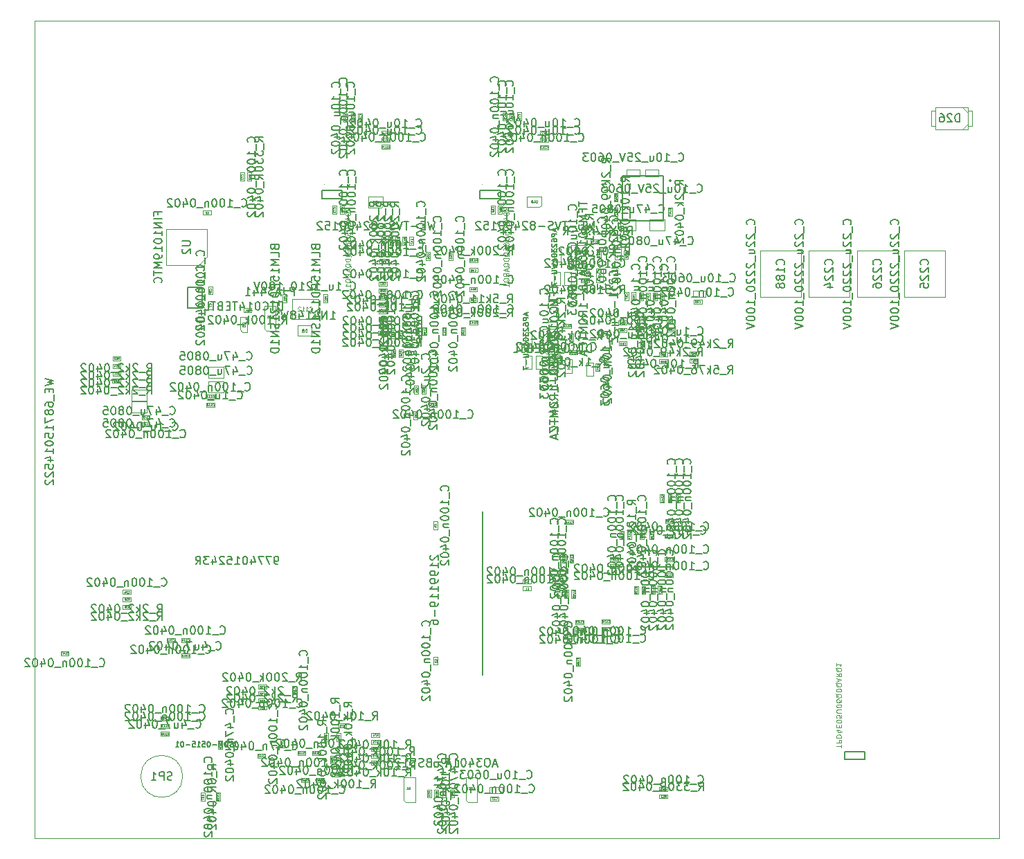
<source format=gbr>
%TF.GenerationSoftware,KiCad,Pcbnew,5.1.9+dfsg1-1*%
%TF.CreationDate,2022-05-04T16:16:05+02:00*%
%TF.ProjectId,kria-k26-devboard,6b726961-2d6b-4323-962d-646576626f61,rev?*%
%TF.SameCoordinates,Original*%
%TF.FileFunction,Other,Fab,Bot*%
%FSLAX46Y46*%
G04 Gerber Fmt 4.6, Leading zero omitted, Abs format (unit mm)*
G04 Created by KiCad (PCBNEW 5.1.9+dfsg1-1) date 2022-05-04 16:16:05 commit c608b4a*
%MOMM*%
%LPD*%
G01*
G04 APERTURE LIST*
%TA.AperFunction,Profile*%
%ADD10C,0.100000*%
%TD*%
%ADD11C,0.100000*%
%ADD12C,0.120000*%
%ADD13C,0.127000*%
%ADD14C,0.200000*%
%ADD15C,0.150000*%
%ADD16C,0.040000*%
%ADD17C,0.050000*%
%ADD18C,0.015000*%
G04 APERTURE END LIST*
D10*
X74000000Y-152000000D02*
X74000000Y-52000000D01*
X74000000Y-52000000D02*
X192000000Y-52000000D01*
X192000000Y-52000000D02*
X192000000Y-152000000D01*
X192000000Y-152000000D02*
X74000000Y-152000000D01*
D11*
%TO.C,C74*%
X111870000Y-75638000D02*
X111870000Y-74638000D01*
X111370000Y-75638000D02*
X111870000Y-75638000D01*
X111370000Y-74638000D02*
X111370000Y-75638000D01*
X111870000Y-74638000D02*
X111370000Y-74638000D01*
%TO.C,C73*%
X110925000Y-74633000D02*
X110425000Y-74633000D01*
X110425000Y-74633000D02*
X110425000Y-75633000D01*
X110425000Y-75633000D02*
X110925000Y-75633000D01*
X110925000Y-75633000D02*
X110925000Y-74633000D01*
%TO.C,D26*%
X188168900Y-64902500D02*
X188168900Y-62997500D01*
X188168900Y-62997500D02*
X188676900Y-62997500D01*
X188676900Y-62997500D02*
X188676900Y-64902500D01*
X188676900Y-64902500D02*
X188168900Y-64902500D01*
X184181100Y-62997500D02*
X184181100Y-64902500D01*
X184181100Y-64902500D02*
X183673100Y-64902500D01*
X183673100Y-64902500D02*
X183673100Y-62997500D01*
X183673100Y-62997500D02*
X184181100Y-62997500D01*
X188168900Y-63276900D02*
X187495800Y-62603800D01*
X188168900Y-64623100D02*
X187495800Y-65296200D01*
X188168900Y-65296200D02*
X184181100Y-65296200D01*
X184181100Y-65296200D02*
X184181100Y-62603800D01*
X184181100Y-62603800D02*
X188168900Y-62603800D01*
X188168900Y-62603800D02*
X188168900Y-65296200D01*
%TO.C,C226*%
X174575000Y-85800000D02*
X179575000Y-85800000D01*
X179575000Y-85800000D02*
X179575000Y-80100000D01*
X179575000Y-80100000D02*
X174575000Y-80100000D01*
X174575000Y-80100000D02*
X174575000Y-85800000D01*
%TO.C,C225*%
X180375000Y-85800000D02*
X185375000Y-85800000D01*
X185375000Y-85800000D02*
X185375000Y-80100000D01*
X185375000Y-80100000D02*
X180375000Y-80100000D01*
X180375000Y-80100000D02*
X180375000Y-85800000D01*
%TO.C,C224*%
X168675000Y-85800000D02*
X173675000Y-85800000D01*
X173675000Y-85800000D02*
X173675000Y-80100000D01*
X173675000Y-80100000D02*
X168675000Y-80100000D01*
X168675000Y-80100000D02*
X168675000Y-85800000D01*
%TO.C,C188*%
X162775000Y-85800000D02*
X167775000Y-85800000D01*
X167775000Y-85800000D02*
X167775000Y-80100000D01*
X167775000Y-80100000D02*
X162775000Y-80100000D01*
X162775000Y-80100000D02*
X162775000Y-85800000D01*
%TO.C,R44*%
X128150000Y-85130000D02*
X128150000Y-84630000D01*
X128150000Y-84630000D02*
X127150000Y-84630000D01*
X127150000Y-84630000D02*
X127150000Y-85130000D01*
X127150000Y-85130000D02*
X128150000Y-85130000D01*
%TO.C,R43*%
X100550000Y-70600000D02*
X100050000Y-70600000D01*
X100050000Y-70600000D02*
X100050000Y-71600000D01*
X100050000Y-71600000D02*
X100550000Y-71600000D01*
X100550000Y-71600000D02*
X100550000Y-70600000D01*
%TO.C,R12*%
X150429289Y-146637868D02*
X150429289Y-147137868D01*
X150429289Y-147137868D02*
X151429289Y-147137868D01*
X151429289Y-147137868D02*
X151429289Y-146637868D01*
X151429289Y-146637868D02*
X150429289Y-146637868D01*
%TO.C,C72*%
X99650000Y-70600000D02*
X99150000Y-70600000D01*
X99150000Y-70600000D02*
X99150000Y-71600000D01*
X99150000Y-71600000D02*
X99650000Y-71600000D01*
X99650000Y-71600000D02*
X99650000Y-70600000D01*
%TO.C,C62*%
X150429289Y-145787867D02*
X150429289Y-146287867D01*
X150429289Y-146287867D02*
X151429289Y-146287867D01*
X151429289Y-146287867D02*
X151429289Y-145787867D01*
X151429289Y-145787867D02*
X150429289Y-145787867D01*
D12*
%TO.C,C81*%
X145735965Y-79670911D02*
X145735965Y-81270911D01*
X144935965Y-79670911D02*
X145735965Y-79670911D01*
X144935965Y-81270911D02*
X144935965Y-79670911D01*
X145735965Y-81270911D02*
X144935965Y-81270911D01*
D11*
%TO.C,C82*%
X154599999Y-86150000D02*
X154599999Y-86650000D01*
X154599999Y-86650000D02*
X155599999Y-86650000D01*
X155599999Y-86650000D02*
X155599999Y-86150000D01*
X155599999Y-86150000D02*
X154599999Y-86150000D01*
%TO.C,C83*%
X146100000Y-81125000D02*
X146600000Y-81125000D01*
X146600000Y-81125000D02*
X146600000Y-80125000D01*
X146600000Y-80125000D02*
X146100000Y-80125000D01*
X146100000Y-80125000D02*
X146100000Y-81125000D01*
%TO.C,C84*%
X145395911Y-88714035D02*
X145395911Y-89214035D01*
X145395911Y-89214035D02*
X146395911Y-89214035D01*
X146395911Y-89214035D02*
X146395911Y-88714035D01*
X146395911Y-88714035D02*
X145395911Y-88714035D01*
%TO.C,C85*%
X148095911Y-92114035D02*
X148595911Y-92114035D01*
X148595911Y-92114035D02*
X148595911Y-91114035D01*
X148595911Y-91114035D02*
X148095911Y-91114035D01*
X148095911Y-91114035D02*
X148095911Y-92114035D01*
%TO.C,C86*%
X152345911Y-90014035D02*
X152345911Y-89514035D01*
X152345911Y-89514035D02*
X151345911Y-89514035D01*
X151345911Y-89514035D02*
X151345911Y-90014035D01*
X151345911Y-90014035D02*
X152345911Y-90014035D01*
%TO.C,C87*%
X146633348Y-85191674D02*
X146133348Y-85191674D01*
X146133348Y-85191674D02*
X146133348Y-86191674D01*
X146133348Y-86191674D02*
X146633348Y-86191674D01*
X146633348Y-86191674D02*
X146633348Y-85191674D01*
%TO.C,C88*%
X150098171Y-85262385D02*
X149598171Y-85262385D01*
X149598171Y-85262385D02*
X149598171Y-86262385D01*
X149598171Y-86262385D02*
X150098171Y-86262385D01*
X150098171Y-86262385D02*
X150098171Y-85262385D01*
%TO.C,C89*%
X145388373Y-89613604D02*
X145388373Y-90113604D01*
X145388373Y-90113604D02*
X146388373Y-90113604D01*
X146388373Y-90113604D02*
X146388373Y-89613604D01*
X146388373Y-89613604D02*
X145388373Y-89613604D01*
%TO.C,C93*%
X150946699Y-85262385D02*
X150446699Y-85262385D01*
X150446699Y-85262385D02*
X150446699Y-86262385D01*
X150446699Y-86262385D02*
X150946699Y-86262385D01*
X150946699Y-86262385D02*
X150946699Y-85262385D01*
%TO.C,C94*%
X149249643Y-85262385D02*
X148749643Y-85262385D01*
X148749643Y-85262385D02*
X148749643Y-86262385D01*
X148749643Y-86262385D02*
X149249643Y-86262385D01*
X149249643Y-86262385D02*
X149249643Y-85262385D01*
%TO.C,C98*%
X148401115Y-85262385D02*
X147901115Y-85262385D01*
X147901115Y-85262385D02*
X147901115Y-86262385D01*
X147901115Y-86262385D02*
X148401115Y-86262385D01*
X148401115Y-86262385D02*
X148401115Y-85262385D01*
%TO.C,C99*%
X145445910Y-91264035D02*
X145445910Y-91764035D01*
X145445910Y-91764035D02*
X146445910Y-91764035D01*
X146445910Y-91764035D02*
X146445910Y-91264035D01*
X146445910Y-91264035D02*
X145445910Y-91264035D01*
%TO.C,C100*%
X148995911Y-92114035D02*
X149495911Y-92114035D01*
X149495911Y-92114035D02*
X149495911Y-91114035D01*
X149495911Y-91114035D02*
X148995911Y-91114035D01*
X148995911Y-91114035D02*
X148995911Y-92114035D01*
%TO.C,C101*%
X152345911Y-89064035D02*
X152345911Y-88564035D01*
X152345911Y-88564035D02*
X151345911Y-88564035D01*
X151345911Y-88564035D02*
X151345911Y-89064035D01*
X151345911Y-89064035D02*
X152345911Y-89064035D01*
%TO.C,C102*%
X143139035Y-93904089D02*
X142639035Y-93904089D01*
X142639035Y-93904089D02*
X142639035Y-94904089D01*
X142639035Y-94904089D02*
X143139035Y-94904089D01*
X143139035Y-94904089D02*
X143139035Y-93904089D01*
D12*
%TO.C,C103*%
X141504035Y-95469089D02*
X141504035Y-93869089D01*
X142304035Y-95469089D02*
X141504035Y-95469089D01*
X142304035Y-93869089D02*
X142304035Y-95469089D01*
X141504035Y-93869089D02*
X142304035Y-93869089D01*
%TO.C,C170*%
X137525000Y-81475001D02*
X137525000Y-79875001D01*
X138325000Y-81475001D02*
X137525000Y-81475001D01*
X138325000Y-79875001D02*
X138325000Y-81475001D01*
X137525000Y-79875001D02*
X138325000Y-79875001D01*
D11*
%TO.C,C175*%
X140815000Y-82600000D02*
X140815000Y-83100000D01*
X140815000Y-83100000D02*
X141815000Y-83100000D01*
X141815000Y-83100000D02*
X141815000Y-82600000D01*
X141815000Y-82600000D02*
X140815000Y-82600000D01*
D12*
%TO.C,C180*%
X137500000Y-84350000D02*
X137500000Y-82750000D01*
X138300000Y-84350000D02*
X137500000Y-84350000D01*
X138300000Y-82750000D02*
X138300000Y-84350000D01*
X137500000Y-82750000D02*
X138300000Y-82750000D01*
D11*
%TO.C,C46*%
X128160000Y-86370000D02*
X128160000Y-85870000D01*
X128160000Y-85870000D02*
X127160000Y-85870000D01*
X127160000Y-85870000D02*
X127160000Y-86370000D01*
X127160000Y-86370000D02*
X128160000Y-86370000D01*
%TO.C,C47*%
X120356941Y-78474860D02*
X119856941Y-78474860D01*
X119856941Y-78474860D02*
X119856941Y-79474860D01*
X119856941Y-79474860D02*
X120356941Y-79474860D01*
X120356941Y-79474860D02*
X120356941Y-78474860D01*
%TO.C,C48*%
X128166942Y-82774862D02*
X128166942Y-82274862D01*
X128166942Y-82274862D02*
X127166942Y-82274862D01*
X127166942Y-82274862D02*
X127166942Y-82774862D01*
X127166942Y-82774862D02*
X128166942Y-82774862D01*
%TO.C,C49*%
X116156942Y-80334860D02*
X116156942Y-80834860D01*
X116156942Y-80834860D02*
X117156942Y-80834860D01*
X117156942Y-80834860D02*
X117156942Y-80334860D01*
X117156942Y-80334860D02*
X116156942Y-80334860D01*
%TO.C,C51*%
X125156941Y-80300000D02*
X124656941Y-80300000D01*
X124656941Y-80300000D02*
X124656941Y-81300000D01*
X124656941Y-81300000D02*
X125156941Y-81300000D01*
X125156941Y-81300000D02*
X125156941Y-80300000D01*
%TO.C,C52*%
X116106942Y-83924861D02*
X116106942Y-84424861D01*
X116106942Y-84424861D02*
X117106942Y-84424861D01*
X117106942Y-84424861D02*
X117106942Y-83924861D01*
X117106942Y-83924861D02*
X116106942Y-83924861D01*
%TO.C,C54*%
X122375000Y-80300000D02*
X121875000Y-80300000D01*
X121875000Y-80300000D02*
X121875000Y-81300000D01*
X121875000Y-81300000D02*
X122375000Y-81300000D01*
X122375000Y-81300000D02*
X122375000Y-80300000D01*
%TO.C,C57*%
X116156942Y-81184861D02*
X116156942Y-81684861D01*
X116156942Y-81684861D02*
X117156942Y-81684861D01*
X117156942Y-81684861D02*
X117156942Y-81184861D01*
X117156942Y-81184861D02*
X116156942Y-81184861D01*
%TO.C,C59*%
X117650000Y-90850000D02*
X118150000Y-90850000D01*
X118150000Y-90850000D02*
X118150000Y-89850000D01*
X118150000Y-89850000D02*
X117650000Y-89850000D01*
X117650000Y-89850000D02*
X117650000Y-90850000D01*
%TO.C,C60*%
X120550000Y-90500000D02*
X121050000Y-90500000D01*
X121050000Y-90500000D02*
X121050000Y-89500000D01*
X121050000Y-89500000D02*
X120550000Y-89500000D01*
X120550000Y-89500000D02*
X120550000Y-90500000D01*
%TO.C,C61*%
X120350000Y-100788999D02*
X120850000Y-100788999D01*
X120850000Y-100788999D02*
X120850000Y-99788999D01*
X120850000Y-99788999D02*
X120350000Y-99788999D01*
X120350000Y-99788999D02*
X120350000Y-100788999D01*
%TO.C,C63*%
X123249000Y-99254000D02*
X123249000Y-98754000D01*
X123249000Y-98754000D02*
X122249000Y-98754000D01*
X122249000Y-98754000D02*
X122249000Y-99254000D01*
X122249000Y-99254000D02*
X123249000Y-99254000D01*
%TO.C,C64*%
X120949000Y-96644000D02*
X120449000Y-96644000D01*
X120449000Y-96644000D02*
X120449000Y-97644000D01*
X120449000Y-97644000D02*
X120949000Y-97644000D01*
X120949000Y-97644000D02*
X120949000Y-96644000D01*
%TO.C,C65*%
X121849000Y-96654000D02*
X121349000Y-96654000D01*
X121349000Y-96654000D02*
X121349000Y-97654000D01*
X121349000Y-97654000D02*
X121849000Y-97654000D01*
X121849000Y-97654000D02*
X121849000Y-96654000D01*
%TO.C,C66*%
X130300000Y-74605000D02*
X129800000Y-74605000D01*
X129800000Y-74605000D02*
X129800000Y-75605000D01*
X129800000Y-75605000D02*
X130300000Y-75605000D01*
X130300000Y-75605000D02*
X130300000Y-74605000D01*
%TO.C,C67*%
X131200000Y-74605000D02*
X130700000Y-74605000D01*
X130700000Y-74605000D02*
X130700000Y-75605000D01*
X130700000Y-75605000D02*
X131200000Y-75605000D01*
X131200000Y-75605000D02*
X131200000Y-74605000D01*
%TO.C,C1*%
X133725000Y-121225000D02*
X133725000Y-121725000D01*
X133725000Y-121725000D02*
X134725000Y-121725000D01*
X134725000Y-121725000D02*
X134725000Y-121225000D01*
X134725000Y-121225000D02*
X133725000Y-121225000D01*
%TO.C,C2*%
X133725000Y-120325000D02*
X133725000Y-120825000D01*
X133725000Y-120825000D02*
X134725000Y-120825000D01*
X134725000Y-120825000D02*
X134725000Y-120325000D01*
X134725000Y-120325000D02*
X133725000Y-120325000D01*
%TO.C,C3*%
X122825000Y-130800000D02*
X123325000Y-130800000D01*
X123325000Y-130800000D02*
X123325000Y-129800000D01*
X123325000Y-129800000D02*
X122825000Y-129800000D01*
X122825000Y-129800000D02*
X122825000Y-130800000D01*
%TO.C,C4*%
X123300000Y-113250000D02*
X122800000Y-113250000D01*
X122800000Y-113250000D02*
X122800000Y-114250000D01*
X122800000Y-114250000D02*
X123300000Y-114250000D01*
X123300000Y-114250000D02*
X123300000Y-113250000D01*
%TO.C,C7*%
X95250000Y-87300000D02*
X95750000Y-87300000D01*
X95750000Y-87300000D02*
X95750000Y-86300000D01*
X95750000Y-86300000D02*
X95250000Y-86300000D01*
X95250000Y-86300000D02*
X95250000Y-87300000D01*
%TO.C,C8*%
X95250000Y-85500000D02*
X95750000Y-85500000D01*
X95750000Y-85500000D02*
X95750000Y-84500000D01*
X95750000Y-84500000D02*
X95250000Y-84500000D01*
X95250000Y-84500000D02*
X95250000Y-85500000D01*
%TO.C,C9*%
X94600000Y-75250000D02*
X94600000Y-75750000D01*
X94600000Y-75750000D02*
X95600000Y-75750000D01*
X95600000Y-75750000D02*
X95600000Y-75250000D01*
X95600000Y-75250000D02*
X94600000Y-75250000D01*
D12*
%TO.C,C104*%
X87750000Y-98625000D02*
X87750000Y-99975000D01*
X85850000Y-98625000D02*
X85850000Y-99975000D01*
X87750000Y-98620000D02*
X85850000Y-98620000D01*
X87750000Y-99980000D02*
X85850000Y-99980000D01*
%TO.C,C105*%
X87750000Y-97125000D02*
X87750000Y-98475000D01*
X85850000Y-97125000D02*
X85850000Y-98475000D01*
X87750000Y-97120000D02*
X85850000Y-97120000D01*
X87750000Y-98480000D02*
X85850000Y-98480000D01*
D11*
%TO.C,C106*%
X88100000Y-100750000D02*
X88100000Y-100250000D01*
X88100000Y-100250000D02*
X87100000Y-100250000D01*
X87100000Y-100250000D02*
X87100000Y-100750000D01*
X87100000Y-100750000D02*
X88100000Y-100750000D01*
%TO.C,C107*%
X88100000Y-101650000D02*
X88100000Y-101150000D01*
X88100000Y-101150000D02*
X87100000Y-101150000D01*
X87100000Y-101150000D02*
X87100000Y-101650000D01*
X87100000Y-101650000D02*
X88100000Y-101650000D01*
D12*
%TO.C,C108*%
X95250000Y-95675000D02*
X95250000Y-94325000D01*
X97150000Y-95675000D02*
X97150000Y-94325000D01*
X95250000Y-95680000D02*
X97150000Y-95680000D01*
X95250000Y-94320000D02*
X97150000Y-94320000D01*
%TO.C,C109*%
X95265000Y-97460000D02*
X95265000Y-96110000D01*
X97165000Y-97460000D02*
X97165000Y-96110000D01*
X95265000Y-97465000D02*
X97165000Y-97465000D01*
X95265000Y-96105000D02*
X97165000Y-96105000D01*
D11*
%TO.C,C110*%
X95000000Y-98750000D02*
X95000000Y-99250000D01*
X95000000Y-99250000D02*
X96000000Y-99250000D01*
X96000000Y-99250000D02*
X96000000Y-98750000D01*
X96000000Y-98750000D02*
X95000000Y-98750000D01*
%TO.C,C111*%
X95000000Y-97750000D02*
X95000000Y-98250000D01*
X95000000Y-98250000D02*
X96000000Y-98250000D01*
X96000000Y-98250000D02*
X96000000Y-97750000D01*
X96000000Y-97750000D02*
X95000000Y-97750000D01*
%TO.C,C114*%
X91950000Y-127525000D02*
X91950000Y-128025000D01*
X91950000Y-128025000D02*
X92950000Y-128025000D01*
X92950000Y-128025000D02*
X92950000Y-127525000D01*
X92950000Y-127525000D02*
X91950000Y-127525000D01*
%TO.C,C23*%
X129750000Y-146900000D02*
X129750000Y-147400000D01*
X129750000Y-147400000D02*
X130750000Y-147400000D01*
X130750000Y-147400000D02*
X130750000Y-146900000D01*
X130750000Y-146900000D02*
X129750000Y-146900000D01*
D12*
%TO.C,C24*%
X131250000Y-146550000D02*
X129650000Y-146550000D01*
X131250000Y-145750000D02*
X131250000Y-146550000D01*
X129650000Y-145750000D02*
X131250000Y-145750000D01*
X129650000Y-146550000D02*
X129650000Y-145750000D01*
D11*
%TO.C,C21*%
X124350000Y-146035000D02*
X123850000Y-146035000D01*
X123850000Y-146035000D02*
X123850000Y-147035000D01*
X123850000Y-147035000D02*
X124350000Y-147035000D01*
X124350000Y-147035000D02*
X124350000Y-146035000D01*
%TO.C,C22*%
X124800000Y-147050000D02*
X125300000Y-147050000D01*
X125300000Y-147050000D02*
X125300000Y-146050000D01*
X125300000Y-146050000D02*
X124800000Y-146050000D01*
X124800000Y-146050000D02*
X124800000Y-147050000D01*
%TO.C,C119*%
X107165000Y-141850000D02*
X107165000Y-141350000D01*
X107165000Y-141350000D02*
X106165000Y-141350000D01*
X106165000Y-141350000D02*
X106165000Y-141850000D01*
X106165000Y-141850000D02*
X107165000Y-141850000D01*
%TO.C,C116*%
X101250000Y-141650000D02*
X101250000Y-142150000D01*
X101250000Y-142150000D02*
X102250000Y-142150000D01*
X102250000Y-142150000D02*
X102250000Y-141650000D01*
X102250000Y-141650000D02*
X101250000Y-141650000D01*
%TO.C,C115*%
X96975000Y-140075001D02*
X96475000Y-140075001D01*
X96475000Y-140075001D02*
X96475000Y-141075001D01*
X96475000Y-141075001D02*
X96975000Y-141075001D01*
X96975000Y-141075001D02*
X96975000Y-140075001D01*
%TO.C,C120*%
X96200000Y-147450000D02*
X96700000Y-147450000D01*
X96700000Y-147450000D02*
X96700000Y-146450000D01*
X96700000Y-146450000D02*
X96200000Y-146450000D01*
X96200000Y-146450000D02*
X96200000Y-147450000D01*
%TO.C,C121*%
X107950000Y-141350000D02*
X107950000Y-141850000D01*
X107950000Y-141850000D02*
X108950000Y-141850000D01*
X108950000Y-141850000D02*
X108950000Y-141350000D01*
X108950000Y-141350000D02*
X107950000Y-141350000D01*
%TO.C,C117*%
X104100000Y-140925000D02*
X104600000Y-140925000D01*
X104600000Y-140925000D02*
X104600000Y-139925000D01*
X104600000Y-139925000D02*
X104100000Y-139925000D01*
X104100000Y-139925000D02*
X104100000Y-140925000D01*
%TO.C,C125*%
X145380000Y-119010000D02*
X145380000Y-118510000D01*
X145380000Y-118510000D02*
X144380000Y-118510000D01*
X144380000Y-118510000D02*
X144380000Y-119010000D01*
X144380000Y-119010000D02*
X145380000Y-119010000D01*
%TO.C,C126*%
X148730000Y-121160000D02*
X148230000Y-121160000D01*
X148230000Y-121160000D02*
X148230000Y-122160000D01*
X148230000Y-122160000D02*
X148730000Y-122160000D01*
X148730000Y-122160000D02*
X148730000Y-121160000D01*
%TO.C,C127*%
X145380000Y-118110000D02*
X145380000Y-117610000D01*
X145380000Y-117610000D02*
X144380000Y-117610000D01*
X144380000Y-117610000D02*
X144380000Y-118110000D01*
X144380000Y-118110000D02*
X145380000Y-118110000D01*
%TO.C,C128*%
X151080000Y-119610000D02*
X151080000Y-120110000D01*
X151080000Y-120110000D02*
X152080000Y-120110000D01*
X152080000Y-120110000D02*
X152080000Y-119610000D01*
X152080000Y-119610000D02*
X151080000Y-119610000D01*
%TO.C,C129*%
X147830000Y-121160000D02*
X147330000Y-121160000D01*
X147330000Y-121160000D02*
X147330000Y-122160000D01*
X147330000Y-122160000D02*
X147830000Y-122160000D01*
X147830000Y-122160000D02*
X147830000Y-121160000D01*
%TO.C,C130*%
X151080000Y-114810000D02*
X151080000Y-115310000D01*
X151080000Y-115310000D02*
X152080000Y-115310000D01*
X152080000Y-115310000D02*
X152080000Y-114810000D01*
X152080000Y-114810000D02*
X151080000Y-114810000D01*
%TO.C,C131*%
X151080000Y-117610000D02*
X151080000Y-118110000D01*
X151080000Y-118110000D02*
X152080000Y-118110000D01*
X152080000Y-118110000D02*
X152080000Y-117610000D01*
X152080000Y-117610000D02*
X151080000Y-117610000D01*
%TO.C,C133*%
X145580000Y-115435000D02*
X146080000Y-115435000D01*
X146080000Y-115435000D02*
X146080000Y-114435000D01*
X146080000Y-114435000D02*
X145580000Y-114435000D01*
X145580000Y-114435000D02*
X145580000Y-115435000D01*
%TO.C,C134*%
X146480000Y-115435000D02*
X146980000Y-115435000D01*
X146980000Y-115435000D02*
X146980000Y-114435000D01*
X146980000Y-114435000D02*
X146480000Y-114435000D01*
X146480000Y-114435000D02*
X146480000Y-115435000D01*
%TO.C,C135*%
X149850000Y-121100000D02*
X149350000Y-121100000D01*
X149350000Y-121100000D02*
X149350000Y-122100000D01*
X149350000Y-122100000D02*
X149850000Y-122100000D01*
X149850000Y-122100000D02*
X149850000Y-121100000D01*
%TO.C,C136*%
X152185000Y-113450000D02*
X152185000Y-112950000D01*
X152185000Y-112950000D02*
X151185000Y-112950000D01*
X151185000Y-112950000D02*
X151185000Y-113450000D01*
X151185000Y-113450000D02*
X152185000Y-113450000D01*
%TO.C,C137*%
X150750000Y-121100000D02*
X150250000Y-121100000D01*
X150250000Y-121100000D02*
X150250000Y-122100000D01*
X150250000Y-122100000D02*
X150750000Y-122100000D01*
X150750000Y-122100000D02*
X150750000Y-121100000D01*
%TO.C,C138*%
X149229999Y-115445000D02*
X149729999Y-115445000D01*
X149729999Y-115445000D02*
X149729999Y-114445000D01*
X149729999Y-114445000D02*
X149229999Y-114445000D01*
X149229999Y-114445000D02*
X149229999Y-115445000D01*
%TO.C,C146*%
X138870389Y-113107609D02*
X138870389Y-113607609D01*
X138870389Y-113607609D02*
X139870389Y-113607609D01*
X139870389Y-113607609D02*
X139870389Y-113107609D01*
X139870389Y-113107609D02*
X138870389Y-113107609D01*
%TO.C,C112*%
X105500000Y-88550000D02*
X105500000Y-86050000D01*
X108700000Y-86050000D02*
X108700000Y-88550000D01*
X105500000Y-86050000D02*
X108700000Y-86050000D01*
X105500000Y-88550000D02*
X108700000Y-88550000D01*
%TO.C,C148*%
X139675000Y-122600000D02*
X140175000Y-122600000D01*
X140175000Y-122600000D02*
X140175000Y-121600000D01*
X140175000Y-121600000D02*
X139675000Y-121600000D01*
X139675000Y-121600000D02*
X139675000Y-122600000D01*
%TO.C,C149*%
X139425000Y-118275000D02*
X139925000Y-118275000D01*
X139925000Y-118275000D02*
X139925000Y-117275000D01*
X139925000Y-117275000D02*
X139425000Y-117275000D01*
X139425000Y-117275000D02*
X139425000Y-118275000D01*
%TO.C,C154*%
X138775000Y-122600000D02*
X139275000Y-122600000D01*
X139275000Y-122600000D02*
X139275000Y-121600000D01*
X139275000Y-121600000D02*
X138775000Y-121600000D01*
X138775000Y-121600000D02*
X138775000Y-122600000D01*
%TO.C,C155*%
X138525000Y-118275000D02*
X139025000Y-118275000D01*
X139025000Y-118275000D02*
X139025000Y-117275000D01*
X139025000Y-117275000D02*
X138525000Y-117275000D01*
X138525000Y-117275000D02*
X138525000Y-118275000D01*
%TO.C,C147*%
X78200000Y-129650000D02*
X78200000Y-129150000D01*
X78200000Y-129150000D02*
X77200000Y-129150000D01*
X77200000Y-129150000D02*
X77200000Y-129650000D01*
X77200000Y-129650000D02*
X78200000Y-129650000D01*
%TO.C,C113*%
X89450000Y-138050000D02*
X89450000Y-138550000D01*
X89450000Y-138550000D02*
X90450000Y-138550000D01*
X90450000Y-138550000D02*
X90450000Y-138050000D01*
X90450000Y-138050000D02*
X89450000Y-138050000D01*
%TO.C,C36*%
X102350000Y-134600000D02*
X102350000Y-134100000D01*
X102350000Y-134100000D02*
X101350000Y-134100000D01*
X101350000Y-134100000D02*
X101350000Y-134600000D01*
X101350000Y-134600000D02*
X102350000Y-134600000D01*
%TO.C,C37*%
X106000000Y-133400000D02*
X105500000Y-133400000D01*
X105500000Y-133400000D02*
X105500000Y-134400000D01*
X105500000Y-134400000D02*
X106000000Y-134400000D01*
X106000000Y-134400000D02*
X106000000Y-133400000D01*
%TO.C,C122*%
X107575000Y-145150000D02*
X107575000Y-144650000D01*
X107575000Y-144650000D02*
X106575000Y-144650000D01*
X106575000Y-144650000D02*
X106575000Y-145150000D01*
X106575000Y-145150000D02*
X107575000Y-145150000D01*
%TO.C,C123*%
X108375000Y-144650000D02*
X108375000Y-145150000D01*
X108375000Y-145150000D02*
X109375000Y-145150000D01*
X109375000Y-145150000D02*
X109375000Y-144650000D01*
X109375000Y-144650000D02*
X108375000Y-144650000D01*
%TO.C,C139*%
X151950000Y-109975000D02*
X151450000Y-109975000D01*
X151450000Y-109975000D02*
X151450000Y-110975000D01*
X151450000Y-110975000D02*
X151950000Y-110975000D01*
X151950000Y-110975000D02*
X151950000Y-109975000D01*
%TO.C,D8*%
X106150000Y-90525000D02*
X107850000Y-90525000D01*
X107850000Y-90525000D02*
X107850000Y-89275000D01*
X106150000Y-89275000D02*
X106150000Y-90525000D01*
X106150000Y-89275000D02*
X107850000Y-89275000D01*
D12*
%TO.C,D16*%
X143500000Y-83999999D02*
X142700000Y-83999999D01*
X143500000Y-82299999D02*
X142700000Y-82299999D01*
X142700000Y-82299999D02*
X142700000Y-83999999D01*
X143500000Y-82299999D02*
X143500000Y-83999999D01*
X143300000Y-83249999D02*
X143100000Y-83249999D01*
X143100000Y-82949999D02*
X143300000Y-83249999D01*
X142900000Y-83249999D02*
X143100000Y-82949999D01*
X143100000Y-83249999D02*
X142900000Y-83249999D01*
X143100000Y-83649999D02*
X143100000Y-83249999D01*
X142900000Y-82849999D02*
X143200000Y-82849999D01*
X143300000Y-82849999D02*
X143200000Y-82849999D01*
D11*
%TO.C,FB1*%
X104350000Y-86500000D02*
X104850000Y-86500000D01*
X104850000Y-86500000D02*
X104850000Y-85500000D01*
X104850000Y-85500000D02*
X104350000Y-85500000D01*
X104350000Y-85500000D02*
X104350000Y-86500000D01*
%TO.C,FB2*%
X109350000Y-86500000D02*
X109850000Y-86500000D01*
X109850000Y-86500000D02*
X109850000Y-85500000D01*
X109850000Y-85500000D02*
X109350000Y-85500000D01*
X109350000Y-85500000D02*
X109350000Y-86500000D01*
%TO.C,Q1*%
X119150000Y-147375000D02*
X119150000Y-144525000D01*
X119425000Y-147575000D02*
X120550000Y-147575000D01*
X119425000Y-147575000D02*
X119150000Y-147375000D01*
X119150000Y-144530000D02*
X120550000Y-144530000D01*
X120550000Y-144530000D02*
X120550000Y-147570000D01*
%TO.C,Q2*%
X126750000Y-147375000D02*
X126750000Y-144525000D01*
X127025000Y-147575000D02*
X128150000Y-147575000D01*
X127025000Y-147575000D02*
X126750000Y-147375000D01*
X126750000Y-144530000D02*
X128150000Y-144530000D01*
X128150000Y-144530000D02*
X128150000Y-147570000D01*
%TO.C,Q5*%
X102100000Y-89725000D02*
X102100000Y-86875000D01*
X102375000Y-89925000D02*
X103500000Y-89925000D01*
X102375000Y-89925000D02*
X102100000Y-89725000D01*
X102100000Y-86880000D02*
X103500000Y-86880000D01*
X103500000Y-86880000D02*
X103500000Y-89920000D01*
%TO.C,R47*%
X155115255Y-93809113D02*
X155115255Y-93309113D01*
X155115255Y-93309113D02*
X154115255Y-93309113D01*
X154115255Y-93309113D02*
X154115255Y-93809113D01*
X154115255Y-93809113D02*
X155115255Y-93809113D01*
%TO.C,R48*%
X154129289Y-92455025D02*
X154129289Y-92955025D01*
X154129289Y-92955025D02*
X155129289Y-92955025D01*
X155129289Y-92955025D02*
X155129289Y-92455025D01*
X155129289Y-92455025D02*
X154129289Y-92455025D01*
%TO.C,R18*%
X123400000Y-146050000D02*
X122900000Y-146050000D01*
X122900000Y-146050000D02*
X122900000Y-147050000D01*
X122900000Y-147050000D02*
X123400000Y-147050000D01*
X123400000Y-147050000D02*
X123400000Y-146050000D01*
%TO.C,R109*%
X142775000Y-80975000D02*
X143275000Y-80975000D01*
X143275000Y-80975000D02*
X143275000Y-79975000D01*
X143275000Y-79975000D02*
X142775000Y-79975000D01*
X142775000Y-79975000D02*
X142775000Y-80975000D01*
%TO.C,R110*%
X143000000Y-79300001D02*
X143000000Y-78800001D01*
X143000000Y-78800001D02*
X142000000Y-78800001D01*
X142000000Y-78800001D02*
X142000000Y-79300001D01*
X142000000Y-79300001D02*
X143000000Y-79300001D01*
%TO.C,R31*%
X84546000Y-95424000D02*
X84546000Y-94924000D01*
X84546000Y-94924000D02*
X83546000Y-94924000D01*
X83546000Y-94924000D02*
X83546000Y-95424000D01*
X83546000Y-95424000D02*
X84546000Y-95424000D01*
%TO.C,R32*%
X84546000Y-93599000D02*
X84546000Y-93099000D01*
X84546000Y-93099000D02*
X83546000Y-93099000D01*
X83546000Y-93099000D02*
X83546000Y-93599000D01*
X83546000Y-93599000D02*
X84546000Y-93599000D01*
%TO.C,R33*%
X84521000Y-96324000D02*
X84521000Y-95824000D01*
X84521000Y-95824000D02*
X83521000Y-95824000D01*
X83521000Y-95824000D02*
X83521000Y-96324000D01*
X83521000Y-96324000D02*
X84521000Y-96324000D01*
%TO.C,R34*%
X84546000Y-94499000D02*
X84546000Y-93999000D01*
X84546000Y-93999000D02*
X83546000Y-93999000D01*
X83546000Y-93999000D02*
X83546000Y-94499000D01*
X83546000Y-94499000D02*
X84546000Y-94499000D01*
%TO.C,R19*%
X122500000Y-146050000D02*
X122000000Y-146050000D01*
X122000000Y-146050000D02*
X122000000Y-147050000D01*
X122000000Y-147050000D02*
X122500000Y-147050000D01*
X122500000Y-147050000D02*
X122500000Y-146050000D01*
%TO.C,R73*%
X111450000Y-139165000D02*
X110950000Y-139165000D01*
X110950000Y-139165000D02*
X110950000Y-140165000D01*
X110950000Y-140165000D02*
X111450000Y-140165000D01*
X111450000Y-140165000D02*
X111450000Y-139165000D01*
%TO.C,R75*%
X111150000Y-138000000D02*
X111150000Y-138500000D01*
X111150000Y-138500000D02*
X112150000Y-138500000D01*
X112150000Y-138500000D02*
X112150000Y-138000000D01*
X112150000Y-138000000D02*
X111150000Y-138000000D01*
%TO.C,R83*%
X148000000Y-115445000D02*
X148500000Y-115445000D01*
X148500000Y-115445000D02*
X148500000Y-114445000D01*
X148500000Y-114445000D02*
X148000000Y-114445000D01*
X148000000Y-114445000D02*
X148000000Y-115445000D01*
%TO.C,R45*%
X151385000Y-93050000D02*
X151385000Y-92550000D01*
X151385000Y-92550000D02*
X150385000Y-92550000D01*
X150385000Y-92550000D02*
X150385000Y-93050000D01*
X150385000Y-93050000D02*
X151385000Y-93050000D01*
%TO.C,R46*%
X150400000Y-93450000D02*
X150400000Y-93950000D01*
X150400000Y-93950000D02*
X151400000Y-93950000D01*
X151400000Y-93950000D02*
X151400000Y-93450000D01*
X151400000Y-93450000D02*
X150400000Y-93450000D01*
%TO.C,R70*%
X109900000Y-139165000D02*
X109400000Y-139165000D01*
X109400000Y-139165000D02*
X109400000Y-140165000D01*
X109400000Y-140165000D02*
X109900000Y-140165000D01*
X109900000Y-140165000D02*
X109900000Y-139165000D01*
%TO.C,R68*%
X110150000Y-142900000D02*
X110650000Y-142900000D01*
X110650000Y-142900000D02*
X110650000Y-141900000D01*
X110650000Y-141900000D02*
X110150000Y-141900000D01*
X110150000Y-141900000D02*
X110150000Y-142900000D01*
%TO.C,R61*%
X100550000Y-87700000D02*
X100550000Y-87200000D01*
X100550000Y-87200000D02*
X99550000Y-87200000D01*
X99550000Y-87200000D02*
X99550000Y-87700000D01*
X99550000Y-87700000D02*
X100550000Y-87700000D01*
%TO.C,R35*%
X101350000Y-133250000D02*
X101350000Y-133750000D01*
X101350000Y-133750000D02*
X102350000Y-133750000D01*
X102350000Y-133750000D02*
X102350000Y-133250000D01*
X102350000Y-133250000D02*
X101350000Y-133250000D01*
%TO.C,R36*%
X101350000Y-134950000D02*
X101350000Y-135450000D01*
X101350000Y-135450000D02*
X102350000Y-135450000D01*
X102350000Y-135450000D02*
X102350000Y-134950000D01*
X102350000Y-134950000D02*
X101350000Y-134950000D01*
%TO.C,R37*%
X101350000Y-135800000D02*
X101350000Y-136300000D01*
X101350000Y-136300000D02*
X102350000Y-136300000D01*
X102350000Y-136300000D02*
X102350000Y-135800000D01*
X102350000Y-135800000D02*
X101350000Y-135800000D01*
%TO.C,R67*%
X94825000Y-146460000D02*
X94325000Y-146460000D01*
X94325000Y-146460000D02*
X94325000Y-147460000D01*
X94325000Y-147460000D02*
X94825000Y-147460000D01*
X94825000Y-147460000D02*
X94825000Y-146460000D01*
%TO.C,R69*%
X111450000Y-144450000D02*
X111450000Y-143950000D01*
X111450000Y-143950000D02*
X110450000Y-143950000D01*
X110450000Y-143950000D02*
X110450000Y-144450000D01*
X110450000Y-144450000D02*
X111450000Y-144450000D01*
%TO.C,R103*%
X141815000Y-84000000D02*
X141815000Y-83500000D01*
X141815000Y-83500000D02*
X140815000Y-83500000D01*
X140815000Y-83500000D02*
X140815000Y-84000000D01*
X140815000Y-84000000D02*
X141815000Y-84000000D01*
%TO.C,SP1*%
X92121999Y-144443500D02*
G75*
G03*
X92121999Y-144443500I-2565000J0D01*
G01*
%TO.C,U39*%
X141399999Y-79450001D02*
X139649999Y-79450001D01*
X141399999Y-82500001D02*
X141399999Y-79450001D01*
X140074999Y-82500001D02*
X139649999Y-82075001D01*
X139649999Y-82075001D02*
X139649999Y-79450001D01*
X140074999Y-82500001D02*
X141399999Y-82500001D01*
%TO.C,U2*%
X94100000Y-81900000D02*
X95100000Y-80900000D01*
X90100000Y-81900000D02*
X94100000Y-81900000D01*
X90100000Y-77500000D02*
X90100000Y-81900000D01*
X95100000Y-77500000D02*
X90100000Y-77500000D01*
X95100000Y-80900000D02*
X95100000Y-77500000D01*
%TO.C,U12*%
X175350000Y-143120000D02*
G75*
G03*
X175350000Y-143120000I-50000J0D01*
G01*
D13*
X173050000Y-142400000D02*
X175550000Y-142400000D01*
X173050000Y-141400000D02*
X173050000Y-142400000D01*
X175550000Y-141400000D02*
X173050000Y-141400000D01*
X175550000Y-142400000D02*
X175550000Y-141400000D01*
D11*
%TO.C,U51*%
X116395000Y-74860000D02*
X114870000Y-74860000D01*
X116570000Y-74660000D02*
X116570000Y-73560000D01*
X116570000Y-74660000D02*
X116395000Y-74860000D01*
X116570000Y-73560000D02*
X114870000Y-73560000D01*
X114870000Y-73560000D02*
X114870000Y-74860000D01*
%TO.C,U49*%
X135778449Y-74821573D02*
X134253449Y-74821573D01*
X135953449Y-74621573D02*
X135953449Y-73521573D01*
X135953449Y-74621573D02*
X135778449Y-74821573D01*
X135953449Y-73521573D02*
X134253449Y-73521573D01*
X134253449Y-73521573D02*
X134253449Y-74821573D01*
%TO.C,U15*%
X128800000Y-72029999D02*
G75*
G03*
X128800000Y-72029999I-50000J0D01*
G01*
D13*
X131000000Y-72749999D02*
X128500000Y-72749999D01*
X131000000Y-73749999D02*
X131000000Y-72749999D01*
X128500000Y-73749999D02*
X131000000Y-73749999D01*
X128500000Y-72749999D02*
X128500000Y-73749999D01*
D11*
%TO.C,C34*%
X84800000Y-121650000D02*
X84800000Y-122150000D01*
X84800000Y-122150000D02*
X85800000Y-122150000D01*
X85800000Y-122150000D02*
X85800000Y-121650000D01*
X85800000Y-121650000D02*
X84800000Y-121650000D01*
%TO.C,R29*%
X85800000Y-123050000D02*
X85800000Y-122550000D01*
X85800000Y-122550000D02*
X84800000Y-122550000D01*
X84800000Y-122550000D02*
X84800000Y-123050000D01*
X84800000Y-123050000D02*
X85800000Y-123050000D01*
%TO.C,R30*%
X85800000Y-123950000D02*
X85800000Y-123450000D01*
X85800000Y-123450000D02*
X84800000Y-123450000D01*
X84800000Y-123450000D02*
X84800000Y-123950000D01*
X84800000Y-123950000D02*
X85800000Y-123950000D01*
D14*
%TO.C,U1*%
X95560000Y-85300000D02*
G75*
G03*
X95560000Y-85300000I-100000J0D01*
G01*
D13*
X92700000Y-87200000D02*
X94500000Y-87200000D01*
X92700000Y-84600000D02*
X94500000Y-84600000D01*
X92700000Y-87200000D02*
X92700000Y-84600000D01*
X94500000Y-87200000D02*
X94500000Y-84600000D01*
D11*
%TO.C,C140*%
X152900000Y-109975000D02*
X152400000Y-109975000D01*
X152400000Y-109975000D02*
X152400000Y-110975000D01*
X152400000Y-110975000D02*
X152900000Y-110975000D01*
X152900000Y-110975000D02*
X152900000Y-109975000D01*
%TO.C,C142*%
X151000000Y-109975000D02*
X150500000Y-109975000D01*
X150500000Y-109975000D02*
X150500000Y-110975000D01*
X150500000Y-110975000D02*
X151000000Y-110975000D01*
X151000000Y-110975000D02*
X151000000Y-109975000D01*
D15*
%TO.C,P1*%
X128788559Y-132024723D02*
X128788559Y-112024723D01*
D11*
%TO.C,R77*%
X116200000Y-141350000D02*
X116200000Y-140850000D01*
X116200000Y-140850000D02*
X115200000Y-140850000D01*
X115200000Y-140850000D02*
X115200000Y-141350000D01*
X115200000Y-141350000D02*
X116200000Y-141350000D01*
%TO.C,R76*%
X116200000Y-139650000D02*
X116200000Y-139150000D01*
X116200000Y-139150000D02*
X115200000Y-139150000D01*
X115200000Y-139150000D02*
X115200000Y-139650000D01*
X115200000Y-139650000D02*
X116200000Y-139650000D01*
%TO.C,R71*%
X116185000Y-140500000D02*
X116185000Y-140000000D01*
X116185000Y-140000000D02*
X115185000Y-140000000D01*
X115185000Y-140000000D02*
X115185000Y-140500000D01*
X115185000Y-140500000D02*
X116185000Y-140500000D01*
%TO.C,R74*%
X116200000Y-143050000D02*
X116200000Y-142550000D01*
X116200000Y-142550000D02*
X115200000Y-142550000D01*
X115200000Y-142550000D02*
X115200000Y-143050000D01*
X115200000Y-143050000D02*
X116200000Y-143050000D01*
%TO.C,R72*%
X116200000Y-142200000D02*
X116200000Y-141700000D01*
X116200000Y-141700000D02*
X115200000Y-141700000D01*
X115200000Y-141700000D02*
X115200000Y-142200000D01*
X115200000Y-142200000D02*
X116200000Y-142200000D01*
%TO.C,C208*%
X89450000Y-139000000D02*
X89450000Y-139500000D01*
X89450000Y-139500000D02*
X90450000Y-139500000D01*
X90450000Y-139500000D02*
X90450000Y-139000000D01*
X90450000Y-139000000D02*
X89450000Y-139000000D01*
%TO.C,C209*%
X89450000Y-137100000D02*
X89450000Y-137600000D01*
X89450000Y-137600000D02*
X90450000Y-137600000D01*
X90450000Y-137600000D02*
X90450000Y-137100000D01*
X90450000Y-137100000D02*
X89450000Y-137100000D01*
%TO.C,C210*%
X91950000Y-129425000D02*
X91950000Y-129925000D01*
X91950000Y-129925000D02*
X92950000Y-129925000D01*
X92950000Y-129925000D02*
X92950000Y-129425000D01*
X92950000Y-129425000D02*
X91950000Y-129425000D01*
%TO.C,C211*%
X91175000Y-128025000D02*
X91175000Y-127525000D01*
X91175000Y-127525000D02*
X90175000Y-127525000D01*
X90175000Y-127525000D02*
X90175000Y-128025000D01*
X90175000Y-128025000D02*
X91175000Y-128025000D01*
%TO.C,C92*%
X147517231Y-85227029D02*
X147017231Y-85227029D01*
X147017231Y-85227029D02*
X147017231Y-86227029D01*
X147017231Y-86227029D02*
X147517231Y-86227029D01*
X147517231Y-86227029D02*
X147517231Y-85227029D01*
D12*
%TO.C,C80*%
X156100000Y-85800000D02*
X154500000Y-85800000D01*
X156100000Y-85000000D02*
X156100000Y-85800000D01*
X154500000Y-85000000D02*
X156100000Y-85000000D01*
X154500000Y-85800000D02*
X154500000Y-85000000D01*
D11*
%TO.C,C190*%
X116056942Y-86474862D02*
X116056942Y-86974862D01*
X116056942Y-86974862D02*
X117056942Y-86974862D01*
X117056942Y-86974862D02*
X117056942Y-86474862D01*
X117056942Y-86474862D02*
X116056942Y-86474862D01*
%TO.C,C193*%
X118500000Y-90850000D02*
X119000000Y-90850000D01*
X119000000Y-90850000D02*
X119000000Y-89850000D01*
X119000000Y-89850000D02*
X118500000Y-89850000D01*
X118500000Y-89850000D02*
X118500000Y-90850000D01*
%TO.C,C196*%
X121450000Y-90500000D02*
X121950000Y-90500000D01*
X121950000Y-90500000D02*
X121950000Y-89500000D01*
X121950000Y-89500000D02*
X121450000Y-89500000D01*
X121450000Y-89500000D02*
X121450000Y-90500000D01*
%TO.C,C199*%
X126150000Y-90500000D02*
X126650000Y-90500000D01*
X126650000Y-90500000D02*
X126650000Y-89500000D01*
X126650000Y-89500000D02*
X126150000Y-89500000D01*
X126150000Y-89500000D02*
X126150000Y-90500000D01*
%TO.C,C212*%
X123850000Y-90500000D02*
X124350000Y-90500000D01*
X124350000Y-90500000D02*
X124350000Y-89500000D01*
X124350000Y-89500000D02*
X123850000Y-89500000D01*
X123850000Y-89500000D02*
X123850000Y-90500000D01*
%TO.C,R25*%
X117650000Y-93200000D02*
X118150000Y-93200000D01*
X118150000Y-93200000D02*
X118150000Y-92200000D01*
X118150000Y-92200000D02*
X117650000Y-92200000D01*
X117650000Y-92200000D02*
X117650000Y-93200000D01*
%TO.C,R26*%
X119050000Y-92200000D02*
X118550000Y-92200000D01*
X118550000Y-92200000D02*
X118550000Y-93200000D01*
X118550000Y-93200000D02*
X119050000Y-93200000D01*
X119050000Y-93200000D02*
X119050000Y-92200000D01*
%TO.C,R28*%
X117056942Y-87824861D02*
X117056942Y-87324861D01*
X117056942Y-87324861D02*
X116056942Y-87324861D01*
X116056942Y-87324861D02*
X116056942Y-87824861D01*
X116056942Y-87824861D02*
X117056942Y-87824861D01*
%TO.C,R63*%
X117056942Y-88724860D02*
X117056942Y-88224860D01*
X117056942Y-88224860D02*
X116056942Y-88224860D01*
X116056942Y-88224860D02*
X116056942Y-88724860D01*
X116056942Y-88724860D02*
X117056942Y-88724860D01*
%TO.C,R94*%
X117056942Y-89624860D02*
X117056942Y-89124860D01*
X117056942Y-89124860D02*
X116056942Y-89124860D01*
X116056942Y-89124860D02*
X116056942Y-89624860D01*
X116056942Y-89624860D02*
X117056942Y-89624860D01*
%TO.C,R98*%
X117106942Y-85274862D02*
X117106942Y-84774862D01*
X117106942Y-84774862D02*
X116106942Y-84774862D01*
X116106942Y-84774862D02*
X116106942Y-85274862D01*
X116106942Y-85274862D02*
X117106942Y-85274862D01*
%TO.C,R126*%
X117106943Y-86124861D02*
X117106943Y-85624861D01*
X117106943Y-85624861D02*
X116106943Y-85624861D01*
X116106943Y-85624861D02*
X116106943Y-86124861D01*
X116106943Y-86124861D02*
X117106943Y-86124861D01*
%TO.C,R131*%
X127166942Y-81074860D02*
X127166942Y-81574860D01*
X127166942Y-81574860D02*
X128166942Y-81574860D01*
X128166942Y-81574860D02*
X128166942Y-81074860D01*
X128166942Y-81074860D02*
X127166942Y-81074860D01*
%TO.C,R134*%
X119016940Y-79464860D02*
X119516940Y-79464860D01*
X119516940Y-79464860D02*
X119516940Y-78464860D01*
X119516940Y-78464860D02*
X119016940Y-78464860D01*
X119016940Y-78464860D02*
X119016940Y-79464860D01*
%TO.C,R136*%
X118156942Y-79424859D02*
X118656942Y-79424859D01*
X118656942Y-79424859D02*
X118656942Y-78424859D01*
X118656942Y-78424859D02*
X118156942Y-78424859D01*
X118156942Y-78424859D02*
X118156942Y-79424859D01*
%TO.C,R138*%
X117316942Y-79424861D02*
X117816942Y-79424861D01*
X117816942Y-79424861D02*
X117816942Y-78424861D01*
X117816942Y-78424861D02*
X117316942Y-78424861D01*
X117316942Y-78424861D02*
X117316942Y-79424861D01*
%TO.C,R140*%
X116456942Y-79424861D02*
X116956942Y-79424861D01*
X116956942Y-79424861D02*
X116956942Y-78424861D01*
X116956942Y-78424861D02*
X116456942Y-78424861D01*
X116456942Y-78424861D02*
X116456942Y-79424861D01*
%TO.C,R141*%
X117041942Y-90474861D02*
X117041942Y-89974861D01*
X117041942Y-89974861D02*
X116041942Y-89974861D01*
X116041942Y-89974861D02*
X116041942Y-90474861D01*
X116041942Y-90474861D02*
X117041942Y-90474861D01*
%TO.C,R143*%
X127166943Y-88674860D02*
X127166943Y-89174860D01*
X127166943Y-89174860D02*
X128166943Y-89174860D01*
X128166943Y-89174860D02*
X128166943Y-88674860D01*
X128166943Y-88674860D02*
X127166943Y-88674860D01*
%TO.C,Q6*%
X99450000Y-90100000D02*
X99150000Y-89800000D01*
X99150000Y-88300000D02*
X100050000Y-88300000D01*
X100050000Y-90100000D02*
X100050000Y-88300000D01*
X99450000Y-90100000D02*
X100050000Y-90100000D01*
X99150000Y-89800000D02*
X99150000Y-88300000D01*
%TO.C,U18*%
X109450000Y-72080000D02*
G75*
G03*
X109450000Y-72080000I-50000J0D01*
G01*
D13*
X111650000Y-72800000D02*
X109150000Y-72800000D01*
X111650000Y-73800000D02*
X111650000Y-72800000D01*
X109150000Y-73800000D02*
X111650000Y-73800000D01*
X109150000Y-72800000D02*
X109150000Y-73800000D01*
D11*
%TO.C,C31*%
X132125736Y-64241421D02*
X132625736Y-64241421D01*
X132625736Y-64241421D02*
X132625736Y-63241421D01*
X132625736Y-63241421D02*
X132125736Y-63241421D01*
X132125736Y-63241421D02*
X132125736Y-64241421D01*
%TO.C,C70*%
X135800000Y-66350000D02*
X135800000Y-66850000D01*
X135800000Y-66850000D02*
X136800000Y-66850000D01*
X136800000Y-66850000D02*
X136800000Y-66350000D01*
X136800000Y-66350000D02*
X135800000Y-66350000D01*
%TO.C,C71*%
X133025735Y-64226422D02*
X133525735Y-64226422D01*
X133525735Y-64226422D02*
X133525735Y-63226422D01*
X133525735Y-63226422D02*
X133025735Y-63226422D01*
X133025735Y-63226422D02*
X133025735Y-64226422D01*
%TO.C,C77*%
X135800000Y-65450000D02*
X135800000Y-65950000D01*
X135800000Y-65950000D02*
X136800000Y-65950000D01*
X136800000Y-65950000D02*
X136800000Y-65450000D01*
X136800000Y-65450000D02*
X135800000Y-65450000D01*
%TO.C,C78*%
X131225736Y-64241421D02*
X131725736Y-64241421D01*
X131725736Y-64241421D02*
X131725736Y-63241421D01*
X131725736Y-63241421D02*
X131225736Y-63241421D01*
X131225736Y-63241421D02*
X131225736Y-64241421D01*
%TO.C,C213*%
X135800000Y-67250000D02*
X135800000Y-67750000D01*
X135800000Y-67750000D02*
X136800000Y-67750000D01*
X136800000Y-67750000D02*
X136800000Y-67250000D01*
X136800000Y-67250000D02*
X135800000Y-67250000D01*
%TO.C,C214*%
X111800000Y-64400000D02*
X112300000Y-64400000D01*
X112300000Y-64400000D02*
X112300000Y-63400000D01*
X112300000Y-63400000D02*
X111800000Y-63400000D01*
X111800000Y-63400000D02*
X111800000Y-64400000D01*
%TO.C,C215*%
X116450000Y-65500000D02*
X116450000Y-66000000D01*
X116450000Y-66000000D02*
X117450000Y-66000000D01*
X117450000Y-66000000D02*
X117450000Y-65500000D01*
X117450000Y-65500000D02*
X116450000Y-65500000D01*
%TO.C,C216*%
X113599999Y-64400000D02*
X114099999Y-64400000D01*
X114099999Y-64400000D02*
X114099999Y-63400000D01*
X114099999Y-63400000D02*
X113599999Y-63400000D01*
X113599999Y-63400000D02*
X113599999Y-64400000D01*
%TO.C,C217*%
X116450000Y-66350001D02*
X116450000Y-66850001D01*
X116450000Y-66850001D02*
X117450000Y-66850001D01*
X117450000Y-66850001D02*
X117450000Y-66350001D01*
X117450000Y-66350001D02*
X116450000Y-66350001D01*
%TO.C,C218*%
X112700000Y-64400000D02*
X113200000Y-64400000D01*
X113200000Y-64400000D02*
X113200000Y-63400000D01*
X113200000Y-63400000D02*
X112700000Y-63400000D01*
X112700000Y-63400000D02*
X112700000Y-64400000D01*
%TO.C,C219*%
X116450000Y-67200000D02*
X116450000Y-67700000D01*
X116450000Y-67700000D02*
X117450000Y-67700000D01*
X117450000Y-67700000D02*
X117450000Y-67200000D01*
X117450000Y-67200000D02*
X116450000Y-67200000D01*
%TO.C,C150*%
X144344687Y-125734674D02*
X144344687Y-125234674D01*
X144344687Y-125234674D02*
X143344687Y-125234674D01*
X143344687Y-125234674D02*
X143344687Y-125734674D01*
X143344687Y-125734674D02*
X144344687Y-125734674D01*
%TO.C,C151*%
X141171787Y-126774767D02*
X141171787Y-126274767D01*
X141171787Y-126274767D02*
X140171787Y-126274767D01*
X140171787Y-126274767D02*
X140171787Y-126774767D01*
X140171787Y-126774767D02*
X141171787Y-126774767D01*
%TO.C,C153*%
X141165609Y-125826598D02*
X141165609Y-125326598D01*
X141165609Y-125326598D02*
X140165609Y-125326598D01*
X140165609Y-125326598D02*
X140165609Y-125826598D01*
X140165609Y-125826598D02*
X141165609Y-125826598D01*
%TO.C,C152*%
X144344687Y-126653913D02*
X144344687Y-126153913D01*
X144344687Y-126153913D02*
X143344687Y-126153913D01*
X143344687Y-126153913D02*
X143344687Y-126653913D01*
X143344687Y-126653913D02*
X144344687Y-126653913D01*
%TO.C,C156*%
X140221787Y-130906137D02*
X140721787Y-130906137D01*
X140721787Y-130906137D02*
X140721787Y-129906137D01*
X140721787Y-129906137D02*
X140221787Y-129906137D01*
X140221787Y-129906137D02*
X140221787Y-130906137D01*
D12*
%TO.C,C220*%
X148050000Y-71050000D02*
X146450000Y-71050000D01*
X148050000Y-70250000D02*
X148050000Y-71050000D01*
X146450000Y-70250000D02*
X148050000Y-70250000D01*
X146450000Y-71050000D02*
X146450000Y-70250000D01*
%TO.C,C221*%
X148700000Y-70250000D02*
X150300000Y-70250000D01*
X148700000Y-71050000D02*
X148700000Y-70250000D01*
X150300000Y-71050000D02*
X148700000Y-71050000D01*
X150300000Y-70250000D02*
X150300000Y-71050000D01*
%TO.C,C222*%
X145650000Y-77675000D02*
X145650000Y-76325000D01*
X147550000Y-77675000D02*
X147550000Y-76325000D01*
X145650000Y-77680000D02*
X147550000Y-77680000D01*
X145650000Y-76320000D02*
X147550000Y-76320000D01*
%TO.C,C223*%
X151100000Y-76325000D02*
X151100000Y-77675000D01*
X149200000Y-76325000D02*
X149200000Y-77675000D01*
X151100000Y-76320000D02*
X149200000Y-76320000D01*
X151100000Y-77680000D02*
X149200000Y-77680000D01*
D11*
%TO.C,R62*%
X145350000Y-74900000D02*
X144850000Y-74900000D01*
X144850000Y-74900000D02*
X144850000Y-75900000D01*
X144850000Y-75900000D02*
X145350000Y-75900000D01*
X145350000Y-75900000D02*
X145350000Y-74900000D01*
%TO.C,R146*%
X144850000Y-74100000D02*
X145350000Y-74100000D01*
X145350000Y-74100000D02*
X145350000Y-73100000D01*
X145350000Y-73100000D02*
X144850000Y-73100000D01*
X144850000Y-73100000D02*
X144850000Y-74100000D01*
D14*
%TO.C,U59*%
X151845000Y-71575001D02*
G75*
G03*
X151845000Y-71575001I-100000J0D01*
G01*
D13*
X150898800Y-76470001D02*
X145898800Y-76470001D01*
X150898800Y-70970001D02*
X145898800Y-70970001D01*
X150898800Y-70970001D02*
X150898800Y-76470001D01*
X145898800Y-70970001D02*
X145898800Y-76470001D01*
D12*
%TO.C,L2*%
X138800000Y-84350001D02*
X138800000Y-82750001D01*
X139600000Y-84350001D02*
X138800000Y-84350001D01*
X139600000Y-82750001D02*
X139600000Y-84350001D01*
X138800000Y-82750001D02*
X139600000Y-82750001D01*
%TO.C,L5*%
X135300000Y-94600000D02*
X135300000Y-93000000D01*
X136100000Y-94600000D02*
X135300000Y-94600000D01*
X136100000Y-93000000D02*
X136100000Y-94600000D01*
X135300000Y-93000000D02*
X136100000Y-93000000D01*
D11*
%TO.C,Q13*%
X137250000Y-95300000D02*
X136950000Y-95000000D01*
X136950000Y-93500000D02*
X137850000Y-93500000D01*
X137850000Y-95300000D02*
X137850000Y-93500000D01*
X137250000Y-95300000D02*
X137850000Y-95300000D01*
X136950000Y-95000000D02*
X136950000Y-93500000D01*
%TO.C,R115*%
X139350000Y-91249999D02*
X139850000Y-91249999D01*
X139850000Y-91249999D02*
X139850000Y-90249999D01*
X139850000Y-90249999D02*
X139350000Y-90249999D01*
X139350000Y-90249999D02*
X139350000Y-91249999D01*
D12*
%TO.C,C183*%
X134050000Y-94600000D02*
X134050000Y-93000000D01*
X134850000Y-94600000D02*
X134050000Y-94600000D01*
X134850000Y-93000000D02*
X134850000Y-94600000D01*
X134050000Y-93000000D02*
X134850000Y-93000000D01*
D11*
%TO.C,U42*%
X137925000Y-89725000D02*
X136175000Y-89725000D01*
X137925000Y-92775000D02*
X137925000Y-89725000D01*
X136600000Y-92775000D02*
X136175000Y-92350000D01*
X136175000Y-92350000D02*
X136175000Y-89725000D01*
X136600000Y-92775000D02*
X137925000Y-92775000D01*
%TO.C,R116*%
X139600001Y-89600001D02*
X139600001Y-89100001D01*
X139600001Y-89100001D02*
X138600001Y-89100001D01*
X138600001Y-89100001D02*
X138600001Y-89600001D01*
X138600001Y-89600001D02*
X139600001Y-89600001D01*
%TO.C,R118*%
X140400000Y-92850000D02*
X140400000Y-92350000D01*
X140400000Y-92350000D02*
X139400000Y-92350000D01*
X139400000Y-92350000D02*
X139400000Y-92850000D01*
X139400000Y-92850000D02*
X140400000Y-92850000D01*
%TO.C,C178*%
X137300000Y-92850001D02*
X137300000Y-93350001D01*
X137300000Y-93350001D02*
X138300000Y-93350001D01*
X138300000Y-93350001D02*
X138300000Y-92850001D01*
X138300000Y-92850001D02*
X137300000Y-92850001D01*
D12*
%TO.C,C173*%
X134050001Y-91750002D02*
X134050001Y-90150002D01*
X134850001Y-91750002D02*
X134050001Y-91750002D01*
X134850001Y-90150002D02*
X134850001Y-91750002D01*
X134050001Y-90150002D02*
X134850001Y-90150002D01*
%TO.C,D19*%
X138900000Y-93450000D02*
X139700000Y-93450000D01*
X138900000Y-95150000D02*
X139700000Y-95150000D01*
X139700000Y-95150000D02*
X139700000Y-93450000D01*
X138900000Y-95150000D02*
X138900000Y-93450000D01*
X139100000Y-94200000D02*
X139300000Y-94200000D01*
X139300000Y-94500000D02*
X139100000Y-94200000D01*
X139500000Y-94200000D02*
X139300000Y-94500000D01*
X139300000Y-94200000D02*
X139500000Y-94200000D01*
X139300000Y-93800000D02*
X139300000Y-94200000D01*
X139500000Y-94600000D02*
X139200000Y-94600000D01*
X139100000Y-94600000D02*
X139200000Y-94600000D01*
D11*
%TO.C,R147*%
X152000000Y-74865000D02*
X151500000Y-74865000D01*
X151500000Y-74865000D02*
X151500000Y-75865000D01*
X151500000Y-75865000D02*
X152000000Y-75865000D01*
X152000000Y-75865000D02*
X152000000Y-74865000D01*
%TD*%
%TO.C,C74*%
D15*
X113147142Y-70899904D02*
X113194761Y-70852285D01*
X113242380Y-70709428D01*
X113242380Y-70614190D01*
X113194761Y-70471333D01*
X113099523Y-70376095D01*
X113004285Y-70328476D01*
X112813809Y-70280857D01*
X112670952Y-70280857D01*
X112480476Y-70328476D01*
X112385238Y-70376095D01*
X112290000Y-70471333D01*
X112242380Y-70614190D01*
X112242380Y-70709428D01*
X112290000Y-70852285D01*
X112337619Y-70899904D01*
X113337619Y-71090380D02*
X113337619Y-71852285D01*
X113242380Y-72614190D02*
X113242380Y-72042761D01*
X113242380Y-72328476D02*
X112242380Y-72328476D01*
X112385238Y-72233238D01*
X112480476Y-72138000D01*
X112528095Y-72042761D01*
X112242380Y-73233238D02*
X112242380Y-73328476D01*
X112290000Y-73423714D01*
X112337619Y-73471333D01*
X112432857Y-73518952D01*
X112623333Y-73566571D01*
X112861428Y-73566571D01*
X113051904Y-73518952D01*
X113147142Y-73471333D01*
X113194761Y-73423714D01*
X113242380Y-73328476D01*
X113242380Y-73233238D01*
X113194761Y-73138000D01*
X113147142Y-73090380D01*
X113051904Y-73042761D01*
X112861428Y-72995142D01*
X112623333Y-72995142D01*
X112432857Y-73042761D01*
X112337619Y-73090380D01*
X112290000Y-73138000D01*
X112242380Y-73233238D01*
X112242380Y-74185619D02*
X112242380Y-74280857D01*
X112290000Y-74376095D01*
X112337619Y-74423714D01*
X112432857Y-74471333D01*
X112623333Y-74518952D01*
X112861428Y-74518952D01*
X113051904Y-74471333D01*
X113147142Y-74423714D01*
X113194761Y-74376095D01*
X113242380Y-74280857D01*
X113242380Y-74185619D01*
X113194761Y-74090380D01*
X113147142Y-74042761D01*
X113051904Y-73995142D01*
X112861428Y-73947523D01*
X112623333Y-73947523D01*
X112432857Y-73995142D01*
X112337619Y-74042761D01*
X112290000Y-74090380D01*
X112242380Y-74185619D01*
X112575714Y-74947523D02*
X113242380Y-74947523D01*
X112670952Y-74947523D02*
X112623333Y-74995142D01*
X112575714Y-75090380D01*
X112575714Y-75233238D01*
X112623333Y-75328476D01*
X112718571Y-75376095D01*
X113242380Y-75376095D01*
X113337619Y-75614190D02*
X113337619Y-76376095D01*
X112242380Y-76804666D02*
X112242380Y-76899904D01*
X112290000Y-76995142D01*
X112337619Y-77042761D01*
X112432857Y-77090380D01*
X112623333Y-77138000D01*
X112861428Y-77138000D01*
X113051904Y-77090380D01*
X113147142Y-77042761D01*
X113194761Y-76995142D01*
X113242380Y-76899904D01*
X113242380Y-76804666D01*
X113194761Y-76709428D01*
X113147142Y-76661809D01*
X113051904Y-76614190D01*
X112861428Y-76566571D01*
X112623333Y-76566571D01*
X112432857Y-76614190D01*
X112337619Y-76661809D01*
X112290000Y-76709428D01*
X112242380Y-76804666D01*
X112575714Y-77995142D02*
X113242380Y-77995142D01*
X112194761Y-77757047D02*
X112909047Y-77518952D01*
X112909047Y-78138000D01*
X112242380Y-78709428D02*
X112242380Y-78804666D01*
X112290000Y-78899904D01*
X112337619Y-78947523D01*
X112432857Y-78995142D01*
X112623333Y-79042761D01*
X112861428Y-79042761D01*
X113051904Y-78995142D01*
X113147142Y-78947523D01*
X113194761Y-78899904D01*
X113242380Y-78804666D01*
X113242380Y-78709428D01*
X113194761Y-78614190D01*
X113147142Y-78566571D01*
X113051904Y-78518952D01*
X112861428Y-78471333D01*
X112623333Y-78471333D01*
X112432857Y-78518952D01*
X112337619Y-78566571D01*
X112290000Y-78614190D01*
X112242380Y-78709428D01*
X112337619Y-79423714D02*
X112290000Y-79471333D01*
X112242380Y-79566571D01*
X112242380Y-79804666D01*
X112290000Y-79899904D01*
X112337619Y-79947523D01*
X112432857Y-79995142D01*
X112528095Y-79995142D01*
X112670952Y-79947523D01*
X113242380Y-79376095D01*
X113242380Y-79995142D01*
D16*
X111709285Y-74977285D02*
X111721190Y-74965380D01*
X111733095Y-74929666D01*
X111733095Y-74905857D01*
X111721190Y-74870142D01*
X111697380Y-74846333D01*
X111673571Y-74834428D01*
X111625952Y-74822523D01*
X111590238Y-74822523D01*
X111542619Y-74834428D01*
X111518809Y-74846333D01*
X111495000Y-74870142D01*
X111483095Y-74905857D01*
X111483095Y-74929666D01*
X111495000Y-74965380D01*
X111506904Y-74977285D01*
X111483095Y-75060619D02*
X111483095Y-75227285D01*
X111733095Y-75120142D01*
X111566428Y-75429666D02*
X111733095Y-75429666D01*
X111471190Y-75370142D02*
X111649761Y-75310619D01*
X111649761Y-75465380D01*
%TO.C,C73*%
D15*
X112202142Y-70894904D02*
X112249761Y-70847285D01*
X112297380Y-70704428D01*
X112297380Y-70609190D01*
X112249761Y-70466333D01*
X112154523Y-70371095D01*
X112059285Y-70323476D01*
X111868809Y-70275857D01*
X111725952Y-70275857D01*
X111535476Y-70323476D01*
X111440238Y-70371095D01*
X111345000Y-70466333D01*
X111297380Y-70609190D01*
X111297380Y-70704428D01*
X111345000Y-70847285D01*
X111392619Y-70894904D01*
X112392619Y-71085380D02*
X112392619Y-71847285D01*
X112297380Y-72609190D02*
X112297380Y-72037761D01*
X112297380Y-72323476D02*
X111297380Y-72323476D01*
X111440238Y-72228238D01*
X111535476Y-72133000D01*
X111583095Y-72037761D01*
X111297380Y-73228238D02*
X111297380Y-73323476D01*
X111345000Y-73418714D01*
X111392619Y-73466333D01*
X111487857Y-73513952D01*
X111678333Y-73561571D01*
X111916428Y-73561571D01*
X112106904Y-73513952D01*
X112202142Y-73466333D01*
X112249761Y-73418714D01*
X112297380Y-73323476D01*
X112297380Y-73228238D01*
X112249761Y-73133000D01*
X112202142Y-73085380D01*
X112106904Y-73037761D01*
X111916428Y-72990142D01*
X111678333Y-72990142D01*
X111487857Y-73037761D01*
X111392619Y-73085380D01*
X111345000Y-73133000D01*
X111297380Y-73228238D01*
X111297380Y-74180619D02*
X111297380Y-74275857D01*
X111345000Y-74371095D01*
X111392619Y-74418714D01*
X111487857Y-74466333D01*
X111678333Y-74513952D01*
X111916428Y-74513952D01*
X112106904Y-74466333D01*
X112202142Y-74418714D01*
X112249761Y-74371095D01*
X112297380Y-74275857D01*
X112297380Y-74180619D01*
X112249761Y-74085380D01*
X112202142Y-74037761D01*
X112106904Y-73990142D01*
X111916428Y-73942523D01*
X111678333Y-73942523D01*
X111487857Y-73990142D01*
X111392619Y-74037761D01*
X111345000Y-74085380D01*
X111297380Y-74180619D01*
X111630714Y-74942523D02*
X112297380Y-74942523D01*
X111725952Y-74942523D02*
X111678333Y-74990142D01*
X111630714Y-75085380D01*
X111630714Y-75228238D01*
X111678333Y-75323476D01*
X111773571Y-75371095D01*
X112297380Y-75371095D01*
X112392619Y-75609190D02*
X112392619Y-76371095D01*
X111297380Y-76799666D02*
X111297380Y-76894904D01*
X111345000Y-76990142D01*
X111392619Y-77037761D01*
X111487857Y-77085380D01*
X111678333Y-77133000D01*
X111916428Y-77133000D01*
X112106904Y-77085380D01*
X112202142Y-77037761D01*
X112249761Y-76990142D01*
X112297380Y-76894904D01*
X112297380Y-76799666D01*
X112249761Y-76704428D01*
X112202142Y-76656809D01*
X112106904Y-76609190D01*
X111916428Y-76561571D01*
X111678333Y-76561571D01*
X111487857Y-76609190D01*
X111392619Y-76656809D01*
X111345000Y-76704428D01*
X111297380Y-76799666D01*
X111630714Y-77990142D02*
X112297380Y-77990142D01*
X111249761Y-77752047D02*
X111964047Y-77513952D01*
X111964047Y-78133000D01*
X111297380Y-78704428D02*
X111297380Y-78799666D01*
X111345000Y-78894904D01*
X111392619Y-78942523D01*
X111487857Y-78990142D01*
X111678333Y-79037761D01*
X111916428Y-79037761D01*
X112106904Y-78990142D01*
X112202142Y-78942523D01*
X112249761Y-78894904D01*
X112297380Y-78799666D01*
X112297380Y-78704428D01*
X112249761Y-78609190D01*
X112202142Y-78561571D01*
X112106904Y-78513952D01*
X111916428Y-78466333D01*
X111678333Y-78466333D01*
X111487857Y-78513952D01*
X111392619Y-78561571D01*
X111345000Y-78609190D01*
X111297380Y-78704428D01*
X111392619Y-79418714D02*
X111345000Y-79466333D01*
X111297380Y-79561571D01*
X111297380Y-79799666D01*
X111345000Y-79894904D01*
X111392619Y-79942523D01*
X111487857Y-79990142D01*
X111583095Y-79990142D01*
X111725952Y-79942523D01*
X112297380Y-79371095D01*
X112297380Y-79990142D01*
D16*
X110764285Y-74972285D02*
X110776190Y-74960380D01*
X110788095Y-74924666D01*
X110788095Y-74900857D01*
X110776190Y-74865142D01*
X110752380Y-74841333D01*
X110728571Y-74829428D01*
X110680952Y-74817523D01*
X110645238Y-74817523D01*
X110597619Y-74829428D01*
X110573809Y-74841333D01*
X110550000Y-74865142D01*
X110538095Y-74900857D01*
X110538095Y-74924666D01*
X110550000Y-74960380D01*
X110561904Y-74972285D01*
X110538095Y-75055619D02*
X110538095Y-75222285D01*
X110788095Y-75115142D01*
X110538095Y-75293714D02*
X110538095Y-75448476D01*
X110633333Y-75365142D01*
X110633333Y-75400857D01*
X110645238Y-75424666D01*
X110657142Y-75436571D01*
X110680952Y-75448476D01*
X110740476Y-75448476D01*
X110764285Y-75436571D01*
X110776190Y-75424666D01*
X110788095Y-75400857D01*
X110788095Y-75329428D01*
X110776190Y-75305619D01*
X110764285Y-75293714D01*
%TO.C,D26*%
D15*
X187135285Y-64402380D02*
X187135285Y-63402380D01*
X186897190Y-63402380D01*
X186754333Y-63450000D01*
X186659095Y-63545238D01*
X186611476Y-63640476D01*
X186563857Y-63830952D01*
X186563857Y-63973809D01*
X186611476Y-64164285D01*
X186659095Y-64259523D01*
X186754333Y-64354761D01*
X186897190Y-64402380D01*
X187135285Y-64402380D01*
X186182904Y-63497619D02*
X186135285Y-63450000D01*
X186040047Y-63402380D01*
X185801952Y-63402380D01*
X185706714Y-63450000D01*
X185659095Y-63497619D01*
X185611476Y-63592857D01*
X185611476Y-63688095D01*
X185659095Y-63830952D01*
X186230523Y-64402380D01*
X185611476Y-64402380D01*
X184754333Y-63402380D02*
X184944809Y-63402380D01*
X185040047Y-63450000D01*
X185087666Y-63497619D01*
X185182904Y-63640476D01*
X185230523Y-63830952D01*
X185230523Y-64211904D01*
X185182904Y-64307142D01*
X185135285Y-64354761D01*
X185040047Y-64402380D01*
X184849571Y-64402380D01*
X184754333Y-64354761D01*
X184706714Y-64307142D01*
X184659095Y-64211904D01*
X184659095Y-63973809D01*
X184706714Y-63878571D01*
X184754333Y-63830952D01*
X184849571Y-63783333D01*
X185040047Y-63783333D01*
X185135285Y-63830952D01*
X185182904Y-63878571D01*
X185230523Y-63973809D01*
%TO.C,C226*%
X173782142Y-76950000D02*
X173829761Y-76902380D01*
X173877380Y-76759523D01*
X173877380Y-76664285D01*
X173829761Y-76521428D01*
X173734523Y-76426190D01*
X173639285Y-76378571D01*
X173448809Y-76330952D01*
X173305952Y-76330952D01*
X173115476Y-76378571D01*
X173020238Y-76426190D01*
X172925000Y-76521428D01*
X172877380Y-76664285D01*
X172877380Y-76759523D01*
X172925000Y-76902380D01*
X172972619Y-76950000D01*
X173972619Y-77140476D02*
X173972619Y-77902380D01*
X172972619Y-78092857D02*
X172925000Y-78140476D01*
X172877380Y-78235714D01*
X172877380Y-78473809D01*
X172925000Y-78569047D01*
X172972619Y-78616666D01*
X173067857Y-78664285D01*
X173163095Y-78664285D01*
X173305952Y-78616666D01*
X173877380Y-78045238D01*
X173877380Y-78664285D01*
X172972619Y-79045238D02*
X172925000Y-79092857D01*
X172877380Y-79188095D01*
X172877380Y-79426190D01*
X172925000Y-79521428D01*
X172972619Y-79569047D01*
X173067857Y-79616666D01*
X173163095Y-79616666D01*
X173305952Y-79569047D01*
X173877380Y-78997619D01*
X173877380Y-79616666D01*
X173210714Y-80473809D02*
X173877380Y-80473809D01*
X173210714Y-80045238D02*
X173734523Y-80045238D01*
X173829761Y-80092857D01*
X173877380Y-80188095D01*
X173877380Y-80330952D01*
X173829761Y-80426190D01*
X173782142Y-80473809D01*
X173972619Y-80711904D02*
X173972619Y-81473809D01*
X172972619Y-81664285D02*
X172925000Y-81711904D01*
X172877380Y-81807142D01*
X172877380Y-82045238D01*
X172925000Y-82140476D01*
X172972619Y-82188095D01*
X173067857Y-82235714D01*
X173163095Y-82235714D01*
X173305952Y-82188095D01*
X173877380Y-81616666D01*
X173877380Y-82235714D01*
X172972619Y-82616666D02*
X172925000Y-82664285D01*
X172877380Y-82759523D01*
X172877380Y-82997619D01*
X172925000Y-83092857D01*
X172972619Y-83140476D01*
X173067857Y-83188095D01*
X173163095Y-83188095D01*
X173305952Y-83140476D01*
X173877380Y-82569047D01*
X173877380Y-83188095D01*
X172972619Y-83569047D02*
X172925000Y-83616666D01*
X172877380Y-83711904D01*
X172877380Y-83950000D01*
X172925000Y-84045238D01*
X172972619Y-84092857D01*
X173067857Y-84140476D01*
X173163095Y-84140476D01*
X173305952Y-84092857D01*
X173877380Y-83521428D01*
X173877380Y-84140476D01*
X172877380Y-84759523D02*
X172877380Y-84854761D01*
X172925000Y-84950000D01*
X172972619Y-84997619D01*
X173067857Y-85045238D01*
X173258333Y-85092857D01*
X173496428Y-85092857D01*
X173686904Y-85045238D01*
X173782142Y-84997619D01*
X173829761Y-84950000D01*
X173877380Y-84854761D01*
X173877380Y-84759523D01*
X173829761Y-84664285D01*
X173782142Y-84616666D01*
X173686904Y-84569047D01*
X173496428Y-84521428D01*
X173258333Y-84521428D01*
X173067857Y-84569047D01*
X172972619Y-84616666D01*
X172925000Y-84664285D01*
X172877380Y-84759523D01*
X173972619Y-85283333D02*
X173972619Y-86045238D01*
X173877380Y-86807142D02*
X173877380Y-86235714D01*
X173877380Y-86521428D02*
X172877380Y-86521428D01*
X173020238Y-86426190D01*
X173115476Y-86330952D01*
X173163095Y-86235714D01*
X172877380Y-87426190D02*
X172877380Y-87521428D01*
X172925000Y-87616666D01*
X172972619Y-87664285D01*
X173067857Y-87711904D01*
X173258333Y-87759523D01*
X173496428Y-87759523D01*
X173686904Y-87711904D01*
X173782142Y-87664285D01*
X173829761Y-87616666D01*
X173877380Y-87521428D01*
X173877380Y-87426190D01*
X173829761Y-87330952D01*
X173782142Y-87283333D01*
X173686904Y-87235714D01*
X173496428Y-87188095D01*
X173258333Y-87188095D01*
X173067857Y-87235714D01*
X172972619Y-87283333D01*
X172925000Y-87330952D01*
X172877380Y-87426190D01*
X172877380Y-88378571D02*
X172877380Y-88473809D01*
X172925000Y-88569047D01*
X172972619Y-88616666D01*
X173067857Y-88664285D01*
X173258333Y-88711904D01*
X173496428Y-88711904D01*
X173686904Y-88664285D01*
X173782142Y-88616666D01*
X173829761Y-88569047D01*
X173877380Y-88473809D01*
X173877380Y-88378571D01*
X173829761Y-88283333D01*
X173782142Y-88235714D01*
X173686904Y-88188095D01*
X173496428Y-88140476D01*
X173258333Y-88140476D01*
X173067857Y-88188095D01*
X172972619Y-88235714D01*
X172925000Y-88283333D01*
X172877380Y-88378571D01*
X172877380Y-88997619D02*
X173877380Y-89330952D01*
X172877380Y-89664285D01*
X177432142Y-81830952D02*
X177479761Y-81783333D01*
X177527380Y-81640476D01*
X177527380Y-81545238D01*
X177479761Y-81402380D01*
X177384523Y-81307142D01*
X177289285Y-81259523D01*
X177098809Y-81211904D01*
X176955952Y-81211904D01*
X176765476Y-81259523D01*
X176670238Y-81307142D01*
X176575000Y-81402380D01*
X176527380Y-81545238D01*
X176527380Y-81640476D01*
X176575000Y-81783333D01*
X176622619Y-81830952D01*
X176622619Y-82211904D02*
X176575000Y-82259523D01*
X176527380Y-82354761D01*
X176527380Y-82592857D01*
X176575000Y-82688095D01*
X176622619Y-82735714D01*
X176717857Y-82783333D01*
X176813095Y-82783333D01*
X176955952Y-82735714D01*
X177527380Y-82164285D01*
X177527380Y-82783333D01*
X176622619Y-83164285D02*
X176575000Y-83211904D01*
X176527380Y-83307142D01*
X176527380Y-83545238D01*
X176575000Y-83640476D01*
X176622619Y-83688095D01*
X176717857Y-83735714D01*
X176813095Y-83735714D01*
X176955952Y-83688095D01*
X177527380Y-83116666D01*
X177527380Y-83735714D01*
X176527380Y-84592857D02*
X176527380Y-84402380D01*
X176575000Y-84307142D01*
X176622619Y-84259523D01*
X176765476Y-84164285D01*
X176955952Y-84116666D01*
X177336904Y-84116666D01*
X177432142Y-84164285D01*
X177479761Y-84211904D01*
X177527380Y-84307142D01*
X177527380Y-84497619D01*
X177479761Y-84592857D01*
X177432142Y-84640476D01*
X177336904Y-84688095D01*
X177098809Y-84688095D01*
X177003571Y-84640476D01*
X176955952Y-84592857D01*
X176908333Y-84497619D01*
X176908333Y-84307142D01*
X176955952Y-84211904D01*
X177003571Y-84164285D01*
X177098809Y-84116666D01*
%TO.C,C225*%
X179582142Y-76950000D02*
X179629761Y-76902380D01*
X179677380Y-76759523D01*
X179677380Y-76664285D01*
X179629761Y-76521428D01*
X179534523Y-76426190D01*
X179439285Y-76378571D01*
X179248809Y-76330952D01*
X179105952Y-76330952D01*
X178915476Y-76378571D01*
X178820238Y-76426190D01*
X178725000Y-76521428D01*
X178677380Y-76664285D01*
X178677380Y-76759523D01*
X178725000Y-76902380D01*
X178772619Y-76950000D01*
X179772619Y-77140476D02*
X179772619Y-77902380D01*
X178772619Y-78092857D02*
X178725000Y-78140476D01*
X178677380Y-78235714D01*
X178677380Y-78473809D01*
X178725000Y-78569047D01*
X178772619Y-78616666D01*
X178867857Y-78664285D01*
X178963095Y-78664285D01*
X179105952Y-78616666D01*
X179677380Y-78045238D01*
X179677380Y-78664285D01*
X178772619Y-79045238D02*
X178725000Y-79092857D01*
X178677380Y-79188095D01*
X178677380Y-79426190D01*
X178725000Y-79521428D01*
X178772619Y-79569047D01*
X178867857Y-79616666D01*
X178963095Y-79616666D01*
X179105952Y-79569047D01*
X179677380Y-78997619D01*
X179677380Y-79616666D01*
X179010714Y-80473809D02*
X179677380Y-80473809D01*
X179010714Y-80045238D02*
X179534523Y-80045238D01*
X179629761Y-80092857D01*
X179677380Y-80188095D01*
X179677380Y-80330952D01*
X179629761Y-80426190D01*
X179582142Y-80473809D01*
X179772619Y-80711904D02*
X179772619Y-81473809D01*
X178772619Y-81664285D02*
X178725000Y-81711904D01*
X178677380Y-81807142D01*
X178677380Y-82045238D01*
X178725000Y-82140476D01*
X178772619Y-82188095D01*
X178867857Y-82235714D01*
X178963095Y-82235714D01*
X179105952Y-82188095D01*
X179677380Y-81616666D01*
X179677380Y-82235714D01*
X178772619Y-82616666D02*
X178725000Y-82664285D01*
X178677380Y-82759523D01*
X178677380Y-82997619D01*
X178725000Y-83092857D01*
X178772619Y-83140476D01*
X178867857Y-83188095D01*
X178963095Y-83188095D01*
X179105952Y-83140476D01*
X179677380Y-82569047D01*
X179677380Y-83188095D01*
X178772619Y-83569047D02*
X178725000Y-83616666D01*
X178677380Y-83711904D01*
X178677380Y-83950000D01*
X178725000Y-84045238D01*
X178772619Y-84092857D01*
X178867857Y-84140476D01*
X178963095Y-84140476D01*
X179105952Y-84092857D01*
X179677380Y-83521428D01*
X179677380Y-84140476D01*
X178677380Y-84759523D02*
X178677380Y-84854761D01*
X178725000Y-84950000D01*
X178772619Y-84997619D01*
X178867857Y-85045238D01*
X179058333Y-85092857D01*
X179296428Y-85092857D01*
X179486904Y-85045238D01*
X179582142Y-84997619D01*
X179629761Y-84950000D01*
X179677380Y-84854761D01*
X179677380Y-84759523D01*
X179629761Y-84664285D01*
X179582142Y-84616666D01*
X179486904Y-84569047D01*
X179296428Y-84521428D01*
X179058333Y-84521428D01*
X178867857Y-84569047D01*
X178772619Y-84616666D01*
X178725000Y-84664285D01*
X178677380Y-84759523D01*
X179772619Y-85283333D02*
X179772619Y-86045238D01*
X179677380Y-86807142D02*
X179677380Y-86235714D01*
X179677380Y-86521428D02*
X178677380Y-86521428D01*
X178820238Y-86426190D01*
X178915476Y-86330952D01*
X178963095Y-86235714D01*
X178677380Y-87426190D02*
X178677380Y-87521428D01*
X178725000Y-87616666D01*
X178772619Y-87664285D01*
X178867857Y-87711904D01*
X179058333Y-87759523D01*
X179296428Y-87759523D01*
X179486904Y-87711904D01*
X179582142Y-87664285D01*
X179629761Y-87616666D01*
X179677380Y-87521428D01*
X179677380Y-87426190D01*
X179629761Y-87330952D01*
X179582142Y-87283333D01*
X179486904Y-87235714D01*
X179296428Y-87188095D01*
X179058333Y-87188095D01*
X178867857Y-87235714D01*
X178772619Y-87283333D01*
X178725000Y-87330952D01*
X178677380Y-87426190D01*
X178677380Y-88378571D02*
X178677380Y-88473809D01*
X178725000Y-88569047D01*
X178772619Y-88616666D01*
X178867857Y-88664285D01*
X179058333Y-88711904D01*
X179296428Y-88711904D01*
X179486904Y-88664285D01*
X179582142Y-88616666D01*
X179629761Y-88569047D01*
X179677380Y-88473809D01*
X179677380Y-88378571D01*
X179629761Y-88283333D01*
X179582142Y-88235714D01*
X179486904Y-88188095D01*
X179296428Y-88140476D01*
X179058333Y-88140476D01*
X178867857Y-88188095D01*
X178772619Y-88235714D01*
X178725000Y-88283333D01*
X178677380Y-88378571D01*
X178677380Y-88997619D02*
X179677380Y-89330952D01*
X178677380Y-89664285D01*
X183232142Y-81830952D02*
X183279761Y-81783333D01*
X183327380Y-81640476D01*
X183327380Y-81545238D01*
X183279761Y-81402380D01*
X183184523Y-81307142D01*
X183089285Y-81259523D01*
X182898809Y-81211904D01*
X182755952Y-81211904D01*
X182565476Y-81259523D01*
X182470238Y-81307142D01*
X182375000Y-81402380D01*
X182327380Y-81545238D01*
X182327380Y-81640476D01*
X182375000Y-81783333D01*
X182422619Y-81830952D01*
X182422619Y-82211904D02*
X182375000Y-82259523D01*
X182327380Y-82354761D01*
X182327380Y-82592857D01*
X182375000Y-82688095D01*
X182422619Y-82735714D01*
X182517857Y-82783333D01*
X182613095Y-82783333D01*
X182755952Y-82735714D01*
X183327380Y-82164285D01*
X183327380Y-82783333D01*
X182422619Y-83164285D02*
X182375000Y-83211904D01*
X182327380Y-83307142D01*
X182327380Y-83545238D01*
X182375000Y-83640476D01*
X182422619Y-83688095D01*
X182517857Y-83735714D01*
X182613095Y-83735714D01*
X182755952Y-83688095D01*
X183327380Y-83116666D01*
X183327380Y-83735714D01*
X182327380Y-84640476D02*
X182327380Y-84164285D01*
X182803571Y-84116666D01*
X182755952Y-84164285D01*
X182708333Y-84259523D01*
X182708333Y-84497619D01*
X182755952Y-84592857D01*
X182803571Y-84640476D01*
X182898809Y-84688095D01*
X183136904Y-84688095D01*
X183232142Y-84640476D01*
X183279761Y-84592857D01*
X183327380Y-84497619D01*
X183327380Y-84259523D01*
X183279761Y-84164285D01*
X183232142Y-84116666D01*
%TO.C,C224*%
X167882142Y-76950000D02*
X167929761Y-76902380D01*
X167977380Y-76759523D01*
X167977380Y-76664285D01*
X167929761Y-76521428D01*
X167834523Y-76426190D01*
X167739285Y-76378571D01*
X167548809Y-76330952D01*
X167405952Y-76330952D01*
X167215476Y-76378571D01*
X167120238Y-76426190D01*
X167025000Y-76521428D01*
X166977380Y-76664285D01*
X166977380Y-76759523D01*
X167025000Y-76902380D01*
X167072619Y-76950000D01*
X168072619Y-77140476D02*
X168072619Y-77902380D01*
X167072619Y-78092857D02*
X167025000Y-78140476D01*
X166977380Y-78235714D01*
X166977380Y-78473809D01*
X167025000Y-78569047D01*
X167072619Y-78616666D01*
X167167857Y-78664285D01*
X167263095Y-78664285D01*
X167405952Y-78616666D01*
X167977380Y-78045238D01*
X167977380Y-78664285D01*
X167072619Y-79045238D02*
X167025000Y-79092857D01*
X166977380Y-79188095D01*
X166977380Y-79426190D01*
X167025000Y-79521428D01*
X167072619Y-79569047D01*
X167167857Y-79616666D01*
X167263095Y-79616666D01*
X167405952Y-79569047D01*
X167977380Y-78997619D01*
X167977380Y-79616666D01*
X167310714Y-80473809D02*
X167977380Y-80473809D01*
X167310714Y-80045238D02*
X167834523Y-80045238D01*
X167929761Y-80092857D01*
X167977380Y-80188095D01*
X167977380Y-80330952D01*
X167929761Y-80426190D01*
X167882142Y-80473809D01*
X168072619Y-80711904D02*
X168072619Y-81473809D01*
X167072619Y-81664285D02*
X167025000Y-81711904D01*
X166977380Y-81807142D01*
X166977380Y-82045238D01*
X167025000Y-82140476D01*
X167072619Y-82188095D01*
X167167857Y-82235714D01*
X167263095Y-82235714D01*
X167405952Y-82188095D01*
X167977380Y-81616666D01*
X167977380Y-82235714D01*
X167072619Y-82616666D02*
X167025000Y-82664285D01*
X166977380Y-82759523D01*
X166977380Y-82997619D01*
X167025000Y-83092857D01*
X167072619Y-83140476D01*
X167167857Y-83188095D01*
X167263095Y-83188095D01*
X167405952Y-83140476D01*
X167977380Y-82569047D01*
X167977380Y-83188095D01*
X167072619Y-83569047D02*
X167025000Y-83616666D01*
X166977380Y-83711904D01*
X166977380Y-83950000D01*
X167025000Y-84045238D01*
X167072619Y-84092857D01*
X167167857Y-84140476D01*
X167263095Y-84140476D01*
X167405952Y-84092857D01*
X167977380Y-83521428D01*
X167977380Y-84140476D01*
X166977380Y-84759523D02*
X166977380Y-84854761D01*
X167025000Y-84950000D01*
X167072619Y-84997619D01*
X167167857Y-85045238D01*
X167358333Y-85092857D01*
X167596428Y-85092857D01*
X167786904Y-85045238D01*
X167882142Y-84997619D01*
X167929761Y-84950000D01*
X167977380Y-84854761D01*
X167977380Y-84759523D01*
X167929761Y-84664285D01*
X167882142Y-84616666D01*
X167786904Y-84569047D01*
X167596428Y-84521428D01*
X167358333Y-84521428D01*
X167167857Y-84569047D01*
X167072619Y-84616666D01*
X167025000Y-84664285D01*
X166977380Y-84759523D01*
X168072619Y-85283333D02*
X168072619Y-86045238D01*
X167977380Y-86807142D02*
X167977380Y-86235714D01*
X167977380Y-86521428D02*
X166977380Y-86521428D01*
X167120238Y-86426190D01*
X167215476Y-86330952D01*
X167263095Y-86235714D01*
X166977380Y-87426190D02*
X166977380Y-87521428D01*
X167025000Y-87616666D01*
X167072619Y-87664285D01*
X167167857Y-87711904D01*
X167358333Y-87759523D01*
X167596428Y-87759523D01*
X167786904Y-87711904D01*
X167882142Y-87664285D01*
X167929761Y-87616666D01*
X167977380Y-87521428D01*
X167977380Y-87426190D01*
X167929761Y-87330952D01*
X167882142Y-87283333D01*
X167786904Y-87235714D01*
X167596428Y-87188095D01*
X167358333Y-87188095D01*
X167167857Y-87235714D01*
X167072619Y-87283333D01*
X167025000Y-87330952D01*
X166977380Y-87426190D01*
X166977380Y-88378571D02*
X166977380Y-88473809D01*
X167025000Y-88569047D01*
X167072619Y-88616666D01*
X167167857Y-88664285D01*
X167358333Y-88711904D01*
X167596428Y-88711904D01*
X167786904Y-88664285D01*
X167882142Y-88616666D01*
X167929761Y-88569047D01*
X167977380Y-88473809D01*
X167977380Y-88378571D01*
X167929761Y-88283333D01*
X167882142Y-88235714D01*
X167786904Y-88188095D01*
X167596428Y-88140476D01*
X167358333Y-88140476D01*
X167167857Y-88188095D01*
X167072619Y-88235714D01*
X167025000Y-88283333D01*
X166977380Y-88378571D01*
X166977380Y-88997619D02*
X167977380Y-89330952D01*
X166977380Y-89664285D01*
X171532142Y-81830952D02*
X171579761Y-81783333D01*
X171627380Y-81640476D01*
X171627380Y-81545238D01*
X171579761Y-81402380D01*
X171484523Y-81307142D01*
X171389285Y-81259523D01*
X171198809Y-81211904D01*
X171055952Y-81211904D01*
X170865476Y-81259523D01*
X170770238Y-81307142D01*
X170675000Y-81402380D01*
X170627380Y-81545238D01*
X170627380Y-81640476D01*
X170675000Y-81783333D01*
X170722619Y-81830952D01*
X170722619Y-82211904D02*
X170675000Y-82259523D01*
X170627380Y-82354761D01*
X170627380Y-82592857D01*
X170675000Y-82688095D01*
X170722619Y-82735714D01*
X170817857Y-82783333D01*
X170913095Y-82783333D01*
X171055952Y-82735714D01*
X171627380Y-82164285D01*
X171627380Y-82783333D01*
X170722619Y-83164285D02*
X170675000Y-83211904D01*
X170627380Y-83307142D01*
X170627380Y-83545238D01*
X170675000Y-83640476D01*
X170722619Y-83688095D01*
X170817857Y-83735714D01*
X170913095Y-83735714D01*
X171055952Y-83688095D01*
X171627380Y-83116666D01*
X171627380Y-83735714D01*
X170960714Y-84592857D02*
X171627380Y-84592857D01*
X170579761Y-84354761D02*
X171294047Y-84116666D01*
X171294047Y-84735714D01*
%TO.C,C188*%
X161982142Y-76950000D02*
X162029761Y-76902380D01*
X162077380Y-76759523D01*
X162077380Y-76664285D01*
X162029761Y-76521428D01*
X161934523Y-76426190D01*
X161839285Y-76378571D01*
X161648809Y-76330952D01*
X161505952Y-76330952D01*
X161315476Y-76378571D01*
X161220238Y-76426190D01*
X161125000Y-76521428D01*
X161077380Y-76664285D01*
X161077380Y-76759523D01*
X161125000Y-76902380D01*
X161172619Y-76950000D01*
X162172619Y-77140476D02*
X162172619Y-77902380D01*
X161172619Y-78092857D02*
X161125000Y-78140476D01*
X161077380Y-78235714D01*
X161077380Y-78473809D01*
X161125000Y-78569047D01*
X161172619Y-78616666D01*
X161267857Y-78664285D01*
X161363095Y-78664285D01*
X161505952Y-78616666D01*
X162077380Y-78045238D01*
X162077380Y-78664285D01*
X161172619Y-79045238D02*
X161125000Y-79092857D01*
X161077380Y-79188095D01*
X161077380Y-79426190D01*
X161125000Y-79521428D01*
X161172619Y-79569047D01*
X161267857Y-79616666D01*
X161363095Y-79616666D01*
X161505952Y-79569047D01*
X162077380Y-78997619D01*
X162077380Y-79616666D01*
X161410714Y-80473809D02*
X162077380Y-80473809D01*
X161410714Y-80045238D02*
X161934523Y-80045238D01*
X162029761Y-80092857D01*
X162077380Y-80188095D01*
X162077380Y-80330952D01*
X162029761Y-80426190D01*
X161982142Y-80473809D01*
X162172619Y-80711904D02*
X162172619Y-81473809D01*
X161172619Y-81664285D02*
X161125000Y-81711904D01*
X161077380Y-81807142D01*
X161077380Y-82045238D01*
X161125000Y-82140476D01*
X161172619Y-82188095D01*
X161267857Y-82235714D01*
X161363095Y-82235714D01*
X161505952Y-82188095D01*
X162077380Y-81616666D01*
X162077380Y-82235714D01*
X161172619Y-82616666D02*
X161125000Y-82664285D01*
X161077380Y-82759523D01*
X161077380Y-82997619D01*
X161125000Y-83092857D01*
X161172619Y-83140476D01*
X161267857Y-83188095D01*
X161363095Y-83188095D01*
X161505952Y-83140476D01*
X162077380Y-82569047D01*
X162077380Y-83188095D01*
X161172619Y-83569047D02*
X161125000Y-83616666D01*
X161077380Y-83711904D01*
X161077380Y-83950000D01*
X161125000Y-84045238D01*
X161172619Y-84092857D01*
X161267857Y-84140476D01*
X161363095Y-84140476D01*
X161505952Y-84092857D01*
X162077380Y-83521428D01*
X162077380Y-84140476D01*
X161077380Y-84759523D02*
X161077380Y-84854761D01*
X161125000Y-84950000D01*
X161172619Y-84997619D01*
X161267857Y-85045238D01*
X161458333Y-85092857D01*
X161696428Y-85092857D01*
X161886904Y-85045238D01*
X161982142Y-84997619D01*
X162029761Y-84950000D01*
X162077380Y-84854761D01*
X162077380Y-84759523D01*
X162029761Y-84664285D01*
X161982142Y-84616666D01*
X161886904Y-84569047D01*
X161696428Y-84521428D01*
X161458333Y-84521428D01*
X161267857Y-84569047D01*
X161172619Y-84616666D01*
X161125000Y-84664285D01*
X161077380Y-84759523D01*
X162172619Y-85283333D02*
X162172619Y-86045238D01*
X162077380Y-86807142D02*
X162077380Y-86235714D01*
X162077380Y-86521428D02*
X161077380Y-86521428D01*
X161220238Y-86426190D01*
X161315476Y-86330952D01*
X161363095Y-86235714D01*
X161077380Y-87426190D02*
X161077380Y-87521428D01*
X161125000Y-87616666D01*
X161172619Y-87664285D01*
X161267857Y-87711904D01*
X161458333Y-87759523D01*
X161696428Y-87759523D01*
X161886904Y-87711904D01*
X161982142Y-87664285D01*
X162029761Y-87616666D01*
X162077380Y-87521428D01*
X162077380Y-87426190D01*
X162029761Y-87330952D01*
X161982142Y-87283333D01*
X161886904Y-87235714D01*
X161696428Y-87188095D01*
X161458333Y-87188095D01*
X161267857Y-87235714D01*
X161172619Y-87283333D01*
X161125000Y-87330952D01*
X161077380Y-87426190D01*
X161077380Y-88378571D02*
X161077380Y-88473809D01*
X161125000Y-88569047D01*
X161172619Y-88616666D01*
X161267857Y-88664285D01*
X161458333Y-88711904D01*
X161696428Y-88711904D01*
X161886904Y-88664285D01*
X161982142Y-88616666D01*
X162029761Y-88569047D01*
X162077380Y-88473809D01*
X162077380Y-88378571D01*
X162029761Y-88283333D01*
X161982142Y-88235714D01*
X161886904Y-88188095D01*
X161696428Y-88140476D01*
X161458333Y-88140476D01*
X161267857Y-88188095D01*
X161172619Y-88235714D01*
X161125000Y-88283333D01*
X161077380Y-88378571D01*
X161077380Y-88997619D02*
X162077380Y-89330952D01*
X161077380Y-89664285D01*
X165632142Y-81830952D02*
X165679761Y-81783333D01*
X165727380Y-81640476D01*
X165727380Y-81545238D01*
X165679761Y-81402380D01*
X165584523Y-81307142D01*
X165489285Y-81259523D01*
X165298809Y-81211904D01*
X165155952Y-81211904D01*
X164965476Y-81259523D01*
X164870238Y-81307142D01*
X164775000Y-81402380D01*
X164727380Y-81545238D01*
X164727380Y-81640476D01*
X164775000Y-81783333D01*
X164822619Y-81830952D01*
X165727380Y-82783333D02*
X165727380Y-82211904D01*
X165727380Y-82497619D02*
X164727380Y-82497619D01*
X164870238Y-82402380D01*
X164965476Y-82307142D01*
X165013095Y-82211904D01*
X165155952Y-83354761D02*
X165108333Y-83259523D01*
X165060714Y-83211904D01*
X164965476Y-83164285D01*
X164917857Y-83164285D01*
X164822619Y-83211904D01*
X164775000Y-83259523D01*
X164727380Y-83354761D01*
X164727380Y-83545238D01*
X164775000Y-83640476D01*
X164822619Y-83688095D01*
X164917857Y-83735714D01*
X164965476Y-83735714D01*
X165060714Y-83688095D01*
X165108333Y-83640476D01*
X165155952Y-83545238D01*
X165155952Y-83354761D01*
X165203571Y-83259523D01*
X165251190Y-83211904D01*
X165346428Y-83164285D01*
X165536904Y-83164285D01*
X165632142Y-83211904D01*
X165679761Y-83259523D01*
X165727380Y-83354761D01*
X165727380Y-83545238D01*
X165679761Y-83640476D01*
X165632142Y-83688095D01*
X165536904Y-83735714D01*
X165346428Y-83735714D01*
X165251190Y-83688095D01*
X165203571Y-83640476D01*
X165155952Y-83545238D01*
X165155952Y-84307142D02*
X165108333Y-84211904D01*
X165060714Y-84164285D01*
X164965476Y-84116666D01*
X164917857Y-84116666D01*
X164822619Y-84164285D01*
X164775000Y-84211904D01*
X164727380Y-84307142D01*
X164727380Y-84497619D01*
X164775000Y-84592857D01*
X164822619Y-84640476D01*
X164917857Y-84688095D01*
X164965476Y-84688095D01*
X165060714Y-84640476D01*
X165108333Y-84592857D01*
X165155952Y-84497619D01*
X165155952Y-84307142D01*
X165203571Y-84211904D01*
X165251190Y-84164285D01*
X165346428Y-84116666D01*
X165536904Y-84116666D01*
X165632142Y-84164285D01*
X165679761Y-84211904D01*
X165727380Y-84307142D01*
X165727380Y-84497619D01*
X165679761Y-84592857D01*
X165632142Y-84640476D01*
X165536904Y-84688095D01*
X165346428Y-84688095D01*
X165251190Y-84640476D01*
X165203571Y-84592857D01*
X165155952Y-84497619D01*
%TO.C,J3*%
X75302380Y-95800000D02*
X76302380Y-96038095D01*
X75588095Y-96228571D01*
X76302380Y-96419047D01*
X75302380Y-96657142D01*
X75778571Y-97038095D02*
X75778571Y-97371428D01*
X76302380Y-97514285D02*
X76302380Y-97038095D01*
X75302380Y-97038095D01*
X75302380Y-97514285D01*
X76397619Y-97704761D02*
X76397619Y-98466666D01*
X75302380Y-99133333D02*
X75302380Y-98942857D01*
X75350000Y-98847619D01*
X75397619Y-98800000D01*
X75540476Y-98704761D01*
X75730952Y-98657142D01*
X76111904Y-98657142D01*
X76207142Y-98704761D01*
X76254761Y-98752380D01*
X76302380Y-98847619D01*
X76302380Y-99038095D01*
X76254761Y-99133333D01*
X76207142Y-99180952D01*
X76111904Y-99228571D01*
X75873809Y-99228571D01*
X75778571Y-99180952D01*
X75730952Y-99133333D01*
X75683333Y-99038095D01*
X75683333Y-98847619D01*
X75730952Y-98752380D01*
X75778571Y-98704761D01*
X75873809Y-98657142D01*
X75730952Y-99800000D02*
X75683333Y-99704761D01*
X75635714Y-99657142D01*
X75540476Y-99609523D01*
X75492857Y-99609523D01*
X75397619Y-99657142D01*
X75350000Y-99704761D01*
X75302380Y-99800000D01*
X75302380Y-99990476D01*
X75350000Y-100085714D01*
X75397619Y-100133333D01*
X75492857Y-100180952D01*
X75540476Y-100180952D01*
X75635714Y-100133333D01*
X75683333Y-100085714D01*
X75730952Y-99990476D01*
X75730952Y-99800000D01*
X75778571Y-99704761D01*
X75826190Y-99657142D01*
X75921428Y-99609523D01*
X76111904Y-99609523D01*
X76207142Y-99657142D01*
X76254761Y-99704761D01*
X76302380Y-99800000D01*
X76302380Y-99990476D01*
X76254761Y-100085714D01*
X76207142Y-100133333D01*
X76111904Y-100180952D01*
X75921428Y-100180952D01*
X75826190Y-100133333D01*
X75778571Y-100085714D01*
X75730952Y-99990476D01*
X75302380Y-100514285D02*
X75302380Y-101180952D01*
X76302380Y-100752380D01*
X76302380Y-102085714D02*
X76302380Y-101514285D01*
X76302380Y-101800000D02*
X75302380Y-101800000D01*
X75445238Y-101704761D01*
X75540476Y-101609523D01*
X75588095Y-101514285D01*
X75302380Y-102990476D02*
X75302380Y-102514285D01*
X75778571Y-102466666D01*
X75730952Y-102514285D01*
X75683333Y-102609523D01*
X75683333Y-102847619D01*
X75730952Y-102942857D01*
X75778571Y-102990476D01*
X75873809Y-103038095D01*
X76111904Y-103038095D01*
X76207142Y-102990476D01*
X76254761Y-102942857D01*
X76302380Y-102847619D01*
X76302380Y-102609523D01*
X76254761Y-102514285D01*
X76207142Y-102466666D01*
X75302380Y-103657142D02*
X75302380Y-103752380D01*
X75350000Y-103847619D01*
X75397619Y-103895238D01*
X75492857Y-103942857D01*
X75683333Y-103990476D01*
X75921428Y-103990476D01*
X76111904Y-103942857D01*
X76207142Y-103895238D01*
X76254761Y-103847619D01*
X76302380Y-103752380D01*
X76302380Y-103657142D01*
X76254761Y-103561904D01*
X76207142Y-103514285D01*
X76111904Y-103466666D01*
X75921428Y-103419047D01*
X75683333Y-103419047D01*
X75492857Y-103466666D01*
X75397619Y-103514285D01*
X75350000Y-103561904D01*
X75302380Y-103657142D01*
X76302380Y-104942857D02*
X76302380Y-104371428D01*
X76302380Y-104657142D02*
X75302380Y-104657142D01*
X75445238Y-104561904D01*
X75540476Y-104466666D01*
X75588095Y-104371428D01*
X75635714Y-105800000D02*
X76302380Y-105800000D01*
X75254761Y-105561904D02*
X75969047Y-105323809D01*
X75969047Y-105942857D01*
X75302380Y-106800000D02*
X75302380Y-106323809D01*
X75778571Y-106276190D01*
X75730952Y-106323809D01*
X75683333Y-106419047D01*
X75683333Y-106657142D01*
X75730952Y-106752380D01*
X75778571Y-106800000D01*
X75873809Y-106847619D01*
X76111904Y-106847619D01*
X76207142Y-106800000D01*
X76254761Y-106752380D01*
X76302380Y-106657142D01*
X76302380Y-106419047D01*
X76254761Y-106323809D01*
X76207142Y-106276190D01*
X75397619Y-107228571D02*
X75350000Y-107276190D01*
X75302380Y-107371428D01*
X75302380Y-107609523D01*
X75350000Y-107704761D01*
X75397619Y-107752380D01*
X75492857Y-107800000D01*
X75588095Y-107800000D01*
X75730952Y-107752380D01*
X76302380Y-107180952D01*
X76302380Y-107800000D01*
X75397619Y-108180952D02*
X75350000Y-108228571D01*
X75302380Y-108323809D01*
X75302380Y-108561904D01*
X75350000Y-108657142D01*
X75397619Y-108704761D01*
X75492857Y-108752380D01*
X75588095Y-108752380D01*
X75730952Y-108704761D01*
X76302380Y-108133333D01*
X76302380Y-108752380D01*
%TO.C,R44*%
X131840476Y-86502380D02*
X132173809Y-86026190D01*
X132411904Y-86502380D02*
X132411904Y-85502380D01*
X132030952Y-85502380D01*
X131935714Y-85550000D01*
X131888095Y-85597619D01*
X131840476Y-85692857D01*
X131840476Y-85835714D01*
X131888095Y-85930952D01*
X131935714Y-85978571D01*
X132030952Y-86026190D01*
X132411904Y-86026190D01*
X131650000Y-86597619D02*
X130888095Y-86597619D01*
X130173809Y-85502380D02*
X130650000Y-85502380D01*
X130697619Y-85978571D01*
X130650000Y-85930952D01*
X130554761Y-85883333D01*
X130316666Y-85883333D01*
X130221428Y-85930952D01*
X130173809Y-85978571D01*
X130126190Y-86073809D01*
X130126190Y-86311904D01*
X130173809Y-86407142D01*
X130221428Y-86454761D01*
X130316666Y-86502380D01*
X130554761Y-86502380D01*
X130650000Y-86454761D01*
X130697619Y-86407142D01*
X129697619Y-86502380D02*
X129697619Y-85502380D01*
X129602380Y-86121428D02*
X129316666Y-86502380D01*
X129316666Y-85835714D02*
X129697619Y-86216666D01*
X128364285Y-86502380D02*
X128935714Y-86502380D01*
X128650000Y-86502380D02*
X128650000Y-85502380D01*
X128745238Y-85645238D01*
X128840476Y-85740476D01*
X128935714Y-85788095D01*
X127411904Y-86502380D02*
X127983333Y-86502380D01*
X127697619Y-86502380D02*
X127697619Y-85502380D01*
X127792857Y-85645238D01*
X127888095Y-85740476D01*
X127983333Y-85788095D01*
X127221428Y-86597619D02*
X126459523Y-86597619D01*
X126030952Y-85502380D02*
X125935714Y-85502380D01*
X125840476Y-85550000D01*
X125792857Y-85597619D01*
X125745238Y-85692857D01*
X125697619Y-85883333D01*
X125697619Y-86121428D01*
X125745238Y-86311904D01*
X125792857Y-86407142D01*
X125840476Y-86454761D01*
X125935714Y-86502380D01*
X126030952Y-86502380D01*
X126126190Y-86454761D01*
X126173809Y-86407142D01*
X126221428Y-86311904D01*
X126269047Y-86121428D01*
X126269047Y-85883333D01*
X126221428Y-85692857D01*
X126173809Y-85597619D01*
X126126190Y-85550000D01*
X126030952Y-85502380D01*
X124840476Y-85835714D02*
X124840476Y-86502380D01*
X125078571Y-85454761D02*
X125316666Y-86169047D01*
X124697619Y-86169047D01*
X124126190Y-85502380D02*
X124030952Y-85502380D01*
X123935714Y-85550000D01*
X123888095Y-85597619D01*
X123840476Y-85692857D01*
X123792857Y-85883333D01*
X123792857Y-86121428D01*
X123840476Y-86311904D01*
X123888095Y-86407142D01*
X123935714Y-86454761D01*
X124030952Y-86502380D01*
X124126190Y-86502380D01*
X124221428Y-86454761D01*
X124269047Y-86407142D01*
X124316666Y-86311904D01*
X124364285Y-86121428D01*
X124364285Y-85883333D01*
X124316666Y-85692857D01*
X124269047Y-85597619D01*
X124221428Y-85550000D01*
X124126190Y-85502380D01*
X123411904Y-85597619D02*
X123364285Y-85550000D01*
X123269047Y-85502380D01*
X123030952Y-85502380D01*
X122935714Y-85550000D01*
X122888095Y-85597619D01*
X122840476Y-85692857D01*
X122840476Y-85788095D01*
X122888095Y-85930952D01*
X123459523Y-86502380D01*
X122840476Y-86502380D01*
D16*
X127810714Y-84993095D02*
X127894047Y-84874047D01*
X127953571Y-84993095D02*
X127953571Y-84743095D01*
X127858333Y-84743095D01*
X127834523Y-84755000D01*
X127822619Y-84766904D01*
X127810714Y-84790714D01*
X127810714Y-84826428D01*
X127822619Y-84850238D01*
X127834523Y-84862142D01*
X127858333Y-84874047D01*
X127953571Y-84874047D01*
X127596428Y-84826428D02*
X127596428Y-84993095D01*
X127655952Y-84731190D02*
X127715476Y-84909761D01*
X127560714Y-84909761D01*
X127358333Y-84826428D02*
X127358333Y-84993095D01*
X127417857Y-84731190D02*
X127477380Y-84909761D01*
X127322619Y-84909761D01*
%TO.C,R43*%
D15*
X101922380Y-66814285D02*
X101446190Y-66480952D01*
X101922380Y-66242857D02*
X100922380Y-66242857D01*
X100922380Y-66623809D01*
X100970000Y-66719047D01*
X101017619Y-66766666D01*
X101112857Y-66814285D01*
X101255714Y-66814285D01*
X101350952Y-66766666D01*
X101398571Y-66719047D01*
X101446190Y-66623809D01*
X101446190Y-66242857D01*
X102017619Y-67004761D02*
X102017619Y-67766666D01*
X100922380Y-67909523D02*
X100922380Y-68528571D01*
X101303333Y-68195238D01*
X101303333Y-68338095D01*
X101350952Y-68433333D01*
X101398571Y-68480952D01*
X101493809Y-68528571D01*
X101731904Y-68528571D01*
X101827142Y-68480952D01*
X101874761Y-68433333D01*
X101922380Y-68338095D01*
X101922380Y-68052380D01*
X101874761Y-67957142D01*
X101827142Y-67909523D01*
X100922380Y-68861904D02*
X100922380Y-69480952D01*
X101303333Y-69147619D01*
X101303333Y-69290476D01*
X101350952Y-69385714D01*
X101398571Y-69433333D01*
X101493809Y-69480952D01*
X101731904Y-69480952D01*
X101827142Y-69433333D01*
X101874761Y-69385714D01*
X101922380Y-69290476D01*
X101922380Y-69004761D01*
X101874761Y-68909523D01*
X101827142Y-68861904D01*
X100922380Y-70099999D02*
X100922380Y-70195238D01*
X100970000Y-70290476D01*
X101017619Y-70338095D01*
X101112857Y-70385714D01*
X101303333Y-70433333D01*
X101541428Y-70433333D01*
X101731904Y-70385714D01*
X101827142Y-70338095D01*
X101874761Y-70290476D01*
X101922380Y-70195238D01*
X101922380Y-70099999D01*
X101874761Y-70004761D01*
X101827142Y-69957142D01*
X101731904Y-69909523D01*
X101541428Y-69861904D01*
X101303333Y-69861904D01*
X101112857Y-69909523D01*
X101017619Y-69957142D01*
X100970000Y-70004761D01*
X100922380Y-70099999D01*
X101922380Y-71433333D02*
X101446190Y-71099999D01*
X101922380Y-70861904D02*
X100922380Y-70861904D01*
X100922380Y-71242857D01*
X100970000Y-71338095D01*
X101017619Y-71385714D01*
X101112857Y-71433333D01*
X101255714Y-71433333D01*
X101350952Y-71385714D01*
X101398571Y-71338095D01*
X101446190Y-71242857D01*
X101446190Y-70861904D01*
X102017619Y-71623809D02*
X102017619Y-72385714D01*
X100922380Y-72814285D02*
X100922380Y-72909523D01*
X100970000Y-73004761D01*
X101017619Y-73052380D01*
X101112857Y-73099999D01*
X101303333Y-73147619D01*
X101541428Y-73147619D01*
X101731904Y-73099999D01*
X101827142Y-73052380D01*
X101874761Y-73004761D01*
X101922380Y-72909523D01*
X101922380Y-72814285D01*
X101874761Y-72719047D01*
X101827142Y-72671428D01*
X101731904Y-72623809D01*
X101541428Y-72576190D01*
X101303333Y-72576190D01*
X101112857Y-72623809D01*
X101017619Y-72671428D01*
X100970000Y-72719047D01*
X100922380Y-72814285D01*
X101255714Y-74004761D02*
X101922380Y-74004761D01*
X100874761Y-73766666D02*
X101589047Y-73528571D01*
X101589047Y-74147619D01*
X100922380Y-74719047D02*
X100922380Y-74814285D01*
X100970000Y-74909523D01*
X101017619Y-74957142D01*
X101112857Y-75004761D01*
X101303333Y-75052380D01*
X101541428Y-75052380D01*
X101731904Y-75004761D01*
X101827142Y-74957142D01*
X101874761Y-74909523D01*
X101922380Y-74814285D01*
X101922380Y-74719047D01*
X101874761Y-74623809D01*
X101827142Y-74576190D01*
X101731904Y-74528571D01*
X101541428Y-74480952D01*
X101303333Y-74480952D01*
X101112857Y-74528571D01*
X101017619Y-74576190D01*
X100970000Y-74623809D01*
X100922380Y-74719047D01*
X101017619Y-75433333D02*
X100970000Y-75480952D01*
X100922380Y-75576190D01*
X100922380Y-75814285D01*
X100970000Y-75909523D01*
X101017619Y-75957142D01*
X101112857Y-76004761D01*
X101208095Y-76004761D01*
X101350952Y-75957142D01*
X101922380Y-75385714D01*
X101922380Y-76004761D01*
D16*
X100413095Y-70939285D02*
X100294047Y-70855952D01*
X100413095Y-70796428D02*
X100163095Y-70796428D01*
X100163095Y-70891666D01*
X100175000Y-70915476D01*
X100186904Y-70927380D01*
X100210714Y-70939285D01*
X100246428Y-70939285D01*
X100270238Y-70927380D01*
X100282142Y-70915476D01*
X100294047Y-70891666D01*
X100294047Y-70796428D01*
X100246428Y-71153571D02*
X100413095Y-71153571D01*
X100151190Y-71094047D02*
X100329761Y-71034523D01*
X100329761Y-71189285D01*
X100163095Y-71260714D02*
X100163095Y-71415476D01*
X100258333Y-71332142D01*
X100258333Y-71367857D01*
X100270238Y-71391666D01*
X100282142Y-71403571D01*
X100305952Y-71415476D01*
X100365476Y-71415476D01*
X100389285Y-71403571D01*
X100401190Y-71391666D01*
X100413095Y-71367857D01*
X100413095Y-71296428D01*
X100401190Y-71272619D01*
X100389285Y-71260714D01*
%TO.C,R12*%
D15*
X155215003Y-146170248D02*
X155548336Y-145694058D01*
X155786431Y-146170248D02*
X155786431Y-145170248D01*
X155405479Y-145170248D01*
X155310241Y-145217868D01*
X155262622Y-145265487D01*
X155215003Y-145360725D01*
X155215003Y-145503582D01*
X155262622Y-145598820D01*
X155310241Y-145646439D01*
X155405479Y-145694058D01*
X155786431Y-145694058D01*
X155024527Y-146265487D02*
X154262622Y-146265487D01*
X154119765Y-145170248D02*
X153500717Y-145170248D01*
X153834050Y-145551201D01*
X153691193Y-145551201D01*
X153595955Y-145598820D01*
X153548336Y-145646439D01*
X153500717Y-145741677D01*
X153500717Y-145979772D01*
X153548336Y-146075010D01*
X153595955Y-146122629D01*
X153691193Y-146170248D01*
X153976908Y-146170248D01*
X154072146Y-146122629D01*
X154119765Y-146075010D01*
X153167384Y-145170248D02*
X152548336Y-145170248D01*
X152881669Y-145551201D01*
X152738812Y-145551201D01*
X152643574Y-145598820D01*
X152595955Y-145646439D01*
X152548336Y-145741677D01*
X152548336Y-145979772D01*
X152595955Y-146075010D01*
X152643574Y-146122629D01*
X152738812Y-146170248D01*
X153024527Y-146170248D01*
X153119765Y-146122629D01*
X153167384Y-146075010D01*
X151929289Y-145170248D02*
X151834050Y-145170248D01*
X151738812Y-145217868D01*
X151691193Y-145265487D01*
X151643574Y-145360725D01*
X151595955Y-145551201D01*
X151595955Y-145789296D01*
X151643574Y-145979772D01*
X151691193Y-146075010D01*
X151738812Y-146122629D01*
X151834050Y-146170248D01*
X151929289Y-146170248D01*
X152024527Y-146122629D01*
X152072146Y-146075010D01*
X152119765Y-145979772D01*
X152167384Y-145789296D01*
X152167384Y-145551201D01*
X152119765Y-145360725D01*
X152072146Y-145265487D01*
X152024527Y-145217868D01*
X151929289Y-145170248D01*
X150595955Y-146170248D02*
X150929289Y-145694058D01*
X151167384Y-146170248D02*
X151167384Y-145170248D01*
X150786431Y-145170248D01*
X150691193Y-145217868D01*
X150643574Y-145265487D01*
X150595955Y-145360725D01*
X150595955Y-145503582D01*
X150643574Y-145598820D01*
X150691193Y-145646439D01*
X150786431Y-145694058D01*
X151167384Y-145694058D01*
X150405479Y-146265487D02*
X149643574Y-146265487D01*
X149215003Y-145170248D02*
X149119765Y-145170248D01*
X149024527Y-145217868D01*
X148976908Y-145265487D01*
X148929289Y-145360725D01*
X148881669Y-145551201D01*
X148881669Y-145789296D01*
X148929289Y-145979772D01*
X148976908Y-146075010D01*
X149024527Y-146122629D01*
X149119765Y-146170248D01*
X149215003Y-146170248D01*
X149310241Y-146122629D01*
X149357860Y-146075010D01*
X149405479Y-145979772D01*
X149453098Y-145789296D01*
X149453098Y-145551201D01*
X149405479Y-145360725D01*
X149357860Y-145265487D01*
X149310241Y-145217868D01*
X149215003Y-145170248D01*
X148024527Y-145503582D02*
X148024527Y-146170248D01*
X148262622Y-145122629D02*
X148500717Y-145836915D01*
X147881669Y-145836915D01*
X147310241Y-145170248D02*
X147215003Y-145170248D01*
X147119765Y-145217868D01*
X147072146Y-145265487D01*
X147024527Y-145360725D01*
X146976908Y-145551201D01*
X146976908Y-145789296D01*
X147024527Y-145979772D01*
X147072146Y-146075010D01*
X147119765Y-146122629D01*
X147215003Y-146170248D01*
X147310241Y-146170248D01*
X147405479Y-146122629D01*
X147453098Y-146075010D01*
X147500717Y-145979772D01*
X147548336Y-145789296D01*
X147548336Y-145551201D01*
X147500717Y-145360725D01*
X147453098Y-145265487D01*
X147405479Y-145217868D01*
X147310241Y-145170248D01*
X146595955Y-145265487D02*
X146548336Y-145217868D01*
X146453098Y-145170248D01*
X146215003Y-145170248D01*
X146119765Y-145217868D01*
X146072146Y-145265487D01*
X146024527Y-145360725D01*
X146024527Y-145455963D01*
X146072146Y-145598820D01*
X146643574Y-146170248D01*
X146024527Y-146170248D01*
D16*
X151090003Y-147000963D02*
X151173336Y-146881915D01*
X151232860Y-147000963D02*
X151232860Y-146750963D01*
X151137622Y-146750963D01*
X151113812Y-146762868D01*
X151101908Y-146774772D01*
X151090003Y-146798582D01*
X151090003Y-146834296D01*
X151101908Y-146858106D01*
X151113812Y-146870010D01*
X151137622Y-146881915D01*
X151232860Y-146881915D01*
X150851908Y-147000963D02*
X150994765Y-147000963D01*
X150923336Y-147000963D02*
X150923336Y-146750963D01*
X150947146Y-146786677D01*
X150970955Y-146810487D01*
X150994765Y-146822391D01*
X150756669Y-146774772D02*
X150744765Y-146762868D01*
X150720955Y-146750963D01*
X150661431Y-146750963D01*
X150637622Y-146762868D01*
X150625717Y-146774772D01*
X150613812Y-146798582D01*
X150613812Y-146822391D01*
X150625717Y-146858106D01*
X150768574Y-147000963D01*
X150613812Y-147000963D01*
%TO.C,C72*%
D15*
X100927142Y-66861904D02*
X100974761Y-66814285D01*
X101022380Y-66671428D01*
X101022380Y-66576190D01*
X100974761Y-66433333D01*
X100879523Y-66338095D01*
X100784285Y-66290476D01*
X100593809Y-66242857D01*
X100450952Y-66242857D01*
X100260476Y-66290476D01*
X100165238Y-66338095D01*
X100070000Y-66433333D01*
X100022380Y-66576190D01*
X100022380Y-66671428D01*
X100070000Y-66814285D01*
X100117619Y-66861904D01*
X101117619Y-67052380D02*
X101117619Y-67814285D01*
X101022380Y-68576190D02*
X101022380Y-68004761D01*
X101022380Y-68290476D02*
X100022380Y-68290476D01*
X100165238Y-68195238D01*
X100260476Y-68100000D01*
X100308095Y-68004761D01*
X100022380Y-69195238D02*
X100022380Y-69290476D01*
X100070000Y-69385714D01*
X100117619Y-69433333D01*
X100212857Y-69480952D01*
X100403333Y-69528571D01*
X100641428Y-69528571D01*
X100831904Y-69480952D01*
X100927142Y-69433333D01*
X100974761Y-69385714D01*
X101022380Y-69290476D01*
X101022380Y-69195238D01*
X100974761Y-69100000D01*
X100927142Y-69052380D01*
X100831904Y-69004761D01*
X100641428Y-68957142D01*
X100403333Y-68957142D01*
X100212857Y-69004761D01*
X100117619Y-69052380D01*
X100070000Y-69100000D01*
X100022380Y-69195238D01*
X100022380Y-70147619D02*
X100022380Y-70242857D01*
X100070000Y-70338095D01*
X100117619Y-70385714D01*
X100212857Y-70433333D01*
X100403333Y-70480952D01*
X100641428Y-70480952D01*
X100831904Y-70433333D01*
X100927142Y-70385714D01*
X100974761Y-70338095D01*
X101022380Y-70242857D01*
X101022380Y-70147619D01*
X100974761Y-70052380D01*
X100927142Y-70004761D01*
X100831904Y-69957142D01*
X100641428Y-69909523D01*
X100403333Y-69909523D01*
X100212857Y-69957142D01*
X100117619Y-70004761D01*
X100070000Y-70052380D01*
X100022380Y-70147619D01*
X100355714Y-70909523D02*
X101022380Y-70909523D01*
X100450952Y-70909523D02*
X100403333Y-70957142D01*
X100355714Y-71052380D01*
X100355714Y-71195238D01*
X100403333Y-71290476D01*
X100498571Y-71338095D01*
X101022380Y-71338095D01*
X101117619Y-71576190D02*
X101117619Y-72338095D01*
X100022380Y-72766666D02*
X100022380Y-72861904D01*
X100070000Y-72957142D01*
X100117619Y-73004761D01*
X100212857Y-73052380D01*
X100403333Y-73100000D01*
X100641428Y-73100000D01*
X100831904Y-73052380D01*
X100927142Y-73004761D01*
X100974761Y-72957142D01*
X101022380Y-72861904D01*
X101022380Y-72766666D01*
X100974761Y-72671428D01*
X100927142Y-72623809D01*
X100831904Y-72576190D01*
X100641428Y-72528571D01*
X100403333Y-72528571D01*
X100212857Y-72576190D01*
X100117619Y-72623809D01*
X100070000Y-72671428D01*
X100022380Y-72766666D01*
X100355714Y-73957142D02*
X101022380Y-73957142D01*
X99974761Y-73719047D02*
X100689047Y-73480952D01*
X100689047Y-74100000D01*
X100022380Y-74671428D02*
X100022380Y-74766666D01*
X100070000Y-74861904D01*
X100117619Y-74909523D01*
X100212857Y-74957142D01*
X100403333Y-75004761D01*
X100641428Y-75004761D01*
X100831904Y-74957142D01*
X100927142Y-74909523D01*
X100974761Y-74861904D01*
X101022380Y-74766666D01*
X101022380Y-74671428D01*
X100974761Y-74576190D01*
X100927142Y-74528571D01*
X100831904Y-74480952D01*
X100641428Y-74433333D01*
X100403333Y-74433333D01*
X100212857Y-74480952D01*
X100117619Y-74528571D01*
X100070000Y-74576190D01*
X100022380Y-74671428D01*
X100117619Y-75385714D02*
X100070000Y-75433333D01*
X100022380Y-75528571D01*
X100022380Y-75766666D01*
X100070000Y-75861904D01*
X100117619Y-75909523D01*
X100212857Y-75957142D01*
X100308095Y-75957142D01*
X100450952Y-75909523D01*
X101022380Y-75338095D01*
X101022380Y-75957142D01*
D16*
X99489285Y-70939285D02*
X99501190Y-70927380D01*
X99513095Y-70891666D01*
X99513095Y-70867857D01*
X99501190Y-70832142D01*
X99477380Y-70808333D01*
X99453571Y-70796428D01*
X99405952Y-70784523D01*
X99370238Y-70784523D01*
X99322619Y-70796428D01*
X99298809Y-70808333D01*
X99275000Y-70832142D01*
X99263095Y-70867857D01*
X99263095Y-70891666D01*
X99275000Y-70927380D01*
X99286904Y-70939285D01*
X99263095Y-71022619D02*
X99263095Y-71189285D01*
X99513095Y-71082142D01*
X99286904Y-71272619D02*
X99275000Y-71284523D01*
X99263095Y-71308333D01*
X99263095Y-71367857D01*
X99275000Y-71391666D01*
X99286904Y-71403571D01*
X99310714Y-71415476D01*
X99334523Y-71415476D01*
X99370238Y-71403571D01*
X99513095Y-71260714D01*
X99513095Y-71415476D01*
%TO.C,C62*%
D15*
X155167384Y-145225009D02*
X155215003Y-145272628D01*
X155357860Y-145320247D01*
X155453098Y-145320247D01*
X155595955Y-145272628D01*
X155691193Y-145177390D01*
X155738812Y-145082152D01*
X155786431Y-144891676D01*
X155786431Y-144748819D01*
X155738812Y-144558343D01*
X155691193Y-144463105D01*
X155595955Y-144367867D01*
X155453098Y-144320247D01*
X155357860Y-144320247D01*
X155215003Y-144367867D01*
X155167384Y-144415486D01*
X154976908Y-145415486D02*
X154215003Y-145415486D01*
X153453098Y-145320247D02*
X154024527Y-145320247D01*
X153738812Y-145320247D02*
X153738812Y-144320247D01*
X153834050Y-144463105D01*
X153929289Y-144558343D01*
X154024527Y-144605962D01*
X152834050Y-144320247D02*
X152738812Y-144320247D01*
X152643574Y-144367867D01*
X152595955Y-144415486D01*
X152548336Y-144510724D01*
X152500717Y-144701200D01*
X152500717Y-144939295D01*
X152548336Y-145129771D01*
X152595955Y-145225009D01*
X152643574Y-145272628D01*
X152738812Y-145320247D01*
X152834050Y-145320247D01*
X152929289Y-145272628D01*
X152976908Y-145225009D01*
X153024527Y-145129771D01*
X153072146Y-144939295D01*
X153072146Y-144701200D01*
X153024527Y-144510724D01*
X152976908Y-144415486D01*
X152929289Y-144367867D01*
X152834050Y-144320247D01*
X151881669Y-144320247D02*
X151786431Y-144320247D01*
X151691193Y-144367867D01*
X151643574Y-144415486D01*
X151595955Y-144510724D01*
X151548336Y-144701200D01*
X151548336Y-144939295D01*
X151595955Y-145129771D01*
X151643574Y-145225009D01*
X151691193Y-145272628D01*
X151786431Y-145320247D01*
X151881669Y-145320247D01*
X151976908Y-145272628D01*
X152024527Y-145225009D01*
X152072146Y-145129771D01*
X152119765Y-144939295D01*
X152119765Y-144701200D01*
X152072146Y-144510724D01*
X152024527Y-144415486D01*
X151976908Y-144367867D01*
X151881669Y-144320247D01*
X151119765Y-144653581D02*
X151119765Y-145320247D01*
X151119765Y-144748819D02*
X151072146Y-144701200D01*
X150976908Y-144653581D01*
X150834050Y-144653581D01*
X150738812Y-144701200D01*
X150691193Y-144796438D01*
X150691193Y-145320247D01*
X150453098Y-145415486D02*
X149691193Y-145415486D01*
X149262622Y-144320247D02*
X149167384Y-144320247D01*
X149072146Y-144367867D01*
X149024527Y-144415486D01*
X148976908Y-144510724D01*
X148929289Y-144701200D01*
X148929289Y-144939295D01*
X148976908Y-145129771D01*
X149024527Y-145225009D01*
X149072146Y-145272628D01*
X149167384Y-145320247D01*
X149262622Y-145320247D01*
X149357860Y-145272628D01*
X149405479Y-145225009D01*
X149453098Y-145129771D01*
X149500717Y-144939295D01*
X149500717Y-144701200D01*
X149453098Y-144510724D01*
X149405479Y-144415486D01*
X149357860Y-144367867D01*
X149262622Y-144320247D01*
X148072146Y-144653581D02*
X148072146Y-145320247D01*
X148310241Y-144272628D02*
X148548336Y-144986914D01*
X147929289Y-144986914D01*
X147357860Y-144320247D02*
X147262622Y-144320247D01*
X147167384Y-144367867D01*
X147119765Y-144415486D01*
X147072146Y-144510724D01*
X147024527Y-144701200D01*
X147024527Y-144939295D01*
X147072146Y-145129771D01*
X147119765Y-145225009D01*
X147167384Y-145272628D01*
X147262622Y-145320247D01*
X147357860Y-145320247D01*
X147453098Y-145272628D01*
X147500717Y-145225009D01*
X147548336Y-145129771D01*
X147595955Y-144939295D01*
X147595955Y-144701200D01*
X147548336Y-144510724D01*
X147500717Y-144415486D01*
X147453098Y-144367867D01*
X147357860Y-144320247D01*
X146643574Y-144415486D02*
X146595955Y-144367867D01*
X146500717Y-144320247D01*
X146262622Y-144320247D01*
X146167384Y-144367867D01*
X146119765Y-144415486D01*
X146072146Y-144510724D01*
X146072146Y-144605962D01*
X146119765Y-144748819D01*
X146691193Y-145320247D01*
X146072146Y-145320247D01*
D16*
X151090003Y-146127152D02*
X151101908Y-146139057D01*
X151137622Y-146150962D01*
X151161431Y-146150962D01*
X151197146Y-146139057D01*
X151220955Y-146115247D01*
X151232860Y-146091438D01*
X151244765Y-146043819D01*
X151244765Y-146008105D01*
X151232860Y-145960486D01*
X151220955Y-145936676D01*
X151197146Y-145912867D01*
X151161431Y-145900962D01*
X151137622Y-145900962D01*
X151101908Y-145912867D01*
X151090003Y-145924771D01*
X150875717Y-145900962D02*
X150923336Y-145900962D01*
X150947146Y-145912867D01*
X150959050Y-145924771D01*
X150982860Y-145960486D01*
X150994765Y-146008105D01*
X150994765Y-146103343D01*
X150982860Y-146127152D01*
X150970955Y-146139057D01*
X150947146Y-146150962D01*
X150899527Y-146150962D01*
X150875717Y-146139057D01*
X150863812Y-146127152D01*
X150851908Y-146103343D01*
X150851908Y-146043819D01*
X150863812Y-146020009D01*
X150875717Y-146008105D01*
X150899527Y-145996200D01*
X150947146Y-145996200D01*
X150970955Y-146008105D01*
X150982860Y-146020009D01*
X150994765Y-146043819D01*
X150756669Y-145924771D02*
X150744765Y-145912867D01*
X150720955Y-145900962D01*
X150661431Y-145900962D01*
X150637622Y-145912867D01*
X150625717Y-145924771D01*
X150613812Y-145948581D01*
X150613812Y-145972390D01*
X150625717Y-146008105D01*
X150768574Y-146150962D01*
X150613812Y-146150962D01*
%TO.C,C81*%
D15*
X143793107Y-76709006D02*
X143840726Y-76661387D01*
X143888345Y-76518530D01*
X143888345Y-76423291D01*
X143840726Y-76280434D01*
X143745488Y-76185196D01*
X143650250Y-76137577D01*
X143459774Y-76089958D01*
X143316917Y-76089958D01*
X143126441Y-76137577D01*
X143031203Y-76185196D01*
X142935965Y-76280434D01*
X142888345Y-76423291D01*
X142888345Y-76518530D01*
X142935965Y-76661387D01*
X142983584Y-76709006D01*
X143983584Y-76899482D02*
X143983584Y-77661387D01*
X143888345Y-78423291D02*
X143888345Y-77851863D01*
X143888345Y-78137577D02*
X142888345Y-78137577D01*
X143031203Y-78042339D01*
X143126441Y-77947101D01*
X143174060Y-77851863D01*
X142888345Y-79042339D02*
X142888345Y-79137577D01*
X142935965Y-79232815D01*
X142983584Y-79280434D01*
X143078822Y-79328053D01*
X143269298Y-79375672D01*
X143507393Y-79375672D01*
X143697869Y-79328053D01*
X143793107Y-79280434D01*
X143840726Y-79232815D01*
X143888345Y-79137577D01*
X143888345Y-79042339D01*
X143840726Y-78947101D01*
X143793107Y-78899482D01*
X143697869Y-78851863D01*
X143507393Y-78804244D01*
X143269298Y-78804244D01*
X143078822Y-78851863D01*
X142983584Y-78899482D01*
X142935965Y-78947101D01*
X142888345Y-79042339D01*
X143221679Y-80232815D02*
X143888345Y-80232815D01*
X143221679Y-79804244D02*
X143745488Y-79804244D01*
X143840726Y-79851863D01*
X143888345Y-79947101D01*
X143888345Y-80089958D01*
X143840726Y-80185196D01*
X143793107Y-80232815D01*
X143983584Y-80470911D02*
X143983584Y-81232815D01*
X142888345Y-81661387D02*
X142888345Y-81756625D01*
X142935965Y-81851863D01*
X142983584Y-81899482D01*
X143078822Y-81947101D01*
X143269298Y-81994720D01*
X143507393Y-81994720D01*
X143697869Y-81947101D01*
X143793107Y-81899482D01*
X143840726Y-81851863D01*
X143888345Y-81756625D01*
X143888345Y-81661387D01*
X143840726Y-81566149D01*
X143793107Y-81518530D01*
X143697869Y-81470911D01*
X143507393Y-81423291D01*
X143269298Y-81423291D01*
X143078822Y-81470911D01*
X142983584Y-81518530D01*
X142935965Y-81566149D01*
X142888345Y-81661387D01*
X142888345Y-82851863D02*
X142888345Y-82661387D01*
X142935965Y-82566149D01*
X142983584Y-82518530D01*
X143126441Y-82423291D01*
X143316917Y-82375672D01*
X143697869Y-82375672D01*
X143793107Y-82423291D01*
X143840726Y-82470911D01*
X143888345Y-82566149D01*
X143888345Y-82756625D01*
X143840726Y-82851863D01*
X143793107Y-82899482D01*
X143697869Y-82947101D01*
X143459774Y-82947101D01*
X143364536Y-82899482D01*
X143316917Y-82851863D01*
X143269298Y-82756625D01*
X143269298Y-82566149D01*
X143316917Y-82470911D01*
X143364536Y-82423291D01*
X143459774Y-82375672D01*
X142888345Y-83566149D02*
X142888345Y-83661387D01*
X142935965Y-83756625D01*
X142983584Y-83804244D01*
X143078822Y-83851863D01*
X143269298Y-83899482D01*
X143507393Y-83899482D01*
X143697869Y-83851863D01*
X143793107Y-83804244D01*
X143840726Y-83756625D01*
X143888345Y-83661387D01*
X143888345Y-83566149D01*
X143840726Y-83470911D01*
X143793107Y-83423291D01*
X143697869Y-83375672D01*
X143507393Y-83328053D01*
X143269298Y-83328053D01*
X143078822Y-83375672D01*
X142983584Y-83423291D01*
X142935965Y-83470911D01*
X142888345Y-83566149D01*
X142888345Y-84232815D02*
X142888345Y-84851863D01*
X143269298Y-84518530D01*
X143269298Y-84661387D01*
X143316917Y-84756625D01*
X143364536Y-84804244D01*
X143459774Y-84851863D01*
X143697869Y-84851863D01*
X143793107Y-84804244D01*
X143840726Y-84756625D01*
X143888345Y-84661387D01*
X143888345Y-84375672D01*
X143840726Y-84280434D01*
X143793107Y-84232815D01*
%TO.C,C82*%
X158861903Y-85587142D02*
X158909522Y-85634761D01*
X159052379Y-85682380D01*
X159147618Y-85682380D01*
X159290475Y-85634761D01*
X159385713Y-85539523D01*
X159433332Y-85444285D01*
X159480951Y-85253809D01*
X159480951Y-85110952D01*
X159433332Y-84920476D01*
X159385713Y-84825238D01*
X159290475Y-84730000D01*
X159147618Y-84682380D01*
X159052379Y-84682380D01*
X158909522Y-84730000D01*
X158861903Y-84777619D01*
X158671427Y-85777619D02*
X157909522Y-85777619D01*
X157147618Y-85682380D02*
X157719046Y-85682380D01*
X157433332Y-85682380D02*
X157433332Y-84682380D01*
X157528570Y-84825238D01*
X157623808Y-84920476D01*
X157719046Y-84968095D01*
X156528570Y-84682380D02*
X156433332Y-84682380D01*
X156338094Y-84730000D01*
X156290475Y-84777619D01*
X156242856Y-84872857D01*
X156195237Y-85063333D01*
X156195237Y-85301428D01*
X156242856Y-85491904D01*
X156290475Y-85587142D01*
X156338094Y-85634761D01*
X156433332Y-85682380D01*
X156528570Y-85682380D01*
X156623808Y-85634761D01*
X156671427Y-85587142D01*
X156719046Y-85491904D01*
X156766665Y-85301428D01*
X156766665Y-85063333D01*
X156719046Y-84872857D01*
X156671427Y-84777619D01*
X156623808Y-84730000D01*
X156528570Y-84682380D01*
X155766665Y-85015714D02*
X155766665Y-85682380D01*
X155766665Y-85110952D02*
X155719046Y-85063333D01*
X155623808Y-85015714D01*
X155480951Y-85015714D01*
X155385713Y-85063333D01*
X155338094Y-85158571D01*
X155338094Y-85682380D01*
X155099999Y-85777619D02*
X154338094Y-85777619D01*
X153909522Y-84682380D02*
X153814284Y-84682380D01*
X153719046Y-84730000D01*
X153671427Y-84777619D01*
X153623808Y-84872857D01*
X153576189Y-85063333D01*
X153576189Y-85301428D01*
X153623808Y-85491904D01*
X153671427Y-85587142D01*
X153719046Y-85634761D01*
X153814284Y-85682380D01*
X153909522Y-85682380D01*
X154004760Y-85634761D01*
X154052379Y-85587142D01*
X154099999Y-85491904D01*
X154147618Y-85301428D01*
X154147618Y-85063333D01*
X154099999Y-84872857D01*
X154052379Y-84777619D01*
X154004760Y-84730000D01*
X153909522Y-84682380D01*
X152719046Y-85015714D02*
X152719046Y-85682380D01*
X152957141Y-84634761D02*
X153195237Y-85349047D01*
X152576189Y-85349047D01*
X152004760Y-84682380D02*
X151909522Y-84682380D01*
X151814284Y-84730000D01*
X151766665Y-84777619D01*
X151719046Y-84872857D01*
X151671427Y-85063333D01*
X151671427Y-85301428D01*
X151719046Y-85491904D01*
X151766665Y-85587142D01*
X151814284Y-85634761D01*
X151909522Y-85682380D01*
X152004760Y-85682380D01*
X152099999Y-85634761D01*
X152147618Y-85587142D01*
X152195237Y-85491904D01*
X152242856Y-85301428D01*
X152242856Y-85063333D01*
X152195237Y-84872857D01*
X152147618Y-84777619D01*
X152099999Y-84730000D01*
X152004760Y-84682380D01*
X151290475Y-84777619D02*
X151242856Y-84730000D01*
X151147618Y-84682380D01*
X150909522Y-84682380D01*
X150814284Y-84730000D01*
X150766665Y-84777619D01*
X150719046Y-84872857D01*
X150719046Y-84968095D01*
X150766665Y-85110952D01*
X151338094Y-85682380D01*
X150719046Y-85682380D01*
D16*
X155260713Y-86489285D02*
X155272618Y-86501190D01*
X155308332Y-86513095D01*
X155332141Y-86513095D01*
X155367856Y-86501190D01*
X155391665Y-86477380D01*
X155403570Y-86453571D01*
X155415475Y-86405952D01*
X155415475Y-86370238D01*
X155403570Y-86322619D01*
X155391665Y-86298809D01*
X155367856Y-86275000D01*
X155332141Y-86263095D01*
X155308332Y-86263095D01*
X155272618Y-86275000D01*
X155260713Y-86286904D01*
X155117856Y-86370238D02*
X155141665Y-86358333D01*
X155153570Y-86346428D01*
X155165475Y-86322619D01*
X155165475Y-86310714D01*
X155153570Y-86286904D01*
X155141665Y-86275000D01*
X155117856Y-86263095D01*
X155070237Y-86263095D01*
X155046427Y-86275000D01*
X155034522Y-86286904D01*
X155022618Y-86310714D01*
X155022618Y-86322619D01*
X155034522Y-86346428D01*
X155046427Y-86358333D01*
X155070237Y-86370238D01*
X155117856Y-86370238D01*
X155141665Y-86382142D01*
X155153570Y-86394047D01*
X155165475Y-86417857D01*
X155165475Y-86465476D01*
X155153570Y-86489285D01*
X155141665Y-86501190D01*
X155117856Y-86513095D01*
X155070237Y-86513095D01*
X155046427Y-86501190D01*
X155034522Y-86489285D01*
X155022618Y-86465476D01*
X155022618Y-86417857D01*
X155034522Y-86394047D01*
X155046427Y-86382142D01*
X155070237Y-86370238D01*
X154927379Y-86286904D02*
X154915475Y-86275000D01*
X154891665Y-86263095D01*
X154832141Y-86263095D01*
X154808332Y-86275000D01*
X154796427Y-86286904D01*
X154784522Y-86310714D01*
X154784522Y-86334523D01*
X154796427Y-86370238D01*
X154939284Y-86513095D01*
X154784522Y-86513095D01*
%TO.C,C83*%
D15*
X145537142Y-76863095D02*
X145584761Y-76815476D01*
X145632380Y-76672619D01*
X145632380Y-76577380D01*
X145584761Y-76434523D01*
X145489523Y-76339285D01*
X145394285Y-76291666D01*
X145203809Y-76244047D01*
X145060952Y-76244047D01*
X144870476Y-76291666D01*
X144775238Y-76339285D01*
X144680000Y-76434523D01*
X144632380Y-76577380D01*
X144632380Y-76672619D01*
X144680000Y-76815476D01*
X144727619Y-76863095D01*
X145727619Y-77053571D02*
X145727619Y-77815476D01*
X145632380Y-78577380D02*
X145632380Y-78005952D01*
X145632380Y-78291666D02*
X144632380Y-78291666D01*
X144775238Y-78196428D01*
X144870476Y-78101190D01*
X144918095Y-78005952D01*
X144632380Y-79196428D02*
X144632380Y-79291666D01*
X144680000Y-79386904D01*
X144727619Y-79434523D01*
X144822857Y-79482142D01*
X145013333Y-79529761D01*
X145251428Y-79529761D01*
X145441904Y-79482142D01*
X145537142Y-79434523D01*
X145584761Y-79386904D01*
X145632380Y-79291666D01*
X145632380Y-79196428D01*
X145584761Y-79101190D01*
X145537142Y-79053571D01*
X145441904Y-79005952D01*
X145251428Y-78958333D01*
X145013333Y-78958333D01*
X144822857Y-79005952D01*
X144727619Y-79053571D01*
X144680000Y-79101190D01*
X144632380Y-79196428D01*
X144965714Y-79958333D02*
X145632380Y-79958333D01*
X145060952Y-79958333D02*
X145013333Y-80005952D01*
X144965714Y-80101190D01*
X144965714Y-80244047D01*
X145013333Y-80339285D01*
X145108571Y-80386904D01*
X145632380Y-80386904D01*
X145727619Y-80625000D02*
X145727619Y-81386904D01*
X144632380Y-81815476D02*
X144632380Y-81910714D01*
X144680000Y-82005952D01*
X144727619Y-82053571D01*
X144822857Y-82101190D01*
X145013333Y-82148809D01*
X145251428Y-82148809D01*
X145441904Y-82101190D01*
X145537142Y-82053571D01*
X145584761Y-82005952D01*
X145632380Y-81910714D01*
X145632380Y-81815476D01*
X145584761Y-81720238D01*
X145537142Y-81672619D01*
X145441904Y-81625000D01*
X145251428Y-81577380D01*
X145013333Y-81577380D01*
X144822857Y-81625000D01*
X144727619Y-81672619D01*
X144680000Y-81720238D01*
X144632380Y-81815476D01*
X144965714Y-83005952D02*
X145632380Y-83005952D01*
X144584761Y-82767857D02*
X145299047Y-82529761D01*
X145299047Y-83148809D01*
X144632380Y-83720238D02*
X144632380Y-83815476D01*
X144680000Y-83910714D01*
X144727619Y-83958333D01*
X144822857Y-84005952D01*
X145013333Y-84053571D01*
X145251428Y-84053571D01*
X145441904Y-84005952D01*
X145537142Y-83958333D01*
X145584761Y-83910714D01*
X145632380Y-83815476D01*
X145632380Y-83720238D01*
X145584761Y-83625000D01*
X145537142Y-83577380D01*
X145441904Y-83529761D01*
X145251428Y-83482142D01*
X145013333Y-83482142D01*
X144822857Y-83529761D01*
X144727619Y-83577380D01*
X144680000Y-83625000D01*
X144632380Y-83720238D01*
X144727619Y-84434523D02*
X144680000Y-84482142D01*
X144632380Y-84577380D01*
X144632380Y-84815476D01*
X144680000Y-84910714D01*
X144727619Y-84958333D01*
X144822857Y-85005952D01*
X144918095Y-85005952D01*
X145060952Y-84958333D01*
X145632380Y-84386904D01*
X145632380Y-85005952D01*
D16*
X146439285Y-80464285D02*
X146451190Y-80452380D01*
X146463095Y-80416666D01*
X146463095Y-80392857D01*
X146451190Y-80357142D01*
X146427380Y-80333333D01*
X146403571Y-80321428D01*
X146355952Y-80309523D01*
X146320238Y-80309523D01*
X146272619Y-80321428D01*
X146248809Y-80333333D01*
X146225000Y-80357142D01*
X146213095Y-80392857D01*
X146213095Y-80416666D01*
X146225000Y-80452380D01*
X146236904Y-80464285D01*
X146320238Y-80607142D02*
X146308333Y-80583333D01*
X146296428Y-80571428D01*
X146272619Y-80559523D01*
X146260714Y-80559523D01*
X146236904Y-80571428D01*
X146225000Y-80583333D01*
X146213095Y-80607142D01*
X146213095Y-80654761D01*
X146225000Y-80678571D01*
X146236904Y-80690476D01*
X146260714Y-80702380D01*
X146272619Y-80702380D01*
X146296428Y-80690476D01*
X146308333Y-80678571D01*
X146320238Y-80654761D01*
X146320238Y-80607142D01*
X146332142Y-80583333D01*
X146344047Y-80571428D01*
X146367857Y-80559523D01*
X146415476Y-80559523D01*
X146439285Y-80571428D01*
X146451190Y-80583333D01*
X146463095Y-80607142D01*
X146463095Y-80654761D01*
X146451190Y-80678571D01*
X146439285Y-80690476D01*
X146415476Y-80702380D01*
X146367857Y-80702380D01*
X146344047Y-80690476D01*
X146332142Y-80678571D01*
X146320238Y-80654761D01*
X146213095Y-80785714D02*
X146213095Y-80940476D01*
X146308333Y-80857142D01*
X146308333Y-80892857D01*
X146320238Y-80916666D01*
X146332142Y-80928571D01*
X146355952Y-80940476D01*
X146415476Y-80940476D01*
X146439285Y-80928571D01*
X146451190Y-80916666D01*
X146463095Y-80892857D01*
X146463095Y-80821428D01*
X146451190Y-80797619D01*
X146439285Y-80785714D01*
%TO.C,C84*%
D15*
X149181625Y-88151177D02*
X149229244Y-88198796D01*
X149372101Y-88246415D01*
X149467339Y-88246415D01*
X149610196Y-88198796D01*
X149705434Y-88103558D01*
X149753053Y-88008320D01*
X149800672Y-87817844D01*
X149800672Y-87674987D01*
X149753053Y-87484511D01*
X149705434Y-87389273D01*
X149610196Y-87294035D01*
X149467339Y-87246415D01*
X149372101Y-87246415D01*
X149229244Y-87294035D01*
X149181625Y-87341654D01*
X148991149Y-88341654D02*
X148229244Y-88341654D01*
X147467339Y-88246415D02*
X148038768Y-88246415D01*
X147753053Y-88246415D02*
X147753053Y-87246415D01*
X147848291Y-87389273D01*
X147943530Y-87484511D01*
X148038768Y-87532130D01*
X146610196Y-87579749D02*
X146610196Y-88246415D01*
X147038768Y-87579749D02*
X147038768Y-88103558D01*
X146991149Y-88198796D01*
X146895911Y-88246415D01*
X146753053Y-88246415D01*
X146657815Y-88198796D01*
X146610196Y-88151177D01*
X146372101Y-88341654D02*
X145610196Y-88341654D01*
X145181625Y-87246415D02*
X145086387Y-87246415D01*
X144991149Y-87294035D01*
X144943530Y-87341654D01*
X144895911Y-87436892D01*
X144848291Y-87627368D01*
X144848291Y-87865463D01*
X144895911Y-88055939D01*
X144943530Y-88151177D01*
X144991149Y-88198796D01*
X145086387Y-88246415D01*
X145181625Y-88246415D01*
X145276863Y-88198796D01*
X145324482Y-88151177D01*
X145372101Y-88055939D01*
X145419720Y-87865463D01*
X145419720Y-87627368D01*
X145372101Y-87436892D01*
X145324482Y-87341654D01*
X145276863Y-87294035D01*
X145181625Y-87246415D01*
X143991149Y-87579749D02*
X143991149Y-88246415D01*
X144229244Y-87198796D02*
X144467339Y-87913082D01*
X143848291Y-87913082D01*
X143276863Y-87246415D02*
X143181625Y-87246415D01*
X143086387Y-87294035D01*
X143038768Y-87341654D01*
X142991149Y-87436892D01*
X142943530Y-87627368D01*
X142943530Y-87865463D01*
X142991149Y-88055939D01*
X143038768Y-88151177D01*
X143086387Y-88198796D01*
X143181625Y-88246415D01*
X143276863Y-88246415D01*
X143372101Y-88198796D01*
X143419720Y-88151177D01*
X143467339Y-88055939D01*
X143514958Y-87865463D01*
X143514958Y-87627368D01*
X143467339Y-87436892D01*
X143419720Y-87341654D01*
X143372101Y-87294035D01*
X143276863Y-87246415D01*
X142562577Y-87341654D02*
X142514958Y-87294035D01*
X142419720Y-87246415D01*
X142181625Y-87246415D01*
X142086387Y-87294035D01*
X142038768Y-87341654D01*
X141991149Y-87436892D01*
X141991149Y-87532130D01*
X142038768Y-87674987D01*
X142610196Y-88246415D01*
X141991149Y-88246415D01*
D16*
X146056625Y-89053320D02*
X146068530Y-89065225D01*
X146104244Y-89077130D01*
X146128053Y-89077130D01*
X146163768Y-89065225D01*
X146187577Y-89041415D01*
X146199482Y-89017606D01*
X146211387Y-88969987D01*
X146211387Y-88934273D01*
X146199482Y-88886654D01*
X146187577Y-88862844D01*
X146163768Y-88839035D01*
X146128053Y-88827130D01*
X146104244Y-88827130D01*
X146068530Y-88839035D01*
X146056625Y-88850939D01*
X145913768Y-88934273D02*
X145937577Y-88922368D01*
X145949482Y-88910463D01*
X145961387Y-88886654D01*
X145961387Y-88874749D01*
X145949482Y-88850939D01*
X145937577Y-88839035D01*
X145913768Y-88827130D01*
X145866149Y-88827130D01*
X145842339Y-88839035D01*
X145830434Y-88850939D01*
X145818530Y-88874749D01*
X145818530Y-88886654D01*
X145830434Y-88910463D01*
X145842339Y-88922368D01*
X145866149Y-88934273D01*
X145913768Y-88934273D01*
X145937577Y-88946177D01*
X145949482Y-88958082D01*
X145961387Y-88981892D01*
X145961387Y-89029511D01*
X145949482Y-89053320D01*
X145937577Y-89065225D01*
X145913768Y-89077130D01*
X145866149Y-89077130D01*
X145842339Y-89065225D01*
X145830434Y-89053320D01*
X145818530Y-89029511D01*
X145818530Y-88981892D01*
X145830434Y-88958082D01*
X145842339Y-88946177D01*
X145866149Y-88934273D01*
X145604244Y-88910463D02*
X145604244Y-89077130D01*
X145663768Y-88815225D02*
X145723291Y-88993796D01*
X145568530Y-88993796D01*
%TO.C,C85*%
D15*
X147533053Y-88328320D02*
X147580672Y-88280701D01*
X147628291Y-88137844D01*
X147628291Y-88042606D01*
X147580672Y-87899749D01*
X147485434Y-87804511D01*
X147390196Y-87756892D01*
X147199720Y-87709273D01*
X147056863Y-87709273D01*
X146866387Y-87756892D01*
X146771149Y-87804511D01*
X146675911Y-87899749D01*
X146628291Y-88042606D01*
X146628291Y-88137844D01*
X146675911Y-88280701D01*
X146723530Y-88328320D01*
X147723530Y-88518796D02*
X147723530Y-89280701D01*
X147628291Y-90042606D02*
X147628291Y-89471177D01*
X147628291Y-89756892D02*
X146628291Y-89756892D01*
X146771149Y-89661654D01*
X146866387Y-89566415D01*
X146914006Y-89471177D01*
X146961625Y-90899749D02*
X147628291Y-90899749D01*
X146961625Y-90471177D02*
X147485434Y-90471177D01*
X147580672Y-90518796D01*
X147628291Y-90614035D01*
X147628291Y-90756892D01*
X147580672Y-90852130D01*
X147533053Y-90899749D01*
X147723530Y-91137844D02*
X147723530Y-91899749D01*
X146628291Y-92328320D02*
X146628291Y-92423558D01*
X146675911Y-92518796D01*
X146723530Y-92566415D01*
X146818768Y-92614035D01*
X147009244Y-92661654D01*
X147247339Y-92661654D01*
X147437815Y-92614035D01*
X147533053Y-92566415D01*
X147580672Y-92518796D01*
X147628291Y-92423558D01*
X147628291Y-92328320D01*
X147580672Y-92233082D01*
X147533053Y-92185463D01*
X147437815Y-92137844D01*
X147247339Y-92090225D01*
X147009244Y-92090225D01*
X146818768Y-92137844D01*
X146723530Y-92185463D01*
X146675911Y-92233082D01*
X146628291Y-92328320D01*
X146961625Y-93518796D02*
X147628291Y-93518796D01*
X146580672Y-93280701D02*
X147294958Y-93042606D01*
X147294958Y-93661654D01*
X146628291Y-94233082D02*
X146628291Y-94328320D01*
X146675911Y-94423558D01*
X146723530Y-94471177D01*
X146818768Y-94518796D01*
X147009244Y-94566415D01*
X147247339Y-94566415D01*
X147437815Y-94518796D01*
X147533053Y-94471177D01*
X147580672Y-94423558D01*
X147628291Y-94328320D01*
X147628291Y-94233082D01*
X147580672Y-94137844D01*
X147533053Y-94090225D01*
X147437815Y-94042606D01*
X147247339Y-93994987D01*
X147009244Y-93994987D01*
X146818768Y-94042606D01*
X146723530Y-94090225D01*
X146675911Y-94137844D01*
X146628291Y-94233082D01*
X146723530Y-94947368D02*
X146675911Y-94994987D01*
X146628291Y-95090225D01*
X146628291Y-95328320D01*
X146675911Y-95423558D01*
X146723530Y-95471177D01*
X146818768Y-95518796D01*
X146914006Y-95518796D01*
X147056863Y-95471177D01*
X147628291Y-94899749D01*
X147628291Y-95518796D01*
D16*
X148435196Y-91453320D02*
X148447101Y-91441415D01*
X148459006Y-91405701D01*
X148459006Y-91381892D01*
X148447101Y-91346177D01*
X148423291Y-91322368D01*
X148399482Y-91310463D01*
X148351863Y-91298558D01*
X148316149Y-91298558D01*
X148268530Y-91310463D01*
X148244720Y-91322368D01*
X148220911Y-91346177D01*
X148209006Y-91381892D01*
X148209006Y-91405701D01*
X148220911Y-91441415D01*
X148232815Y-91453320D01*
X148316149Y-91596177D02*
X148304244Y-91572368D01*
X148292339Y-91560463D01*
X148268530Y-91548558D01*
X148256625Y-91548558D01*
X148232815Y-91560463D01*
X148220911Y-91572368D01*
X148209006Y-91596177D01*
X148209006Y-91643796D01*
X148220911Y-91667606D01*
X148232815Y-91679511D01*
X148256625Y-91691415D01*
X148268530Y-91691415D01*
X148292339Y-91679511D01*
X148304244Y-91667606D01*
X148316149Y-91643796D01*
X148316149Y-91596177D01*
X148328053Y-91572368D01*
X148339958Y-91560463D01*
X148363768Y-91548558D01*
X148411387Y-91548558D01*
X148435196Y-91560463D01*
X148447101Y-91572368D01*
X148459006Y-91596177D01*
X148459006Y-91643796D01*
X148447101Y-91667606D01*
X148435196Y-91679511D01*
X148411387Y-91691415D01*
X148363768Y-91691415D01*
X148339958Y-91679511D01*
X148328053Y-91667606D01*
X148316149Y-91643796D01*
X148209006Y-91917606D02*
X148209006Y-91798558D01*
X148328053Y-91786654D01*
X148316149Y-91798558D01*
X148304244Y-91822368D01*
X148304244Y-91881892D01*
X148316149Y-91905701D01*
X148328053Y-91917606D01*
X148351863Y-91929511D01*
X148411387Y-91929511D01*
X148435196Y-91917606D01*
X148447101Y-91905701D01*
X148459006Y-91881892D01*
X148459006Y-91822368D01*
X148447101Y-91798558D01*
X148435196Y-91786654D01*
%TO.C,C86*%
D15*
X155131625Y-91291177D02*
X155179244Y-91338796D01*
X155322101Y-91386415D01*
X155417339Y-91386415D01*
X155560196Y-91338796D01*
X155655434Y-91243558D01*
X155703053Y-91148320D01*
X155750672Y-90957844D01*
X155750672Y-90814987D01*
X155703053Y-90624511D01*
X155655434Y-90529273D01*
X155560196Y-90434035D01*
X155417339Y-90386415D01*
X155322101Y-90386415D01*
X155179244Y-90434035D01*
X155131625Y-90481654D01*
X154941149Y-91481654D02*
X154179244Y-91481654D01*
X153417339Y-91386415D02*
X153988768Y-91386415D01*
X153703053Y-91386415D02*
X153703053Y-90386415D01*
X153798291Y-90529273D01*
X153893530Y-90624511D01*
X153988768Y-90672130D01*
X152560196Y-90719749D02*
X152560196Y-91386415D01*
X152988768Y-90719749D02*
X152988768Y-91243558D01*
X152941149Y-91338796D01*
X152845911Y-91386415D01*
X152703053Y-91386415D01*
X152607815Y-91338796D01*
X152560196Y-91291177D01*
X152322101Y-91481654D02*
X151560196Y-91481654D01*
X151131625Y-90386415D02*
X151036387Y-90386415D01*
X150941149Y-90434035D01*
X150893530Y-90481654D01*
X150845911Y-90576892D01*
X150798291Y-90767368D01*
X150798291Y-91005463D01*
X150845911Y-91195939D01*
X150893530Y-91291177D01*
X150941149Y-91338796D01*
X151036387Y-91386415D01*
X151131625Y-91386415D01*
X151226863Y-91338796D01*
X151274482Y-91291177D01*
X151322101Y-91195939D01*
X151369720Y-91005463D01*
X151369720Y-90767368D01*
X151322101Y-90576892D01*
X151274482Y-90481654D01*
X151226863Y-90434035D01*
X151131625Y-90386415D01*
X149941149Y-90719749D02*
X149941149Y-91386415D01*
X150179244Y-90338796D02*
X150417339Y-91053082D01*
X149798291Y-91053082D01*
X149226863Y-90386415D02*
X149131625Y-90386415D01*
X149036387Y-90434035D01*
X148988768Y-90481654D01*
X148941149Y-90576892D01*
X148893530Y-90767368D01*
X148893530Y-91005463D01*
X148941149Y-91195939D01*
X148988768Y-91291177D01*
X149036387Y-91338796D01*
X149131625Y-91386415D01*
X149226863Y-91386415D01*
X149322101Y-91338796D01*
X149369720Y-91291177D01*
X149417339Y-91195939D01*
X149464958Y-91005463D01*
X149464958Y-90767368D01*
X149417339Y-90576892D01*
X149369720Y-90481654D01*
X149322101Y-90434035D01*
X149226863Y-90386415D01*
X148512577Y-90481654D02*
X148464958Y-90434035D01*
X148369720Y-90386415D01*
X148131625Y-90386415D01*
X148036387Y-90434035D01*
X147988768Y-90481654D01*
X147941149Y-90576892D01*
X147941149Y-90672130D01*
X147988768Y-90814987D01*
X148560196Y-91386415D01*
X147941149Y-91386415D01*
D16*
X152006625Y-89853320D02*
X152018530Y-89865225D01*
X152054244Y-89877130D01*
X152078053Y-89877130D01*
X152113768Y-89865225D01*
X152137577Y-89841415D01*
X152149482Y-89817606D01*
X152161387Y-89769987D01*
X152161387Y-89734273D01*
X152149482Y-89686654D01*
X152137577Y-89662844D01*
X152113768Y-89639035D01*
X152078053Y-89627130D01*
X152054244Y-89627130D01*
X152018530Y-89639035D01*
X152006625Y-89650939D01*
X151863768Y-89734273D02*
X151887577Y-89722368D01*
X151899482Y-89710463D01*
X151911387Y-89686654D01*
X151911387Y-89674749D01*
X151899482Y-89650939D01*
X151887577Y-89639035D01*
X151863768Y-89627130D01*
X151816149Y-89627130D01*
X151792339Y-89639035D01*
X151780434Y-89650939D01*
X151768530Y-89674749D01*
X151768530Y-89686654D01*
X151780434Y-89710463D01*
X151792339Y-89722368D01*
X151816149Y-89734273D01*
X151863768Y-89734273D01*
X151887577Y-89746177D01*
X151899482Y-89758082D01*
X151911387Y-89781892D01*
X151911387Y-89829511D01*
X151899482Y-89853320D01*
X151887577Y-89865225D01*
X151863768Y-89877130D01*
X151816149Y-89877130D01*
X151792339Y-89865225D01*
X151780434Y-89853320D01*
X151768530Y-89829511D01*
X151768530Y-89781892D01*
X151780434Y-89758082D01*
X151792339Y-89746177D01*
X151816149Y-89734273D01*
X151554244Y-89627130D02*
X151601863Y-89627130D01*
X151625672Y-89639035D01*
X151637577Y-89650939D01*
X151661387Y-89686654D01*
X151673291Y-89734273D01*
X151673291Y-89829511D01*
X151661387Y-89853320D01*
X151649482Y-89865225D01*
X151625672Y-89877130D01*
X151578053Y-89877130D01*
X151554244Y-89865225D01*
X151542339Y-89853320D01*
X151530434Y-89829511D01*
X151530434Y-89769987D01*
X151542339Y-89746177D01*
X151554244Y-89734273D01*
X151578053Y-89722368D01*
X151625672Y-89722368D01*
X151649482Y-89734273D01*
X151661387Y-89746177D01*
X151673291Y-89769987D01*
%TO.C,C87*%
D15*
X147910490Y-82405959D02*
X147958109Y-82358340D01*
X148005728Y-82215483D01*
X148005728Y-82120245D01*
X147958109Y-81977388D01*
X147862871Y-81882150D01*
X147767633Y-81834531D01*
X147577157Y-81786912D01*
X147434300Y-81786912D01*
X147243824Y-81834531D01*
X147148586Y-81882150D01*
X147053348Y-81977388D01*
X147005728Y-82120245D01*
X147005728Y-82215483D01*
X147053348Y-82358340D01*
X147100967Y-82405959D01*
X148100967Y-82596435D02*
X148100967Y-83358340D01*
X148005728Y-84120245D02*
X148005728Y-83548816D01*
X148005728Y-83834531D02*
X147005728Y-83834531D01*
X147148586Y-83739293D01*
X147243824Y-83644054D01*
X147291443Y-83548816D01*
X147339062Y-84977388D02*
X148005728Y-84977388D01*
X147339062Y-84548816D02*
X147862871Y-84548816D01*
X147958109Y-84596435D01*
X148005728Y-84691674D01*
X148005728Y-84834531D01*
X147958109Y-84929769D01*
X147910490Y-84977388D01*
X148100967Y-85215483D02*
X148100967Y-85977388D01*
X147005728Y-86405959D02*
X147005728Y-86501197D01*
X147053348Y-86596435D01*
X147100967Y-86644054D01*
X147196205Y-86691674D01*
X147386681Y-86739293D01*
X147624776Y-86739293D01*
X147815252Y-86691674D01*
X147910490Y-86644054D01*
X147958109Y-86596435D01*
X148005728Y-86501197D01*
X148005728Y-86405959D01*
X147958109Y-86310721D01*
X147910490Y-86263102D01*
X147815252Y-86215483D01*
X147624776Y-86167864D01*
X147386681Y-86167864D01*
X147196205Y-86215483D01*
X147100967Y-86263102D01*
X147053348Y-86310721D01*
X147005728Y-86405959D01*
X147339062Y-87596435D02*
X148005728Y-87596435D01*
X146958109Y-87358340D02*
X147672395Y-87120245D01*
X147672395Y-87739293D01*
X147005728Y-88310721D02*
X147005728Y-88405959D01*
X147053348Y-88501197D01*
X147100967Y-88548816D01*
X147196205Y-88596435D01*
X147386681Y-88644054D01*
X147624776Y-88644054D01*
X147815252Y-88596435D01*
X147910490Y-88548816D01*
X147958109Y-88501197D01*
X148005728Y-88405959D01*
X148005728Y-88310721D01*
X147958109Y-88215483D01*
X147910490Y-88167864D01*
X147815252Y-88120245D01*
X147624776Y-88072626D01*
X147386681Y-88072626D01*
X147196205Y-88120245D01*
X147100967Y-88167864D01*
X147053348Y-88215483D01*
X147005728Y-88310721D01*
X147100967Y-89025007D02*
X147053348Y-89072626D01*
X147005728Y-89167864D01*
X147005728Y-89405959D01*
X147053348Y-89501197D01*
X147100967Y-89548816D01*
X147196205Y-89596435D01*
X147291443Y-89596435D01*
X147434300Y-89548816D01*
X148005728Y-88977388D01*
X148005728Y-89596435D01*
D16*
X146472633Y-85530959D02*
X146484538Y-85519054D01*
X146496443Y-85483340D01*
X146496443Y-85459531D01*
X146484538Y-85423816D01*
X146460728Y-85400007D01*
X146436919Y-85388102D01*
X146389300Y-85376197D01*
X146353586Y-85376197D01*
X146305967Y-85388102D01*
X146282157Y-85400007D01*
X146258348Y-85423816D01*
X146246443Y-85459531D01*
X146246443Y-85483340D01*
X146258348Y-85519054D01*
X146270252Y-85530959D01*
X146353586Y-85673816D02*
X146341681Y-85650007D01*
X146329776Y-85638102D01*
X146305967Y-85626197D01*
X146294062Y-85626197D01*
X146270252Y-85638102D01*
X146258348Y-85650007D01*
X146246443Y-85673816D01*
X146246443Y-85721435D01*
X146258348Y-85745245D01*
X146270252Y-85757150D01*
X146294062Y-85769054D01*
X146305967Y-85769054D01*
X146329776Y-85757150D01*
X146341681Y-85745245D01*
X146353586Y-85721435D01*
X146353586Y-85673816D01*
X146365490Y-85650007D01*
X146377395Y-85638102D01*
X146401205Y-85626197D01*
X146448824Y-85626197D01*
X146472633Y-85638102D01*
X146484538Y-85650007D01*
X146496443Y-85673816D01*
X146496443Y-85721435D01*
X146484538Y-85745245D01*
X146472633Y-85757150D01*
X146448824Y-85769054D01*
X146401205Y-85769054D01*
X146377395Y-85757150D01*
X146365490Y-85745245D01*
X146353586Y-85721435D01*
X146246443Y-85852388D02*
X146246443Y-86019054D01*
X146496443Y-85911912D01*
%TO.C,C88*%
D15*
X151375313Y-82476670D02*
X151422932Y-82429051D01*
X151470551Y-82286194D01*
X151470551Y-82190956D01*
X151422932Y-82048099D01*
X151327694Y-81952861D01*
X151232456Y-81905242D01*
X151041980Y-81857623D01*
X150899123Y-81857623D01*
X150708647Y-81905242D01*
X150613409Y-81952861D01*
X150518171Y-82048099D01*
X150470551Y-82190956D01*
X150470551Y-82286194D01*
X150518171Y-82429051D01*
X150565790Y-82476670D01*
X151565790Y-82667146D02*
X151565790Y-83429051D01*
X151470551Y-84190956D02*
X151470551Y-83619527D01*
X151470551Y-83905242D02*
X150470551Y-83905242D01*
X150613409Y-83810004D01*
X150708647Y-83714765D01*
X150756266Y-83619527D01*
X150803885Y-85048099D02*
X151470551Y-85048099D01*
X150803885Y-84619527D02*
X151327694Y-84619527D01*
X151422932Y-84667146D01*
X151470551Y-84762385D01*
X151470551Y-84905242D01*
X151422932Y-85000480D01*
X151375313Y-85048099D01*
X151565790Y-85286194D02*
X151565790Y-86048099D01*
X150470551Y-86476670D02*
X150470551Y-86571908D01*
X150518171Y-86667146D01*
X150565790Y-86714765D01*
X150661028Y-86762385D01*
X150851504Y-86810004D01*
X151089599Y-86810004D01*
X151280075Y-86762385D01*
X151375313Y-86714765D01*
X151422932Y-86667146D01*
X151470551Y-86571908D01*
X151470551Y-86476670D01*
X151422932Y-86381432D01*
X151375313Y-86333813D01*
X151280075Y-86286194D01*
X151089599Y-86238575D01*
X150851504Y-86238575D01*
X150661028Y-86286194D01*
X150565790Y-86333813D01*
X150518171Y-86381432D01*
X150470551Y-86476670D01*
X150803885Y-87667146D02*
X151470551Y-87667146D01*
X150422932Y-87429051D02*
X151137218Y-87190956D01*
X151137218Y-87810004D01*
X150470551Y-88381432D02*
X150470551Y-88476670D01*
X150518171Y-88571908D01*
X150565790Y-88619527D01*
X150661028Y-88667146D01*
X150851504Y-88714765D01*
X151089599Y-88714765D01*
X151280075Y-88667146D01*
X151375313Y-88619527D01*
X151422932Y-88571908D01*
X151470551Y-88476670D01*
X151470551Y-88381432D01*
X151422932Y-88286194D01*
X151375313Y-88238575D01*
X151280075Y-88190956D01*
X151089599Y-88143337D01*
X150851504Y-88143337D01*
X150661028Y-88190956D01*
X150565790Y-88238575D01*
X150518171Y-88286194D01*
X150470551Y-88381432D01*
X150565790Y-89095718D02*
X150518171Y-89143337D01*
X150470551Y-89238575D01*
X150470551Y-89476670D01*
X150518171Y-89571908D01*
X150565790Y-89619527D01*
X150661028Y-89667146D01*
X150756266Y-89667146D01*
X150899123Y-89619527D01*
X151470551Y-89048099D01*
X151470551Y-89667146D01*
D16*
X149937456Y-85601670D02*
X149949361Y-85589765D01*
X149961266Y-85554051D01*
X149961266Y-85530242D01*
X149949361Y-85494527D01*
X149925551Y-85470718D01*
X149901742Y-85458813D01*
X149854123Y-85446908D01*
X149818409Y-85446908D01*
X149770790Y-85458813D01*
X149746980Y-85470718D01*
X149723171Y-85494527D01*
X149711266Y-85530242D01*
X149711266Y-85554051D01*
X149723171Y-85589765D01*
X149735075Y-85601670D01*
X149818409Y-85744527D02*
X149806504Y-85720718D01*
X149794599Y-85708813D01*
X149770790Y-85696908D01*
X149758885Y-85696908D01*
X149735075Y-85708813D01*
X149723171Y-85720718D01*
X149711266Y-85744527D01*
X149711266Y-85792146D01*
X149723171Y-85815956D01*
X149735075Y-85827861D01*
X149758885Y-85839765D01*
X149770790Y-85839765D01*
X149794599Y-85827861D01*
X149806504Y-85815956D01*
X149818409Y-85792146D01*
X149818409Y-85744527D01*
X149830313Y-85720718D01*
X149842218Y-85708813D01*
X149866028Y-85696908D01*
X149913647Y-85696908D01*
X149937456Y-85708813D01*
X149949361Y-85720718D01*
X149961266Y-85744527D01*
X149961266Y-85792146D01*
X149949361Y-85815956D01*
X149937456Y-85827861D01*
X149913647Y-85839765D01*
X149866028Y-85839765D01*
X149842218Y-85827861D01*
X149830313Y-85815956D01*
X149818409Y-85792146D01*
X149818409Y-85982623D02*
X149806504Y-85958813D01*
X149794599Y-85946908D01*
X149770790Y-85935004D01*
X149758885Y-85935004D01*
X149735075Y-85946908D01*
X149723171Y-85958813D01*
X149711266Y-85982623D01*
X149711266Y-86030242D01*
X149723171Y-86054051D01*
X149735075Y-86065956D01*
X149758885Y-86077861D01*
X149770790Y-86077861D01*
X149794599Y-86065956D01*
X149806504Y-86054051D01*
X149818409Y-86030242D01*
X149818409Y-85982623D01*
X149830313Y-85958813D01*
X149842218Y-85946908D01*
X149866028Y-85935004D01*
X149913647Y-85935004D01*
X149937456Y-85946908D01*
X149949361Y-85958813D01*
X149961266Y-85982623D01*
X149961266Y-86030242D01*
X149949361Y-86054051D01*
X149937456Y-86065956D01*
X149913647Y-86077861D01*
X149866028Y-86077861D01*
X149842218Y-86065956D01*
X149830313Y-86054051D01*
X149818409Y-86030242D01*
%TO.C,C89*%
D15*
X150126468Y-89050746D02*
X150174087Y-89098365D01*
X150316944Y-89145984D01*
X150412182Y-89145984D01*
X150555039Y-89098365D01*
X150650277Y-89003127D01*
X150697896Y-88907889D01*
X150745515Y-88717413D01*
X150745515Y-88574556D01*
X150697896Y-88384080D01*
X150650277Y-88288842D01*
X150555039Y-88193604D01*
X150412182Y-88145984D01*
X150316944Y-88145984D01*
X150174087Y-88193604D01*
X150126468Y-88241223D01*
X149935992Y-89241223D02*
X149174087Y-89241223D01*
X148412182Y-89145984D02*
X148983611Y-89145984D01*
X148697896Y-89145984D02*
X148697896Y-88145984D01*
X148793134Y-88288842D01*
X148888373Y-88384080D01*
X148983611Y-88431699D01*
X147793134Y-88145984D02*
X147697896Y-88145984D01*
X147602658Y-88193604D01*
X147555039Y-88241223D01*
X147507420Y-88336461D01*
X147459801Y-88526937D01*
X147459801Y-88765032D01*
X147507420Y-88955508D01*
X147555039Y-89050746D01*
X147602658Y-89098365D01*
X147697896Y-89145984D01*
X147793134Y-89145984D01*
X147888373Y-89098365D01*
X147935992Y-89050746D01*
X147983611Y-88955508D01*
X148031230Y-88765032D01*
X148031230Y-88526937D01*
X147983611Y-88336461D01*
X147935992Y-88241223D01*
X147888373Y-88193604D01*
X147793134Y-88145984D01*
X146840753Y-88145984D02*
X146745515Y-88145984D01*
X146650277Y-88193604D01*
X146602658Y-88241223D01*
X146555039Y-88336461D01*
X146507420Y-88526937D01*
X146507420Y-88765032D01*
X146555039Y-88955508D01*
X146602658Y-89050746D01*
X146650277Y-89098365D01*
X146745515Y-89145984D01*
X146840753Y-89145984D01*
X146935992Y-89098365D01*
X146983611Y-89050746D01*
X147031230Y-88955508D01*
X147078849Y-88765032D01*
X147078849Y-88526937D01*
X147031230Y-88336461D01*
X146983611Y-88241223D01*
X146935992Y-88193604D01*
X146840753Y-88145984D01*
X146078849Y-88479318D02*
X146078849Y-89145984D01*
X146078849Y-88574556D02*
X146031230Y-88526937D01*
X145935992Y-88479318D01*
X145793134Y-88479318D01*
X145697896Y-88526937D01*
X145650277Y-88622175D01*
X145650277Y-89145984D01*
X145412182Y-89241223D02*
X144650277Y-89241223D01*
X144221706Y-88145984D02*
X144126468Y-88145984D01*
X144031230Y-88193604D01*
X143983611Y-88241223D01*
X143935992Y-88336461D01*
X143888373Y-88526937D01*
X143888373Y-88765032D01*
X143935992Y-88955508D01*
X143983611Y-89050746D01*
X144031230Y-89098365D01*
X144126468Y-89145984D01*
X144221706Y-89145984D01*
X144316944Y-89098365D01*
X144364563Y-89050746D01*
X144412182Y-88955508D01*
X144459801Y-88765032D01*
X144459801Y-88526937D01*
X144412182Y-88336461D01*
X144364563Y-88241223D01*
X144316944Y-88193604D01*
X144221706Y-88145984D01*
X143031230Y-88479318D02*
X143031230Y-89145984D01*
X143269325Y-88098365D02*
X143507420Y-88812651D01*
X142888373Y-88812651D01*
X142316944Y-88145984D02*
X142221706Y-88145984D01*
X142126468Y-88193604D01*
X142078849Y-88241223D01*
X142031230Y-88336461D01*
X141983611Y-88526937D01*
X141983611Y-88765032D01*
X142031230Y-88955508D01*
X142078849Y-89050746D01*
X142126468Y-89098365D01*
X142221706Y-89145984D01*
X142316944Y-89145984D01*
X142412182Y-89098365D01*
X142459801Y-89050746D01*
X142507420Y-88955508D01*
X142555039Y-88765032D01*
X142555039Y-88526937D01*
X142507420Y-88336461D01*
X142459801Y-88241223D01*
X142412182Y-88193604D01*
X142316944Y-88145984D01*
X141602658Y-88241223D02*
X141555039Y-88193604D01*
X141459801Y-88145984D01*
X141221706Y-88145984D01*
X141126468Y-88193604D01*
X141078849Y-88241223D01*
X141031230Y-88336461D01*
X141031230Y-88431699D01*
X141078849Y-88574556D01*
X141650277Y-89145984D01*
X141031230Y-89145984D01*
D16*
X146049087Y-89952889D02*
X146060992Y-89964794D01*
X146096706Y-89976699D01*
X146120515Y-89976699D01*
X146156230Y-89964794D01*
X146180039Y-89940984D01*
X146191944Y-89917175D01*
X146203849Y-89869556D01*
X146203849Y-89833842D01*
X146191944Y-89786223D01*
X146180039Y-89762413D01*
X146156230Y-89738604D01*
X146120515Y-89726699D01*
X146096706Y-89726699D01*
X146060992Y-89738604D01*
X146049087Y-89750508D01*
X145906230Y-89833842D02*
X145930039Y-89821937D01*
X145941944Y-89810032D01*
X145953849Y-89786223D01*
X145953849Y-89774318D01*
X145941944Y-89750508D01*
X145930039Y-89738604D01*
X145906230Y-89726699D01*
X145858611Y-89726699D01*
X145834801Y-89738604D01*
X145822896Y-89750508D01*
X145810992Y-89774318D01*
X145810992Y-89786223D01*
X145822896Y-89810032D01*
X145834801Y-89821937D01*
X145858611Y-89833842D01*
X145906230Y-89833842D01*
X145930039Y-89845746D01*
X145941944Y-89857651D01*
X145953849Y-89881461D01*
X145953849Y-89929080D01*
X145941944Y-89952889D01*
X145930039Y-89964794D01*
X145906230Y-89976699D01*
X145858611Y-89976699D01*
X145834801Y-89964794D01*
X145822896Y-89952889D01*
X145810992Y-89929080D01*
X145810992Y-89881461D01*
X145822896Y-89857651D01*
X145834801Y-89845746D01*
X145858611Y-89833842D01*
X145691944Y-89976699D02*
X145644325Y-89976699D01*
X145620515Y-89964794D01*
X145608611Y-89952889D01*
X145584801Y-89917175D01*
X145572896Y-89869556D01*
X145572896Y-89774318D01*
X145584801Y-89750508D01*
X145596706Y-89738604D01*
X145620515Y-89726699D01*
X145668134Y-89726699D01*
X145691944Y-89738604D01*
X145703849Y-89750508D01*
X145715753Y-89774318D01*
X145715753Y-89833842D01*
X145703849Y-89857651D01*
X145691944Y-89869556D01*
X145668134Y-89881461D01*
X145620515Y-89881461D01*
X145596706Y-89869556D01*
X145584801Y-89857651D01*
X145572896Y-89833842D01*
%TO.C,C93*%
D15*
X152223841Y-81524289D02*
X152271460Y-81476670D01*
X152319079Y-81333813D01*
X152319079Y-81238575D01*
X152271460Y-81095718D01*
X152176222Y-81000480D01*
X152080984Y-80952861D01*
X151890508Y-80905242D01*
X151747651Y-80905242D01*
X151557175Y-80952861D01*
X151461937Y-81000480D01*
X151366699Y-81095718D01*
X151319079Y-81238575D01*
X151319079Y-81333813D01*
X151366699Y-81476670D01*
X151414318Y-81524289D01*
X152414318Y-81714765D02*
X152414318Y-82476670D01*
X152319079Y-83238575D02*
X152319079Y-82667146D01*
X152319079Y-82952861D02*
X151319079Y-82952861D01*
X151461937Y-82857623D01*
X151557175Y-82762385D01*
X151604794Y-82667146D01*
X151319079Y-83857623D02*
X151319079Y-83952861D01*
X151366699Y-84048099D01*
X151414318Y-84095718D01*
X151509556Y-84143337D01*
X151700032Y-84190956D01*
X151938127Y-84190956D01*
X152128603Y-84143337D01*
X152223841Y-84095718D01*
X152271460Y-84048099D01*
X152319079Y-83952861D01*
X152319079Y-83857623D01*
X152271460Y-83762385D01*
X152223841Y-83714765D01*
X152128603Y-83667146D01*
X151938127Y-83619527D01*
X151700032Y-83619527D01*
X151509556Y-83667146D01*
X151414318Y-83714765D01*
X151366699Y-83762385D01*
X151319079Y-83857623D01*
X151319079Y-84810004D02*
X151319079Y-84905242D01*
X151366699Y-85000480D01*
X151414318Y-85048099D01*
X151509556Y-85095718D01*
X151700032Y-85143337D01*
X151938127Y-85143337D01*
X152128603Y-85095718D01*
X152223841Y-85048099D01*
X152271460Y-85000480D01*
X152319079Y-84905242D01*
X152319079Y-84810004D01*
X152271460Y-84714765D01*
X152223841Y-84667146D01*
X152128603Y-84619527D01*
X151938127Y-84571908D01*
X151700032Y-84571908D01*
X151509556Y-84619527D01*
X151414318Y-84667146D01*
X151366699Y-84714765D01*
X151319079Y-84810004D01*
X151652413Y-85571908D02*
X152319079Y-85571908D01*
X151747651Y-85571908D02*
X151700032Y-85619527D01*
X151652413Y-85714765D01*
X151652413Y-85857623D01*
X151700032Y-85952861D01*
X151795270Y-86000480D01*
X152319079Y-86000480D01*
X152414318Y-86238575D02*
X152414318Y-87000480D01*
X151319079Y-87429051D02*
X151319079Y-87524289D01*
X151366699Y-87619527D01*
X151414318Y-87667146D01*
X151509556Y-87714765D01*
X151700032Y-87762385D01*
X151938127Y-87762385D01*
X152128603Y-87714765D01*
X152223841Y-87667146D01*
X152271460Y-87619527D01*
X152319079Y-87524289D01*
X152319079Y-87429051D01*
X152271460Y-87333813D01*
X152223841Y-87286194D01*
X152128603Y-87238575D01*
X151938127Y-87190956D01*
X151700032Y-87190956D01*
X151509556Y-87238575D01*
X151414318Y-87286194D01*
X151366699Y-87333813D01*
X151319079Y-87429051D01*
X151652413Y-88619527D02*
X152319079Y-88619527D01*
X151271460Y-88381432D02*
X151985746Y-88143337D01*
X151985746Y-88762385D01*
X151319079Y-89333813D02*
X151319079Y-89429051D01*
X151366699Y-89524289D01*
X151414318Y-89571908D01*
X151509556Y-89619527D01*
X151700032Y-89667146D01*
X151938127Y-89667146D01*
X152128603Y-89619527D01*
X152223841Y-89571908D01*
X152271460Y-89524289D01*
X152319079Y-89429051D01*
X152319079Y-89333813D01*
X152271460Y-89238575D01*
X152223841Y-89190956D01*
X152128603Y-89143337D01*
X151938127Y-89095718D01*
X151700032Y-89095718D01*
X151509556Y-89143337D01*
X151414318Y-89190956D01*
X151366699Y-89238575D01*
X151319079Y-89333813D01*
X151414318Y-90048099D02*
X151366699Y-90095718D01*
X151319079Y-90190956D01*
X151319079Y-90429051D01*
X151366699Y-90524289D01*
X151414318Y-90571908D01*
X151509556Y-90619527D01*
X151604794Y-90619527D01*
X151747651Y-90571908D01*
X152319079Y-90000480D01*
X152319079Y-90619527D01*
D16*
X150785984Y-85601670D02*
X150797889Y-85589765D01*
X150809794Y-85554051D01*
X150809794Y-85530242D01*
X150797889Y-85494527D01*
X150774079Y-85470718D01*
X150750270Y-85458813D01*
X150702651Y-85446908D01*
X150666937Y-85446908D01*
X150619318Y-85458813D01*
X150595508Y-85470718D01*
X150571699Y-85494527D01*
X150559794Y-85530242D01*
X150559794Y-85554051D01*
X150571699Y-85589765D01*
X150583603Y-85601670D01*
X150809794Y-85720718D02*
X150809794Y-85768337D01*
X150797889Y-85792146D01*
X150785984Y-85804051D01*
X150750270Y-85827861D01*
X150702651Y-85839765D01*
X150607413Y-85839765D01*
X150583603Y-85827861D01*
X150571699Y-85815956D01*
X150559794Y-85792146D01*
X150559794Y-85744527D01*
X150571699Y-85720718D01*
X150583603Y-85708813D01*
X150607413Y-85696908D01*
X150666937Y-85696908D01*
X150690746Y-85708813D01*
X150702651Y-85720718D01*
X150714556Y-85744527D01*
X150714556Y-85792146D01*
X150702651Y-85815956D01*
X150690746Y-85827861D01*
X150666937Y-85839765D01*
X150559794Y-85923099D02*
X150559794Y-86077861D01*
X150655032Y-85994527D01*
X150655032Y-86030242D01*
X150666937Y-86054051D01*
X150678841Y-86065956D01*
X150702651Y-86077861D01*
X150762175Y-86077861D01*
X150785984Y-86065956D01*
X150797889Y-86054051D01*
X150809794Y-86030242D01*
X150809794Y-85958813D01*
X150797889Y-85935004D01*
X150785984Y-85923099D01*
%TO.C,C94*%
D15*
X150526785Y-81524289D02*
X150574404Y-81476670D01*
X150622023Y-81333813D01*
X150622023Y-81238575D01*
X150574404Y-81095718D01*
X150479166Y-81000480D01*
X150383928Y-80952861D01*
X150193452Y-80905242D01*
X150050595Y-80905242D01*
X149860119Y-80952861D01*
X149764881Y-81000480D01*
X149669643Y-81095718D01*
X149622023Y-81238575D01*
X149622023Y-81333813D01*
X149669643Y-81476670D01*
X149717262Y-81524289D01*
X150717262Y-81714765D02*
X150717262Y-82476670D01*
X150622023Y-83238575D02*
X150622023Y-82667146D01*
X150622023Y-82952861D02*
X149622023Y-82952861D01*
X149764881Y-82857623D01*
X149860119Y-82762385D01*
X149907738Y-82667146D01*
X149622023Y-83857623D02*
X149622023Y-83952861D01*
X149669643Y-84048099D01*
X149717262Y-84095718D01*
X149812500Y-84143337D01*
X150002976Y-84190956D01*
X150241071Y-84190956D01*
X150431547Y-84143337D01*
X150526785Y-84095718D01*
X150574404Y-84048099D01*
X150622023Y-83952861D01*
X150622023Y-83857623D01*
X150574404Y-83762385D01*
X150526785Y-83714765D01*
X150431547Y-83667146D01*
X150241071Y-83619527D01*
X150002976Y-83619527D01*
X149812500Y-83667146D01*
X149717262Y-83714765D01*
X149669643Y-83762385D01*
X149622023Y-83857623D01*
X149622023Y-84810004D02*
X149622023Y-84905242D01*
X149669643Y-85000480D01*
X149717262Y-85048099D01*
X149812500Y-85095718D01*
X150002976Y-85143337D01*
X150241071Y-85143337D01*
X150431547Y-85095718D01*
X150526785Y-85048099D01*
X150574404Y-85000480D01*
X150622023Y-84905242D01*
X150622023Y-84810004D01*
X150574404Y-84714765D01*
X150526785Y-84667146D01*
X150431547Y-84619527D01*
X150241071Y-84571908D01*
X150002976Y-84571908D01*
X149812500Y-84619527D01*
X149717262Y-84667146D01*
X149669643Y-84714765D01*
X149622023Y-84810004D01*
X149955357Y-85571908D02*
X150622023Y-85571908D01*
X150050595Y-85571908D02*
X150002976Y-85619527D01*
X149955357Y-85714765D01*
X149955357Y-85857623D01*
X150002976Y-85952861D01*
X150098214Y-86000480D01*
X150622023Y-86000480D01*
X150717262Y-86238575D02*
X150717262Y-87000480D01*
X149622023Y-87429051D02*
X149622023Y-87524289D01*
X149669643Y-87619527D01*
X149717262Y-87667146D01*
X149812500Y-87714765D01*
X150002976Y-87762385D01*
X150241071Y-87762385D01*
X150431547Y-87714765D01*
X150526785Y-87667146D01*
X150574404Y-87619527D01*
X150622023Y-87524289D01*
X150622023Y-87429051D01*
X150574404Y-87333813D01*
X150526785Y-87286194D01*
X150431547Y-87238575D01*
X150241071Y-87190956D01*
X150002976Y-87190956D01*
X149812500Y-87238575D01*
X149717262Y-87286194D01*
X149669643Y-87333813D01*
X149622023Y-87429051D01*
X149955357Y-88619527D02*
X150622023Y-88619527D01*
X149574404Y-88381432D02*
X150288690Y-88143337D01*
X150288690Y-88762385D01*
X149622023Y-89333813D02*
X149622023Y-89429051D01*
X149669643Y-89524289D01*
X149717262Y-89571908D01*
X149812500Y-89619527D01*
X150002976Y-89667146D01*
X150241071Y-89667146D01*
X150431547Y-89619527D01*
X150526785Y-89571908D01*
X150574404Y-89524289D01*
X150622023Y-89429051D01*
X150622023Y-89333813D01*
X150574404Y-89238575D01*
X150526785Y-89190956D01*
X150431547Y-89143337D01*
X150241071Y-89095718D01*
X150002976Y-89095718D01*
X149812500Y-89143337D01*
X149717262Y-89190956D01*
X149669643Y-89238575D01*
X149622023Y-89333813D01*
X149717262Y-90048099D02*
X149669643Y-90095718D01*
X149622023Y-90190956D01*
X149622023Y-90429051D01*
X149669643Y-90524289D01*
X149717262Y-90571908D01*
X149812500Y-90619527D01*
X149907738Y-90619527D01*
X150050595Y-90571908D01*
X150622023Y-90000480D01*
X150622023Y-90619527D01*
D16*
X149088928Y-85601670D02*
X149100833Y-85589765D01*
X149112738Y-85554051D01*
X149112738Y-85530242D01*
X149100833Y-85494527D01*
X149077023Y-85470718D01*
X149053214Y-85458813D01*
X149005595Y-85446908D01*
X148969881Y-85446908D01*
X148922262Y-85458813D01*
X148898452Y-85470718D01*
X148874643Y-85494527D01*
X148862738Y-85530242D01*
X148862738Y-85554051D01*
X148874643Y-85589765D01*
X148886547Y-85601670D01*
X149112738Y-85720718D02*
X149112738Y-85768337D01*
X149100833Y-85792146D01*
X149088928Y-85804051D01*
X149053214Y-85827861D01*
X149005595Y-85839765D01*
X148910357Y-85839765D01*
X148886547Y-85827861D01*
X148874643Y-85815956D01*
X148862738Y-85792146D01*
X148862738Y-85744527D01*
X148874643Y-85720718D01*
X148886547Y-85708813D01*
X148910357Y-85696908D01*
X148969881Y-85696908D01*
X148993690Y-85708813D01*
X149005595Y-85720718D01*
X149017500Y-85744527D01*
X149017500Y-85792146D01*
X149005595Y-85815956D01*
X148993690Y-85827861D01*
X148969881Y-85839765D01*
X148946071Y-86054051D02*
X149112738Y-86054051D01*
X148850833Y-85994527D02*
X149029404Y-85935004D01*
X149029404Y-86089765D01*
%TO.C,C98*%
D15*
X149678257Y-82476670D02*
X149725876Y-82429051D01*
X149773495Y-82286194D01*
X149773495Y-82190956D01*
X149725876Y-82048099D01*
X149630638Y-81952861D01*
X149535400Y-81905242D01*
X149344924Y-81857623D01*
X149202067Y-81857623D01*
X149011591Y-81905242D01*
X148916353Y-81952861D01*
X148821115Y-82048099D01*
X148773495Y-82190956D01*
X148773495Y-82286194D01*
X148821115Y-82429051D01*
X148868734Y-82476670D01*
X149868734Y-82667146D02*
X149868734Y-83429051D01*
X149773495Y-84190956D02*
X149773495Y-83619527D01*
X149773495Y-83905242D02*
X148773495Y-83905242D01*
X148916353Y-83810004D01*
X149011591Y-83714765D01*
X149059210Y-83619527D01*
X149106829Y-85048099D02*
X149773495Y-85048099D01*
X149106829Y-84619527D02*
X149630638Y-84619527D01*
X149725876Y-84667146D01*
X149773495Y-84762385D01*
X149773495Y-84905242D01*
X149725876Y-85000480D01*
X149678257Y-85048099D01*
X149868734Y-85286194D02*
X149868734Y-86048099D01*
X148773495Y-86476670D02*
X148773495Y-86571908D01*
X148821115Y-86667146D01*
X148868734Y-86714765D01*
X148963972Y-86762385D01*
X149154448Y-86810004D01*
X149392543Y-86810004D01*
X149583019Y-86762385D01*
X149678257Y-86714765D01*
X149725876Y-86667146D01*
X149773495Y-86571908D01*
X149773495Y-86476670D01*
X149725876Y-86381432D01*
X149678257Y-86333813D01*
X149583019Y-86286194D01*
X149392543Y-86238575D01*
X149154448Y-86238575D01*
X148963972Y-86286194D01*
X148868734Y-86333813D01*
X148821115Y-86381432D01*
X148773495Y-86476670D01*
X149106829Y-87667146D02*
X149773495Y-87667146D01*
X148725876Y-87429051D02*
X149440162Y-87190956D01*
X149440162Y-87810004D01*
X148773495Y-88381432D02*
X148773495Y-88476670D01*
X148821115Y-88571908D01*
X148868734Y-88619527D01*
X148963972Y-88667146D01*
X149154448Y-88714765D01*
X149392543Y-88714765D01*
X149583019Y-88667146D01*
X149678257Y-88619527D01*
X149725876Y-88571908D01*
X149773495Y-88476670D01*
X149773495Y-88381432D01*
X149725876Y-88286194D01*
X149678257Y-88238575D01*
X149583019Y-88190956D01*
X149392543Y-88143337D01*
X149154448Y-88143337D01*
X148963972Y-88190956D01*
X148868734Y-88238575D01*
X148821115Y-88286194D01*
X148773495Y-88381432D01*
X148868734Y-89095718D02*
X148821115Y-89143337D01*
X148773495Y-89238575D01*
X148773495Y-89476670D01*
X148821115Y-89571908D01*
X148868734Y-89619527D01*
X148963972Y-89667146D01*
X149059210Y-89667146D01*
X149202067Y-89619527D01*
X149773495Y-89048099D01*
X149773495Y-89667146D01*
D16*
X148240400Y-85601670D02*
X148252305Y-85589765D01*
X148264210Y-85554051D01*
X148264210Y-85530242D01*
X148252305Y-85494527D01*
X148228495Y-85470718D01*
X148204686Y-85458813D01*
X148157067Y-85446908D01*
X148121353Y-85446908D01*
X148073734Y-85458813D01*
X148049924Y-85470718D01*
X148026115Y-85494527D01*
X148014210Y-85530242D01*
X148014210Y-85554051D01*
X148026115Y-85589765D01*
X148038019Y-85601670D01*
X148264210Y-85720718D02*
X148264210Y-85768337D01*
X148252305Y-85792146D01*
X148240400Y-85804051D01*
X148204686Y-85827861D01*
X148157067Y-85839765D01*
X148061829Y-85839765D01*
X148038019Y-85827861D01*
X148026115Y-85815956D01*
X148014210Y-85792146D01*
X148014210Y-85744527D01*
X148026115Y-85720718D01*
X148038019Y-85708813D01*
X148061829Y-85696908D01*
X148121353Y-85696908D01*
X148145162Y-85708813D01*
X148157067Y-85720718D01*
X148168972Y-85744527D01*
X148168972Y-85792146D01*
X148157067Y-85815956D01*
X148145162Y-85827861D01*
X148121353Y-85839765D01*
X148121353Y-85982623D02*
X148109448Y-85958813D01*
X148097543Y-85946908D01*
X148073734Y-85935004D01*
X148061829Y-85935004D01*
X148038019Y-85946908D01*
X148026115Y-85958813D01*
X148014210Y-85982623D01*
X148014210Y-86030242D01*
X148026115Y-86054051D01*
X148038019Y-86065956D01*
X148061829Y-86077861D01*
X148073734Y-86077861D01*
X148097543Y-86065956D01*
X148109448Y-86054051D01*
X148121353Y-86030242D01*
X148121353Y-85982623D01*
X148133257Y-85958813D01*
X148145162Y-85946908D01*
X148168972Y-85935004D01*
X148216591Y-85935004D01*
X148240400Y-85946908D01*
X148252305Y-85958813D01*
X148264210Y-85982623D01*
X148264210Y-86030242D01*
X148252305Y-86054051D01*
X148240400Y-86065956D01*
X148216591Y-86077861D01*
X148168972Y-86077861D01*
X148145162Y-86065956D01*
X148133257Y-86054051D01*
X148121353Y-86030242D01*
%TO.C,C99*%
D15*
X149231624Y-90701177D02*
X149279243Y-90748796D01*
X149422100Y-90796415D01*
X149517338Y-90796415D01*
X149660195Y-90748796D01*
X149755433Y-90653558D01*
X149803052Y-90558320D01*
X149850671Y-90367844D01*
X149850671Y-90224987D01*
X149803052Y-90034511D01*
X149755433Y-89939273D01*
X149660195Y-89844035D01*
X149517338Y-89796415D01*
X149422100Y-89796415D01*
X149279243Y-89844035D01*
X149231624Y-89891654D01*
X149041148Y-90891654D02*
X148279243Y-90891654D01*
X147517338Y-90796415D02*
X148088767Y-90796415D01*
X147803052Y-90796415D02*
X147803052Y-89796415D01*
X147898290Y-89939273D01*
X147993529Y-90034511D01*
X148088767Y-90082130D01*
X146660195Y-90129749D02*
X146660195Y-90796415D01*
X147088767Y-90129749D02*
X147088767Y-90653558D01*
X147041148Y-90748796D01*
X146945910Y-90796415D01*
X146803052Y-90796415D01*
X146707814Y-90748796D01*
X146660195Y-90701177D01*
X146422100Y-90891654D02*
X145660195Y-90891654D01*
X145231624Y-89796415D02*
X145136386Y-89796415D01*
X145041148Y-89844035D01*
X144993529Y-89891654D01*
X144945910Y-89986892D01*
X144898290Y-90177368D01*
X144898290Y-90415463D01*
X144945910Y-90605939D01*
X144993529Y-90701177D01*
X145041148Y-90748796D01*
X145136386Y-90796415D01*
X145231624Y-90796415D01*
X145326862Y-90748796D01*
X145374481Y-90701177D01*
X145422100Y-90605939D01*
X145469719Y-90415463D01*
X145469719Y-90177368D01*
X145422100Y-89986892D01*
X145374481Y-89891654D01*
X145326862Y-89844035D01*
X145231624Y-89796415D01*
X144041148Y-90129749D02*
X144041148Y-90796415D01*
X144279243Y-89748796D02*
X144517338Y-90463082D01*
X143898290Y-90463082D01*
X143326862Y-89796415D02*
X143231624Y-89796415D01*
X143136386Y-89844035D01*
X143088767Y-89891654D01*
X143041148Y-89986892D01*
X142993529Y-90177368D01*
X142993529Y-90415463D01*
X143041148Y-90605939D01*
X143088767Y-90701177D01*
X143136386Y-90748796D01*
X143231624Y-90796415D01*
X143326862Y-90796415D01*
X143422100Y-90748796D01*
X143469719Y-90701177D01*
X143517338Y-90605939D01*
X143564957Y-90415463D01*
X143564957Y-90177368D01*
X143517338Y-89986892D01*
X143469719Y-89891654D01*
X143422100Y-89844035D01*
X143326862Y-89796415D01*
X142612576Y-89891654D02*
X142564957Y-89844035D01*
X142469719Y-89796415D01*
X142231624Y-89796415D01*
X142136386Y-89844035D01*
X142088767Y-89891654D01*
X142041148Y-89986892D01*
X142041148Y-90082130D01*
X142088767Y-90224987D01*
X142660195Y-90796415D01*
X142041148Y-90796415D01*
D16*
X146106624Y-91603320D02*
X146118529Y-91615225D01*
X146154243Y-91627130D01*
X146178052Y-91627130D01*
X146213767Y-91615225D01*
X146237576Y-91591415D01*
X146249481Y-91567606D01*
X146261386Y-91519987D01*
X146261386Y-91484273D01*
X146249481Y-91436654D01*
X146237576Y-91412844D01*
X146213767Y-91389035D01*
X146178052Y-91377130D01*
X146154243Y-91377130D01*
X146118529Y-91389035D01*
X146106624Y-91400939D01*
X145987576Y-91627130D02*
X145939957Y-91627130D01*
X145916148Y-91615225D01*
X145904243Y-91603320D01*
X145880433Y-91567606D01*
X145868529Y-91519987D01*
X145868529Y-91424749D01*
X145880433Y-91400939D01*
X145892338Y-91389035D01*
X145916148Y-91377130D01*
X145963767Y-91377130D01*
X145987576Y-91389035D01*
X145999481Y-91400939D01*
X146011386Y-91424749D01*
X146011386Y-91484273D01*
X145999481Y-91508082D01*
X145987576Y-91519987D01*
X145963767Y-91531892D01*
X145916148Y-91531892D01*
X145892338Y-91519987D01*
X145880433Y-91508082D01*
X145868529Y-91484273D01*
X145749481Y-91627130D02*
X145701862Y-91627130D01*
X145678052Y-91615225D01*
X145666148Y-91603320D01*
X145642338Y-91567606D01*
X145630433Y-91519987D01*
X145630433Y-91424749D01*
X145642338Y-91400939D01*
X145654243Y-91389035D01*
X145678052Y-91377130D01*
X145725671Y-91377130D01*
X145749481Y-91389035D01*
X145761386Y-91400939D01*
X145773290Y-91424749D01*
X145773290Y-91484273D01*
X145761386Y-91508082D01*
X145749481Y-91519987D01*
X145725671Y-91531892D01*
X145678052Y-91531892D01*
X145654243Y-91519987D01*
X145642338Y-91508082D01*
X145630433Y-91484273D01*
%TO.C,C100*%
D15*
X148433053Y-88328320D02*
X148480672Y-88280701D01*
X148528291Y-88137844D01*
X148528291Y-88042606D01*
X148480672Y-87899749D01*
X148385434Y-87804511D01*
X148290196Y-87756892D01*
X148099720Y-87709273D01*
X147956863Y-87709273D01*
X147766387Y-87756892D01*
X147671149Y-87804511D01*
X147575911Y-87899749D01*
X147528291Y-88042606D01*
X147528291Y-88137844D01*
X147575911Y-88280701D01*
X147623530Y-88328320D01*
X148623530Y-88518796D02*
X148623530Y-89280701D01*
X148528291Y-90042606D02*
X148528291Y-89471177D01*
X148528291Y-89756892D02*
X147528291Y-89756892D01*
X147671149Y-89661654D01*
X147766387Y-89566415D01*
X147814006Y-89471177D01*
X147861625Y-90899749D02*
X148528291Y-90899749D01*
X147861625Y-90471177D02*
X148385434Y-90471177D01*
X148480672Y-90518796D01*
X148528291Y-90614035D01*
X148528291Y-90756892D01*
X148480672Y-90852130D01*
X148433053Y-90899749D01*
X148623530Y-91137844D02*
X148623530Y-91899749D01*
X147528291Y-92328320D02*
X147528291Y-92423558D01*
X147575911Y-92518796D01*
X147623530Y-92566415D01*
X147718768Y-92614035D01*
X147909244Y-92661654D01*
X148147339Y-92661654D01*
X148337815Y-92614035D01*
X148433053Y-92566415D01*
X148480672Y-92518796D01*
X148528291Y-92423558D01*
X148528291Y-92328320D01*
X148480672Y-92233082D01*
X148433053Y-92185463D01*
X148337815Y-92137844D01*
X148147339Y-92090225D01*
X147909244Y-92090225D01*
X147718768Y-92137844D01*
X147623530Y-92185463D01*
X147575911Y-92233082D01*
X147528291Y-92328320D01*
X147861625Y-93518796D02*
X148528291Y-93518796D01*
X147480672Y-93280701D02*
X148194958Y-93042606D01*
X148194958Y-93661654D01*
X147528291Y-94233082D02*
X147528291Y-94328320D01*
X147575911Y-94423558D01*
X147623530Y-94471177D01*
X147718768Y-94518796D01*
X147909244Y-94566415D01*
X148147339Y-94566415D01*
X148337815Y-94518796D01*
X148433053Y-94471177D01*
X148480672Y-94423558D01*
X148528291Y-94328320D01*
X148528291Y-94233082D01*
X148480672Y-94137844D01*
X148433053Y-94090225D01*
X148337815Y-94042606D01*
X148147339Y-93994987D01*
X147909244Y-93994987D01*
X147718768Y-94042606D01*
X147623530Y-94090225D01*
X147575911Y-94137844D01*
X147528291Y-94233082D01*
X147623530Y-94947368D02*
X147575911Y-94994987D01*
X147528291Y-95090225D01*
X147528291Y-95328320D01*
X147575911Y-95423558D01*
X147623530Y-95471177D01*
X147718768Y-95518796D01*
X147814006Y-95518796D01*
X147956863Y-95471177D01*
X148528291Y-94899749D01*
X148528291Y-95518796D01*
D16*
X149335196Y-91334273D02*
X149347101Y-91322368D01*
X149359006Y-91286654D01*
X149359006Y-91262844D01*
X149347101Y-91227130D01*
X149323291Y-91203320D01*
X149299482Y-91191415D01*
X149251863Y-91179511D01*
X149216149Y-91179511D01*
X149168530Y-91191415D01*
X149144720Y-91203320D01*
X149120911Y-91227130D01*
X149109006Y-91262844D01*
X149109006Y-91286654D01*
X149120911Y-91322368D01*
X149132815Y-91334273D01*
X149359006Y-91572368D02*
X149359006Y-91429511D01*
X149359006Y-91500939D02*
X149109006Y-91500939D01*
X149144720Y-91477130D01*
X149168530Y-91453320D01*
X149180434Y-91429511D01*
X149109006Y-91727130D02*
X149109006Y-91750939D01*
X149120911Y-91774749D01*
X149132815Y-91786654D01*
X149156625Y-91798558D01*
X149204244Y-91810463D01*
X149263768Y-91810463D01*
X149311387Y-91798558D01*
X149335196Y-91786654D01*
X149347101Y-91774749D01*
X149359006Y-91750939D01*
X149359006Y-91727130D01*
X149347101Y-91703320D01*
X149335196Y-91691415D01*
X149311387Y-91679511D01*
X149263768Y-91667606D01*
X149204244Y-91667606D01*
X149156625Y-91679511D01*
X149132815Y-91691415D01*
X149120911Y-91703320D01*
X149109006Y-91727130D01*
X149109006Y-91965225D02*
X149109006Y-91989035D01*
X149120911Y-92012844D01*
X149132815Y-92024749D01*
X149156625Y-92036654D01*
X149204244Y-92048558D01*
X149263768Y-92048558D01*
X149311387Y-92036654D01*
X149335196Y-92024749D01*
X149347101Y-92012844D01*
X149359006Y-91989035D01*
X149359006Y-91965225D01*
X149347101Y-91941415D01*
X149335196Y-91929511D01*
X149311387Y-91917606D01*
X149263768Y-91905701D01*
X149204244Y-91905701D01*
X149156625Y-91917606D01*
X149132815Y-91929511D01*
X149120911Y-91941415D01*
X149109006Y-91965225D01*
%TO.C,C101*%
D15*
X155131625Y-90341177D02*
X155179244Y-90388796D01*
X155322101Y-90436415D01*
X155417339Y-90436415D01*
X155560196Y-90388796D01*
X155655434Y-90293558D01*
X155703053Y-90198320D01*
X155750672Y-90007844D01*
X155750672Y-89864987D01*
X155703053Y-89674511D01*
X155655434Y-89579273D01*
X155560196Y-89484035D01*
X155417339Y-89436415D01*
X155322101Y-89436415D01*
X155179244Y-89484035D01*
X155131625Y-89531654D01*
X154941149Y-90531654D02*
X154179244Y-90531654D01*
X153417339Y-90436415D02*
X153988768Y-90436415D01*
X153703053Y-90436415D02*
X153703053Y-89436415D01*
X153798291Y-89579273D01*
X153893530Y-89674511D01*
X153988768Y-89722130D01*
X152560196Y-89769749D02*
X152560196Y-90436415D01*
X152988768Y-89769749D02*
X152988768Y-90293558D01*
X152941149Y-90388796D01*
X152845911Y-90436415D01*
X152703053Y-90436415D01*
X152607815Y-90388796D01*
X152560196Y-90341177D01*
X152322101Y-90531654D02*
X151560196Y-90531654D01*
X151131625Y-89436415D02*
X151036387Y-89436415D01*
X150941149Y-89484035D01*
X150893530Y-89531654D01*
X150845911Y-89626892D01*
X150798291Y-89817368D01*
X150798291Y-90055463D01*
X150845911Y-90245939D01*
X150893530Y-90341177D01*
X150941149Y-90388796D01*
X151036387Y-90436415D01*
X151131625Y-90436415D01*
X151226863Y-90388796D01*
X151274482Y-90341177D01*
X151322101Y-90245939D01*
X151369720Y-90055463D01*
X151369720Y-89817368D01*
X151322101Y-89626892D01*
X151274482Y-89531654D01*
X151226863Y-89484035D01*
X151131625Y-89436415D01*
X149941149Y-89769749D02*
X149941149Y-90436415D01*
X150179244Y-89388796D02*
X150417339Y-90103082D01*
X149798291Y-90103082D01*
X149226863Y-89436415D02*
X149131625Y-89436415D01*
X149036387Y-89484035D01*
X148988768Y-89531654D01*
X148941149Y-89626892D01*
X148893530Y-89817368D01*
X148893530Y-90055463D01*
X148941149Y-90245939D01*
X148988768Y-90341177D01*
X149036387Y-90388796D01*
X149131625Y-90436415D01*
X149226863Y-90436415D01*
X149322101Y-90388796D01*
X149369720Y-90341177D01*
X149417339Y-90245939D01*
X149464958Y-90055463D01*
X149464958Y-89817368D01*
X149417339Y-89626892D01*
X149369720Y-89531654D01*
X149322101Y-89484035D01*
X149226863Y-89436415D01*
X148512577Y-89531654D02*
X148464958Y-89484035D01*
X148369720Y-89436415D01*
X148131625Y-89436415D01*
X148036387Y-89484035D01*
X147988768Y-89531654D01*
X147941149Y-89626892D01*
X147941149Y-89722130D01*
X147988768Y-89864987D01*
X148560196Y-90436415D01*
X147941149Y-90436415D01*
D16*
X152125672Y-88903320D02*
X152137577Y-88915225D01*
X152173291Y-88927130D01*
X152197101Y-88927130D01*
X152232815Y-88915225D01*
X152256625Y-88891415D01*
X152268530Y-88867606D01*
X152280434Y-88819987D01*
X152280434Y-88784273D01*
X152268530Y-88736654D01*
X152256625Y-88712844D01*
X152232815Y-88689035D01*
X152197101Y-88677130D01*
X152173291Y-88677130D01*
X152137577Y-88689035D01*
X152125672Y-88700939D01*
X151887577Y-88927130D02*
X152030434Y-88927130D01*
X151959006Y-88927130D02*
X151959006Y-88677130D01*
X151982815Y-88712844D01*
X152006625Y-88736654D01*
X152030434Y-88748558D01*
X151732815Y-88677130D02*
X151709006Y-88677130D01*
X151685196Y-88689035D01*
X151673291Y-88700939D01*
X151661387Y-88724749D01*
X151649482Y-88772368D01*
X151649482Y-88831892D01*
X151661387Y-88879511D01*
X151673291Y-88903320D01*
X151685196Y-88915225D01*
X151709006Y-88927130D01*
X151732815Y-88927130D01*
X151756625Y-88915225D01*
X151768530Y-88903320D01*
X151780434Y-88879511D01*
X151792339Y-88831892D01*
X151792339Y-88772368D01*
X151780434Y-88724749D01*
X151768530Y-88700939D01*
X151756625Y-88689035D01*
X151732815Y-88677130D01*
X151411387Y-88927130D02*
X151554244Y-88927130D01*
X151482815Y-88927130D02*
X151482815Y-88677130D01*
X151506625Y-88712844D01*
X151530434Y-88736654D01*
X151554244Y-88748558D01*
%TO.C,C102*%
D15*
X144416177Y-90642184D02*
X144463796Y-90594565D01*
X144511415Y-90451708D01*
X144511415Y-90356469D01*
X144463796Y-90213612D01*
X144368558Y-90118374D01*
X144273320Y-90070755D01*
X144082844Y-90023136D01*
X143939987Y-90023136D01*
X143749511Y-90070755D01*
X143654273Y-90118374D01*
X143559035Y-90213612D01*
X143511415Y-90356469D01*
X143511415Y-90451708D01*
X143559035Y-90594565D01*
X143606654Y-90642184D01*
X144606654Y-90832660D02*
X144606654Y-91594565D01*
X144511415Y-92356469D02*
X144511415Y-91785041D01*
X144511415Y-92070755D02*
X143511415Y-92070755D01*
X143654273Y-91975517D01*
X143749511Y-91880279D01*
X143797130Y-91785041D01*
X143511415Y-92975517D02*
X143511415Y-93070755D01*
X143559035Y-93165993D01*
X143606654Y-93213612D01*
X143701892Y-93261231D01*
X143892368Y-93308850D01*
X144130463Y-93308850D01*
X144320939Y-93261231D01*
X144416177Y-93213612D01*
X144463796Y-93165993D01*
X144511415Y-93070755D01*
X144511415Y-92975517D01*
X144463796Y-92880279D01*
X144416177Y-92832660D01*
X144320939Y-92785041D01*
X144130463Y-92737422D01*
X143892368Y-92737422D01*
X143701892Y-92785041D01*
X143606654Y-92832660D01*
X143559035Y-92880279D01*
X143511415Y-92975517D01*
X143844749Y-93737422D02*
X144511415Y-93737422D01*
X143939987Y-93737422D02*
X143892368Y-93785041D01*
X143844749Y-93880279D01*
X143844749Y-94023136D01*
X143892368Y-94118374D01*
X143987606Y-94165993D01*
X144511415Y-94165993D01*
X144606654Y-94404089D02*
X144606654Y-95165993D01*
X143511415Y-95594565D02*
X143511415Y-95689803D01*
X143559035Y-95785041D01*
X143606654Y-95832660D01*
X143701892Y-95880279D01*
X143892368Y-95927898D01*
X144130463Y-95927898D01*
X144320939Y-95880279D01*
X144416177Y-95832660D01*
X144463796Y-95785041D01*
X144511415Y-95689803D01*
X144511415Y-95594565D01*
X144463796Y-95499327D01*
X144416177Y-95451708D01*
X144320939Y-95404089D01*
X144130463Y-95356469D01*
X143892368Y-95356469D01*
X143701892Y-95404089D01*
X143606654Y-95451708D01*
X143559035Y-95499327D01*
X143511415Y-95594565D01*
X143844749Y-96785041D02*
X144511415Y-96785041D01*
X143463796Y-96546946D02*
X144178082Y-96308850D01*
X144178082Y-96927898D01*
X143511415Y-97499327D02*
X143511415Y-97594565D01*
X143559035Y-97689803D01*
X143606654Y-97737422D01*
X143701892Y-97785041D01*
X143892368Y-97832660D01*
X144130463Y-97832660D01*
X144320939Y-97785041D01*
X144416177Y-97737422D01*
X144463796Y-97689803D01*
X144511415Y-97594565D01*
X144511415Y-97499327D01*
X144463796Y-97404089D01*
X144416177Y-97356469D01*
X144320939Y-97308850D01*
X144130463Y-97261231D01*
X143892368Y-97261231D01*
X143701892Y-97308850D01*
X143606654Y-97356469D01*
X143559035Y-97404089D01*
X143511415Y-97499327D01*
X143606654Y-98213612D02*
X143559035Y-98261231D01*
X143511415Y-98356469D01*
X143511415Y-98594565D01*
X143559035Y-98689803D01*
X143606654Y-98737422D01*
X143701892Y-98785041D01*
X143797130Y-98785041D01*
X143939987Y-98737422D01*
X144511415Y-98165993D01*
X144511415Y-98785041D01*
D16*
X142978320Y-94124327D02*
X142990225Y-94112422D01*
X143002130Y-94076708D01*
X143002130Y-94052898D01*
X142990225Y-94017184D01*
X142966415Y-93993374D01*
X142942606Y-93981469D01*
X142894987Y-93969565D01*
X142859273Y-93969565D01*
X142811654Y-93981469D01*
X142787844Y-93993374D01*
X142764035Y-94017184D01*
X142752130Y-94052898D01*
X142752130Y-94076708D01*
X142764035Y-94112422D01*
X142775939Y-94124327D01*
X143002130Y-94362422D02*
X143002130Y-94219565D01*
X143002130Y-94290993D02*
X142752130Y-94290993D01*
X142787844Y-94267184D01*
X142811654Y-94243374D01*
X142823558Y-94219565D01*
X142752130Y-94517184D02*
X142752130Y-94540993D01*
X142764035Y-94564803D01*
X142775939Y-94576708D01*
X142799749Y-94588612D01*
X142847368Y-94600517D01*
X142906892Y-94600517D01*
X142954511Y-94588612D01*
X142978320Y-94576708D01*
X142990225Y-94564803D01*
X143002130Y-94540993D01*
X143002130Y-94517184D01*
X142990225Y-94493374D01*
X142978320Y-94481469D01*
X142954511Y-94469565D01*
X142906892Y-94457660D01*
X142847368Y-94457660D01*
X142799749Y-94469565D01*
X142775939Y-94481469D01*
X142764035Y-94493374D01*
X142752130Y-94517184D01*
X142775939Y-94695755D02*
X142764035Y-94707660D01*
X142752130Y-94731469D01*
X142752130Y-94790993D01*
X142764035Y-94814803D01*
X142775939Y-94826708D01*
X142799749Y-94838612D01*
X142823558Y-94838612D01*
X142859273Y-94826708D01*
X143002130Y-94683850D01*
X143002130Y-94838612D01*
%TO.C,C103*%
D15*
X144161177Y-90907184D02*
X144208796Y-90859565D01*
X144256415Y-90716708D01*
X144256415Y-90621469D01*
X144208796Y-90478612D01*
X144113558Y-90383374D01*
X144018320Y-90335755D01*
X143827844Y-90288136D01*
X143684987Y-90288136D01*
X143494511Y-90335755D01*
X143399273Y-90383374D01*
X143304035Y-90478612D01*
X143256415Y-90621469D01*
X143256415Y-90716708D01*
X143304035Y-90859565D01*
X143351654Y-90907184D01*
X144351654Y-91097660D02*
X144351654Y-91859565D01*
X144256415Y-92621469D02*
X144256415Y-92050041D01*
X144256415Y-92335755D02*
X143256415Y-92335755D01*
X143399273Y-92240517D01*
X143494511Y-92145279D01*
X143542130Y-92050041D01*
X143256415Y-93240517D02*
X143256415Y-93335755D01*
X143304035Y-93430993D01*
X143351654Y-93478612D01*
X143446892Y-93526231D01*
X143637368Y-93573850D01*
X143875463Y-93573850D01*
X144065939Y-93526231D01*
X144161177Y-93478612D01*
X144208796Y-93430993D01*
X144256415Y-93335755D01*
X144256415Y-93240517D01*
X144208796Y-93145279D01*
X144161177Y-93097660D01*
X144065939Y-93050041D01*
X143875463Y-93002422D01*
X143637368Y-93002422D01*
X143446892Y-93050041D01*
X143351654Y-93097660D01*
X143304035Y-93145279D01*
X143256415Y-93240517D01*
X143589749Y-94430993D02*
X144256415Y-94430993D01*
X143589749Y-94002422D02*
X144113558Y-94002422D01*
X144208796Y-94050041D01*
X144256415Y-94145279D01*
X144256415Y-94288136D01*
X144208796Y-94383374D01*
X144161177Y-94430993D01*
X144351654Y-94669089D02*
X144351654Y-95430993D01*
X143256415Y-95859565D02*
X143256415Y-95954803D01*
X143304035Y-96050041D01*
X143351654Y-96097660D01*
X143446892Y-96145279D01*
X143637368Y-96192898D01*
X143875463Y-96192898D01*
X144065939Y-96145279D01*
X144161177Y-96097660D01*
X144208796Y-96050041D01*
X144256415Y-95954803D01*
X144256415Y-95859565D01*
X144208796Y-95764327D01*
X144161177Y-95716708D01*
X144065939Y-95669089D01*
X143875463Y-95621469D01*
X143637368Y-95621469D01*
X143446892Y-95669089D01*
X143351654Y-95716708D01*
X143304035Y-95764327D01*
X143256415Y-95859565D01*
X143256415Y-97050041D02*
X143256415Y-96859565D01*
X143304035Y-96764327D01*
X143351654Y-96716708D01*
X143494511Y-96621469D01*
X143684987Y-96573850D01*
X144065939Y-96573850D01*
X144161177Y-96621469D01*
X144208796Y-96669089D01*
X144256415Y-96764327D01*
X144256415Y-96954803D01*
X144208796Y-97050041D01*
X144161177Y-97097660D01*
X144065939Y-97145279D01*
X143827844Y-97145279D01*
X143732606Y-97097660D01*
X143684987Y-97050041D01*
X143637368Y-96954803D01*
X143637368Y-96764327D01*
X143684987Y-96669089D01*
X143732606Y-96621469D01*
X143827844Y-96573850D01*
X143256415Y-97764327D02*
X143256415Y-97859565D01*
X143304035Y-97954803D01*
X143351654Y-98002422D01*
X143446892Y-98050041D01*
X143637368Y-98097660D01*
X143875463Y-98097660D01*
X144065939Y-98050041D01*
X144161177Y-98002422D01*
X144208796Y-97954803D01*
X144256415Y-97859565D01*
X144256415Y-97764327D01*
X144208796Y-97669089D01*
X144161177Y-97621469D01*
X144065939Y-97573850D01*
X143875463Y-97526231D01*
X143637368Y-97526231D01*
X143446892Y-97573850D01*
X143351654Y-97621469D01*
X143304035Y-97669089D01*
X143256415Y-97764327D01*
X143256415Y-98430993D02*
X143256415Y-99050041D01*
X143637368Y-98716708D01*
X143637368Y-98859565D01*
X143684987Y-98954803D01*
X143732606Y-99002422D01*
X143827844Y-99050041D01*
X144065939Y-99050041D01*
X144161177Y-99002422D01*
X144208796Y-98954803D01*
X144256415Y-98859565D01*
X144256415Y-98573850D01*
X144208796Y-98478612D01*
X144161177Y-98430993D01*
%TO.C,C170*%
X140182142Y-75151191D02*
X140229761Y-75103572D01*
X140277380Y-74960715D01*
X140277380Y-74865477D01*
X140229761Y-74722620D01*
X140134523Y-74627381D01*
X140039285Y-74579762D01*
X139848809Y-74532143D01*
X139705952Y-74532143D01*
X139515476Y-74579762D01*
X139420238Y-74627381D01*
X139325000Y-74722620D01*
X139277380Y-74865477D01*
X139277380Y-74960715D01*
X139325000Y-75103572D01*
X139372619Y-75151191D01*
X140372619Y-75341667D02*
X140372619Y-76103572D01*
X140277380Y-76865477D02*
X140277380Y-76294048D01*
X140277380Y-76579762D02*
X139277380Y-76579762D01*
X139420238Y-76484524D01*
X139515476Y-76389286D01*
X139563095Y-76294048D01*
X139277380Y-77484524D02*
X139277380Y-77579762D01*
X139325000Y-77675001D01*
X139372619Y-77722620D01*
X139467857Y-77770239D01*
X139658333Y-77817858D01*
X139896428Y-77817858D01*
X140086904Y-77770239D01*
X140182142Y-77722620D01*
X140229761Y-77675001D01*
X140277380Y-77579762D01*
X140277380Y-77484524D01*
X140229761Y-77389286D01*
X140182142Y-77341667D01*
X140086904Y-77294048D01*
X139896428Y-77246429D01*
X139658333Y-77246429D01*
X139467857Y-77294048D01*
X139372619Y-77341667D01*
X139325000Y-77389286D01*
X139277380Y-77484524D01*
X139610714Y-78675001D02*
X140277380Y-78675001D01*
X139610714Y-78246429D02*
X140134523Y-78246429D01*
X140229761Y-78294048D01*
X140277380Y-78389286D01*
X140277380Y-78532143D01*
X140229761Y-78627381D01*
X140182142Y-78675001D01*
X140372619Y-78913096D02*
X140372619Y-79675001D01*
X139372619Y-79865477D02*
X139325000Y-79913096D01*
X139277380Y-80008334D01*
X139277380Y-80246429D01*
X139325000Y-80341667D01*
X139372619Y-80389286D01*
X139467857Y-80436905D01*
X139563095Y-80436905D01*
X139705952Y-80389286D01*
X140277380Y-79817858D01*
X140277380Y-80436905D01*
X139277380Y-81341667D02*
X139277380Y-80865477D01*
X139753571Y-80817858D01*
X139705952Y-80865477D01*
X139658333Y-80960715D01*
X139658333Y-81198810D01*
X139705952Y-81294048D01*
X139753571Y-81341667D01*
X139848809Y-81389286D01*
X140086904Y-81389286D01*
X140182142Y-81341667D01*
X140229761Y-81294048D01*
X140277380Y-81198810D01*
X140277380Y-80960715D01*
X140229761Y-80865477D01*
X140182142Y-80817858D01*
X139277380Y-81675001D02*
X140277380Y-82008334D01*
X139277380Y-82341667D01*
X140372619Y-82436905D02*
X140372619Y-83198810D01*
X139277380Y-83627381D02*
X139277380Y-83722620D01*
X139325000Y-83817858D01*
X139372619Y-83865477D01*
X139467857Y-83913096D01*
X139658333Y-83960715D01*
X139896428Y-83960715D01*
X140086904Y-83913096D01*
X140182142Y-83865477D01*
X140229761Y-83817858D01*
X140277380Y-83722620D01*
X140277380Y-83627381D01*
X140229761Y-83532143D01*
X140182142Y-83484524D01*
X140086904Y-83436905D01*
X139896428Y-83389286D01*
X139658333Y-83389286D01*
X139467857Y-83436905D01*
X139372619Y-83484524D01*
X139325000Y-83532143D01*
X139277380Y-83627381D01*
X139277380Y-84817858D02*
X139277380Y-84627381D01*
X139325000Y-84532143D01*
X139372619Y-84484524D01*
X139515476Y-84389286D01*
X139705952Y-84341667D01*
X140086904Y-84341667D01*
X140182142Y-84389286D01*
X140229761Y-84436905D01*
X140277380Y-84532143D01*
X140277380Y-84722620D01*
X140229761Y-84817858D01*
X140182142Y-84865477D01*
X140086904Y-84913096D01*
X139848809Y-84913096D01*
X139753571Y-84865477D01*
X139705952Y-84817858D01*
X139658333Y-84722620D01*
X139658333Y-84532143D01*
X139705952Y-84436905D01*
X139753571Y-84389286D01*
X139848809Y-84341667D01*
X139277380Y-85532143D02*
X139277380Y-85627381D01*
X139325000Y-85722620D01*
X139372619Y-85770239D01*
X139467857Y-85817858D01*
X139658333Y-85865477D01*
X139896428Y-85865477D01*
X140086904Y-85817858D01*
X140182142Y-85770239D01*
X140229761Y-85722620D01*
X140277380Y-85627381D01*
X140277380Y-85532143D01*
X140229761Y-85436905D01*
X140182142Y-85389286D01*
X140086904Y-85341667D01*
X139896428Y-85294048D01*
X139658333Y-85294048D01*
X139467857Y-85341667D01*
X139372619Y-85389286D01*
X139325000Y-85436905D01*
X139277380Y-85532143D01*
X139277380Y-86198810D02*
X139277380Y-86817858D01*
X139658333Y-86484524D01*
X139658333Y-86627381D01*
X139705952Y-86722620D01*
X139753571Y-86770239D01*
X139848809Y-86817858D01*
X140086904Y-86817858D01*
X140182142Y-86770239D01*
X140229761Y-86722620D01*
X140277380Y-86627381D01*
X140277380Y-86341667D01*
X140229761Y-86246429D01*
X140182142Y-86198810D01*
%TO.C,C175*%
X145553095Y-82037142D02*
X145600714Y-82084761D01*
X145743571Y-82132380D01*
X145838809Y-82132380D01*
X145981666Y-82084761D01*
X146076904Y-81989523D01*
X146124523Y-81894285D01*
X146172142Y-81703809D01*
X146172142Y-81560952D01*
X146124523Y-81370476D01*
X146076904Y-81275238D01*
X145981666Y-81180000D01*
X145838809Y-81132380D01*
X145743571Y-81132380D01*
X145600714Y-81180000D01*
X145553095Y-81227619D01*
X145362619Y-82227619D02*
X144600714Y-82227619D01*
X143838809Y-82132380D02*
X144410238Y-82132380D01*
X144124523Y-82132380D02*
X144124523Y-81132380D01*
X144219761Y-81275238D01*
X144315000Y-81370476D01*
X144410238Y-81418095D01*
X143219761Y-81132380D02*
X143124523Y-81132380D01*
X143029285Y-81180000D01*
X142981666Y-81227619D01*
X142934047Y-81322857D01*
X142886428Y-81513333D01*
X142886428Y-81751428D01*
X142934047Y-81941904D01*
X142981666Y-82037142D01*
X143029285Y-82084761D01*
X143124523Y-82132380D01*
X143219761Y-82132380D01*
X143315000Y-82084761D01*
X143362619Y-82037142D01*
X143410238Y-81941904D01*
X143457857Y-81751428D01*
X143457857Y-81513333D01*
X143410238Y-81322857D01*
X143362619Y-81227619D01*
X143315000Y-81180000D01*
X143219761Y-81132380D01*
X142267380Y-81132380D02*
X142172142Y-81132380D01*
X142076904Y-81180000D01*
X142029285Y-81227619D01*
X141981666Y-81322857D01*
X141934047Y-81513333D01*
X141934047Y-81751428D01*
X141981666Y-81941904D01*
X142029285Y-82037142D01*
X142076904Y-82084761D01*
X142172142Y-82132380D01*
X142267380Y-82132380D01*
X142362619Y-82084761D01*
X142410238Y-82037142D01*
X142457857Y-81941904D01*
X142505476Y-81751428D01*
X142505476Y-81513333D01*
X142457857Y-81322857D01*
X142410238Y-81227619D01*
X142362619Y-81180000D01*
X142267380Y-81132380D01*
X141505476Y-81465714D02*
X141505476Y-82132380D01*
X141505476Y-81560952D02*
X141457857Y-81513333D01*
X141362619Y-81465714D01*
X141219761Y-81465714D01*
X141124523Y-81513333D01*
X141076904Y-81608571D01*
X141076904Y-82132380D01*
X140838809Y-82227619D02*
X140076904Y-82227619D01*
X139648333Y-81132380D02*
X139553095Y-81132380D01*
X139457857Y-81180000D01*
X139410238Y-81227619D01*
X139362619Y-81322857D01*
X139315000Y-81513333D01*
X139315000Y-81751428D01*
X139362619Y-81941904D01*
X139410238Y-82037142D01*
X139457857Y-82084761D01*
X139553095Y-82132380D01*
X139648333Y-82132380D01*
X139743571Y-82084761D01*
X139791190Y-82037142D01*
X139838809Y-81941904D01*
X139886428Y-81751428D01*
X139886428Y-81513333D01*
X139838809Y-81322857D01*
X139791190Y-81227619D01*
X139743571Y-81180000D01*
X139648333Y-81132380D01*
X138457857Y-81465714D02*
X138457857Y-82132380D01*
X138695952Y-81084761D02*
X138934047Y-81799047D01*
X138315000Y-81799047D01*
X137743571Y-81132380D02*
X137648333Y-81132380D01*
X137553095Y-81180000D01*
X137505476Y-81227619D01*
X137457857Y-81322857D01*
X137410238Y-81513333D01*
X137410238Y-81751428D01*
X137457857Y-81941904D01*
X137505476Y-82037142D01*
X137553095Y-82084761D01*
X137648333Y-82132380D01*
X137743571Y-82132380D01*
X137838809Y-82084761D01*
X137886428Y-82037142D01*
X137934047Y-81941904D01*
X137981666Y-81751428D01*
X137981666Y-81513333D01*
X137934047Y-81322857D01*
X137886428Y-81227619D01*
X137838809Y-81180000D01*
X137743571Y-81132380D01*
X137029285Y-81227619D02*
X136981666Y-81180000D01*
X136886428Y-81132380D01*
X136648333Y-81132380D01*
X136553095Y-81180000D01*
X136505476Y-81227619D01*
X136457857Y-81322857D01*
X136457857Y-81418095D01*
X136505476Y-81560952D01*
X137076904Y-82132380D01*
X136457857Y-82132380D01*
D16*
X141594761Y-82939285D02*
X141606666Y-82951190D01*
X141642380Y-82963095D01*
X141666190Y-82963095D01*
X141701904Y-82951190D01*
X141725714Y-82927380D01*
X141737619Y-82903571D01*
X141749523Y-82855952D01*
X141749523Y-82820238D01*
X141737619Y-82772619D01*
X141725714Y-82748809D01*
X141701904Y-82725000D01*
X141666190Y-82713095D01*
X141642380Y-82713095D01*
X141606666Y-82725000D01*
X141594761Y-82736904D01*
X141356666Y-82963095D02*
X141499523Y-82963095D01*
X141428095Y-82963095D02*
X141428095Y-82713095D01*
X141451904Y-82748809D01*
X141475714Y-82772619D01*
X141499523Y-82784523D01*
X141273333Y-82713095D02*
X141106666Y-82713095D01*
X141213809Y-82963095D01*
X140892380Y-82713095D02*
X141011428Y-82713095D01*
X141023333Y-82832142D01*
X141011428Y-82820238D01*
X140987619Y-82808333D01*
X140928095Y-82808333D01*
X140904285Y-82820238D01*
X140892380Y-82832142D01*
X140880476Y-82855952D01*
X140880476Y-82915476D01*
X140892380Y-82939285D01*
X140904285Y-82951190D01*
X140928095Y-82963095D01*
X140987619Y-82963095D01*
X141011428Y-82951190D01*
X141023333Y-82939285D01*
%TO.C,C180*%
D15*
X140157142Y-79788095D02*
X140204761Y-79740476D01*
X140252380Y-79597619D01*
X140252380Y-79502380D01*
X140204761Y-79359523D01*
X140109523Y-79264285D01*
X140014285Y-79216666D01*
X139823809Y-79169047D01*
X139680952Y-79169047D01*
X139490476Y-79216666D01*
X139395238Y-79264285D01*
X139300000Y-79359523D01*
X139252380Y-79502380D01*
X139252380Y-79597619D01*
X139300000Y-79740476D01*
X139347619Y-79788095D01*
X140347619Y-79978571D02*
X140347619Y-80740476D01*
X139347619Y-80930952D02*
X139300000Y-80978571D01*
X139252380Y-81073809D01*
X139252380Y-81311904D01*
X139300000Y-81407142D01*
X139347619Y-81454761D01*
X139442857Y-81502380D01*
X139538095Y-81502380D01*
X139680952Y-81454761D01*
X140252380Y-80883333D01*
X140252380Y-81502380D01*
X139347619Y-81883333D02*
X139300000Y-81930952D01*
X139252380Y-82026190D01*
X139252380Y-82264285D01*
X139300000Y-82359523D01*
X139347619Y-82407142D01*
X139442857Y-82454761D01*
X139538095Y-82454761D01*
X139680952Y-82407142D01*
X140252380Y-81835714D01*
X140252380Y-82454761D01*
X139585714Y-83311904D02*
X140252380Y-83311904D01*
X139585714Y-82883333D02*
X140109523Y-82883333D01*
X140204761Y-82930952D01*
X140252380Y-83026190D01*
X140252380Y-83169047D01*
X140204761Y-83264285D01*
X140157142Y-83311904D01*
X140347619Y-83550000D02*
X140347619Y-84311904D01*
X139252380Y-84740476D02*
X139252380Y-84835714D01*
X139300000Y-84930952D01*
X139347619Y-84978571D01*
X139442857Y-85026190D01*
X139633333Y-85073809D01*
X139871428Y-85073809D01*
X140061904Y-85026190D01*
X140157142Y-84978571D01*
X140204761Y-84930952D01*
X140252380Y-84835714D01*
X140252380Y-84740476D01*
X140204761Y-84645238D01*
X140157142Y-84597619D01*
X140061904Y-84550000D01*
X139871428Y-84502380D01*
X139633333Y-84502380D01*
X139442857Y-84550000D01*
X139347619Y-84597619D01*
X139300000Y-84645238D01*
X139252380Y-84740476D01*
X139252380Y-85930952D02*
X139252380Y-85740476D01*
X139300000Y-85645238D01*
X139347619Y-85597619D01*
X139490476Y-85502380D01*
X139680952Y-85454761D01*
X140061904Y-85454761D01*
X140157142Y-85502380D01*
X140204761Y-85550000D01*
X140252380Y-85645238D01*
X140252380Y-85835714D01*
X140204761Y-85930952D01*
X140157142Y-85978571D01*
X140061904Y-86026190D01*
X139823809Y-86026190D01*
X139728571Y-85978571D01*
X139680952Y-85930952D01*
X139633333Y-85835714D01*
X139633333Y-85645238D01*
X139680952Y-85550000D01*
X139728571Y-85502380D01*
X139823809Y-85454761D01*
X139252380Y-86645238D02*
X139252380Y-86740476D01*
X139300000Y-86835714D01*
X139347619Y-86883333D01*
X139442857Y-86930952D01*
X139633333Y-86978571D01*
X139871428Y-86978571D01*
X140061904Y-86930952D01*
X140157142Y-86883333D01*
X140204761Y-86835714D01*
X140252380Y-86740476D01*
X140252380Y-86645238D01*
X140204761Y-86550000D01*
X140157142Y-86502380D01*
X140061904Y-86454761D01*
X139871428Y-86407142D01*
X139633333Y-86407142D01*
X139442857Y-86454761D01*
X139347619Y-86502380D01*
X139300000Y-86550000D01*
X139252380Y-86645238D01*
X139252380Y-87311904D02*
X139252380Y-87930952D01*
X139633333Y-87597619D01*
X139633333Y-87740476D01*
X139680952Y-87835714D01*
X139728571Y-87883333D01*
X139823809Y-87930952D01*
X140061904Y-87930952D01*
X140157142Y-87883333D01*
X140204761Y-87835714D01*
X140252380Y-87740476D01*
X140252380Y-87454761D01*
X140204761Y-87359523D01*
X140157142Y-87311904D01*
%TO.C,C46*%
X131898095Y-87647142D02*
X131945714Y-87694761D01*
X132088571Y-87742380D01*
X132183809Y-87742380D01*
X132326666Y-87694761D01*
X132421904Y-87599523D01*
X132469523Y-87504285D01*
X132517142Y-87313809D01*
X132517142Y-87170952D01*
X132469523Y-86980476D01*
X132421904Y-86885238D01*
X132326666Y-86790000D01*
X132183809Y-86742380D01*
X132088571Y-86742380D01*
X131945714Y-86790000D01*
X131898095Y-86837619D01*
X131707619Y-87837619D02*
X130945714Y-87837619D01*
X130183809Y-87742380D02*
X130755238Y-87742380D01*
X130469523Y-87742380D02*
X130469523Y-86742380D01*
X130564761Y-86885238D01*
X130660000Y-86980476D01*
X130755238Y-87028095D01*
X129564761Y-86742380D02*
X129469523Y-86742380D01*
X129374285Y-86790000D01*
X129326666Y-86837619D01*
X129279047Y-86932857D01*
X129231428Y-87123333D01*
X129231428Y-87361428D01*
X129279047Y-87551904D01*
X129326666Y-87647142D01*
X129374285Y-87694761D01*
X129469523Y-87742380D01*
X129564761Y-87742380D01*
X129660000Y-87694761D01*
X129707619Y-87647142D01*
X129755238Y-87551904D01*
X129802857Y-87361428D01*
X129802857Y-87123333D01*
X129755238Y-86932857D01*
X129707619Y-86837619D01*
X129660000Y-86790000D01*
X129564761Y-86742380D01*
X128612380Y-86742380D02*
X128517142Y-86742380D01*
X128421904Y-86790000D01*
X128374285Y-86837619D01*
X128326666Y-86932857D01*
X128279047Y-87123333D01*
X128279047Y-87361428D01*
X128326666Y-87551904D01*
X128374285Y-87647142D01*
X128421904Y-87694761D01*
X128517142Y-87742380D01*
X128612380Y-87742380D01*
X128707619Y-87694761D01*
X128755238Y-87647142D01*
X128802857Y-87551904D01*
X128850476Y-87361428D01*
X128850476Y-87123333D01*
X128802857Y-86932857D01*
X128755238Y-86837619D01*
X128707619Y-86790000D01*
X128612380Y-86742380D01*
X127850476Y-87075714D02*
X127850476Y-87742380D01*
X127850476Y-87170952D02*
X127802857Y-87123333D01*
X127707619Y-87075714D01*
X127564761Y-87075714D01*
X127469523Y-87123333D01*
X127421904Y-87218571D01*
X127421904Y-87742380D01*
X127183809Y-87837619D02*
X126421904Y-87837619D01*
X125993333Y-86742380D02*
X125898095Y-86742380D01*
X125802857Y-86790000D01*
X125755238Y-86837619D01*
X125707619Y-86932857D01*
X125660000Y-87123333D01*
X125660000Y-87361428D01*
X125707619Y-87551904D01*
X125755238Y-87647142D01*
X125802857Y-87694761D01*
X125898095Y-87742380D01*
X125993333Y-87742380D01*
X126088571Y-87694761D01*
X126136190Y-87647142D01*
X126183809Y-87551904D01*
X126231428Y-87361428D01*
X126231428Y-87123333D01*
X126183809Y-86932857D01*
X126136190Y-86837619D01*
X126088571Y-86790000D01*
X125993333Y-86742380D01*
X124802857Y-87075714D02*
X124802857Y-87742380D01*
X125040952Y-86694761D02*
X125279047Y-87409047D01*
X124660000Y-87409047D01*
X124088571Y-86742380D02*
X123993333Y-86742380D01*
X123898095Y-86790000D01*
X123850476Y-86837619D01*
X123802857Y-86932857D01*
X123755238Y-87123333D01*
X123755238Y-87361428D01*
X123802857Y-87551904D01*
X123850476Y-87647142D01*
X123898095Y-87694761D01*
X123993333Y-87742380D01*
X124088571Y-87742380D01*
X124183809Y-87694761D01*
X124231428Y-87647142D01*
X124279047Y-87551904D01*
X124326666Y-87361428D01*
X124326666Y-87123333D01*
X124279047Y-86932857D01*
X124231428Y-86837619D01*
X124183809Y-86790000D01*
X124088571Y-86742380D01*
X123374285Y-86837619D02*
X123326666Y-86790000D01*
X123231428Y-86742380D01*
X122993333Y-86742380D01*
X122898095Y-86790000D01*
X122850476Y-86837619D01*
X122802857Y-86932857D01*
X122802857Y-87028095D01*
X122850476Y-87170952D01*
X123421904Y-87742380D01*
X122802857Y-87742380D01*
D16*
X127820714Y-86209285D02*
X127832619Y-86221190D01*
X127868333Y-86233095D01*
X127892142Y-86233095D01*
X127927857Y-86221190D01*
X127951666Y-86197380D01*
X127963571Y-86173571D01*
X127975476Y-86125952D01*
X127975476Y-86090238D01*
X127963571Y-86042619D01*
X127951666Y-86018809D01*
X127927857Y-85995000D01*
X127892142Y-85983095D01*
X127868333Y-85983095D01*
X127832619Y-85995000D01*
X127820714Y-86006904D01*
X127606428Y-86066428D02*
X127606428Y-86233095D01*
X127665952Y-85971190D02*
X127725476Y-86149761D01*
X127570714Y-86149761D01*
X127368333Y-85983095D02*
X127415952Y-85983095D01*
X127439761Y-85995000D01*
X127451666Y-86006904D01*
X127475476Y-86042619D01*
X127487380Y-86090238D01*
X127487380Y-86185476D01*
X127475476Y-86209285D01*
X127463571Y-86221190D01*
X127439761Y-86233095D01*
X127392142Y-86233095D01*
X127368333Y-86221190D01*
X127356428Y-86209285D01*
X127344523Y-86185476D01*
X127344523Y-86125952D01*
X127356428Y-86102142D01*
X127368333Y-86090238D01*
X127392142Y-86078333D01*
X127439761Y-86078333D01*
X127463571Y-86090238D01*
X127475476Y-86102142D01*
X127487380Y-86125952D01*
%TO.C,C47*%
D15*
X121634083Y-74736764D02*
X121681702Y-74689145D01*
X121729321Y-74546288D01*
X121729321Y-74451050D01*
X121681702Y-74308193D01*
X121586464Y-74212955D01*
X121491226Y-74165336D01*
X121300750Y-74117717D01*
X121157893Y-74117717D01*
X120967417Y-74165336D01*
X120872179Y-74212955D01*
X120776941Y-74308193D01*
X120729321Y-74451050D01*
X120729321Y-74546288D01*
X120776941Y-74689145D01*
X120824560Y-74736764D01*
X121824560Y-74927240D02*
X121824560Y-75689145D01*
X121729321Y-76451050D02*
X121729321Y-75879621D01*
X121729321Y-76165336D02*
X120729321Y-76165336D01*
X120872179Y-76070098D01*
X120967417Y-75974860D01*
X121015036Y-75879621D01*
X120729321Y-77070098D02*
X120729321Y-77165336D01*
X120776941Y-77260574D01*
X120824560Y-77308193D01*
X120919798Y-77355812D01*
X121110274Y-77403431D01*
X121348369Y-77403431D01*
X121538845Y-77355812D01*
X121634083Y-77308193D01*
X121681702Y-77260574D01*
X121729321Y-77165336D01*
X121729321Y-77070098D01*
X121681702Y-76974860D01*
X121634083Y-76927240D01*
X121538845Y-76879621D01*
X121348369Y-76832002D01*
X121110274Y-76832002D01*
X120919798Y-76879621D01*
X120824560Y-76927240D01*
X120776941Y-76974860D01*
X120729321Y-77070098D01*
X120729321Y-78022479D02*
X120729321Y-78117717D01*
X120776941Y-78212955D01*
X120824560Y-78260574D01*
X120919798Y-78308193D01*
X121110274Y-78355812D01*
X121348369Y-78355812D01*
X121538845Y-78308193D01*
X121634083Y-78260574D01*
X121681702Y-78212955D01*
X121729321Y-78117717D01*
X121729321Y-78022479D01*
X121681702Y-77927240D01*
X121634083Y-77879621D01*
X121538845Y-77832002D01*
X121348369Y-77784383D01*
X121110274Y-77784383D01*
X120919798Y-77832002D01*
X120824560Y-77879621D01*
X120776941Y-77927240D01*
X120729321Y-78022479D01*
X121062655Y-78784383D02*
X121729321Y-78784383D01*
X121157893Y-78784383D02*
X121110274Y-78832002D01*
X121062655Y-78927240D01*
X121062655Y-79070098D01*
X121110274Y-79165336D01*
X121205512Y-79212955D01*
X121729321Y-79212955D01*
X121824560Y-79451050D02*
X121824560Y-80212955D01*
X120729321Y-80641526D02*
X120729321Y-80736764D01*
X120776941Y-80832002D01*
X120824560Y-80879621D01*
X120919798Y-80927240D01*
X121110274Y-80974860D01*
X121348369Y-80974860D01*
X121538845Y-80927240D01*
X121634083Y-80879621D01*
X121681702Y-80832002D01*
X121729321Y-80736764D01*
X121729321Y-80641526D01*
X121681702Y-80546288D01*
X121634083Y-80498669D01*
X121538845Y-80451050D01*
X121348369Y-80403431D01*
X121110274Y-80403431D01*
X120919798Y-80451050D01*
X120824560Y-80498669D01*
X120776941Y-80546288D01*
X120729321Y-80641526D01*
X121062655Y-81832002D02*
X121729321Y-81832002D01*
X120681702Y-81593907D02*
X121395988Y-81355812D01*
X121395988Y-81974860D01*
X120729321Y-82546288D02*
X120729321Y-82641526D01*
X120776941Y-82736764D01*
X120824560Y-82784383D01*
X120919798Y-82832002D01*
X121110274Y-82879621D01*
X121348369Y-82879621D01*
X121538845Y-82832002D01*
X121634083Y-82784383D01*
X121681702Y-82736764D01*
X121729321Y-82641526D01*
X121729321Y-82546288D01*
X121681702Y-82451050D01*
X121634083Y-82403431D01*
X121538845Y-82355812D01*
X121348369Y-82308193D01*
X121110274Y-82308193D01*
X120919798Y-82355812D01*
X120824560Y-82403431D01*
X120776941Y-82451050D01*
X120729321Y-82546288D01*
X120824560Y-83260574D02*
X120776941Y-83308193D01*
X120729321Y-83403431D01*
X120729321Y-83641526D01*
X120776941Y-83736764D01*
X120824560Y-83784383D01*
X120919798Y-83832002D01*
X121015036Y-83832002D01*
X121157893Y-83784383D01*
X121729321Y-83212955D01*
X121729321Y-83832002D01*
D16*
X120196226Y-78814145D02*
X120208131Y-78802240D01*
X120220036Y-78766526D01*
X120220036Y-78742717D01*
X120208131Y-78707002D01*
X120184321Y-78683193D01*
X120160512Y-78671288D01*
X120112893Y-78659383D01*
X120077179Y-78659383D01*
X120029560Y-78671288D01*
X120005750Y-78683193D01*
X119981941Y-78707002D01*
X119970036Y-78742717D01*
X119970036Y-78766526D01*
X119981941Y-78802240D01*
X119993845Y-78814145D01*
X120053369Y-79028431D02*
X120220036Y-79028431D01*
X119958131Y-78968907D02*
X120136702Y-78909383D01*
X120136702Y-79064145D01*
X119970036Y-79135574D02*
X119970036Y-79302240D01*
X120220036Y-79195098D01*
%TO.C,C48*%
D15*
X131905037Y-84052004D02*
X131952656Y-84099623D01*
X132095513Y-84147242D01*
X132190751Y-84147242D01*
X132333608Y-84099623D01*
X132428846Y-84004385D01*
X132476465Y-83909147D01*
X132524084Y-83718671D01*
X132524084Y-83575814D01*
X132476465Y-83385338D01*
X132428846Y-83290100D01*
X132333608Y-83194862D01*
X132190751Y-83147242D01*
X132095513Y-83147242D01*
X131952656Y-83194862D01*
X131905037Y-83242481D01*
X131714561Y-84242481D02*
X130952656Y-84242481D01*
X130190751Y-84147242D02*
X130762180Y-84147242D01*
X130476465Y-84147242D02*
X130476465Y-83147242D01*
X130571703Y-83290100D01*
X130666942Y-83385338D01*
X130762180Y-83432957D01*
X129571703Y-83147242D02*
X129476465Y-83147242D01*
X129381227Y-83194862D01*
X129333608Y-83242481D01*
X129285989Y-83337719D01*
X129238370Y-83528195D01*
X129238370Y-83766290D01*
X129285989Y-83956766D01*
X129333608Y-84052004D01*
X129381227Y-84099623D01*
X129476465Y-84147242D01*
X129571703Y-84147242D01*
X129666942Y-84099623D01*
X129714561Y-84052004D01*
X129762180Y-83956766D01*
X129809799Y-83766290D01*
X129809799Y-83528195D01*
X129762180Y-83337719D01*
X129714561Y-83242481D01*
X129666942Y-83194862D01*
X129571703Y-83147242D01*
X128619322Y-83147242D02*
X128524084Y-83147242D01*
X128428846Y-83194862D01*
X128381227Y-83242481D01*
X128333608Y-83337719D01*
X128285989Y-83528195D01*
X128285989Y-83766290D01*
X128333608Y-83956766D01*
X128381227Y-84052004D01*
X128428846Y-84099623D01*
X128524084Y-84147242D01*
X128619322Y-84147242D01*
X128714561Y-84099623D01*
X128762180Y-84052004D01*
X128809799Y-83956766D01*
X128857418Y-83766290D01*
X128857418Y-83528195D01*
X128809799Y-83337719D01*
X128762180Y-83242481D01*
X128714561Y-83194862D01*
X128619322Y-83147242D01*
X127857418Y-83480576D02*
X127857418Y-84147242D01*
X127857418Y-83575814D02*
X127809799Y-83528195D01*
X127714561Y-83480576D01*
X127571703Y-83480576D01*
X127476465Y-83528195D01*
X127428846Y-83623433D01*
X127428846Y-84147242D01*
X127190751Y-84242481D02*
X126428846Y-84242481D01*
X126000275Y-83147242D02*
X125905037Y-83147242D01*
X125809799Y-83194862D01*
X125762180Y-83242481D01*
X125714561Y-83337719D01*
X125666942Y-83528195D01*
X125666942Y-83766290D01*
X125714561Y-83956766D01*
X125762180Y-84052004D01*
X125809799Y-84099623D01*
X125905037Y-84147242D01*
X126000275Y-84147242D01*
X126095513Y-84099623D01*
X126143132Y-84052004D01*
X126190751Y-83956766D01*
X126238370Y-83766290D01*
X126238370Y-83528195D01*
X126190751Y-83337719D01*
X126143132Y-83242481D01*
X126095513Y-83194862D01*
X126000275Y-83147242D01*
X124809799Y-83480576D02*
X124809799Y-84147242D01*
X125047894Y-83099623D02*
X125285989Y-83813909D01*
X124666942Y-83813909D01*
X124095513Y-83147242D02*
X124000275Y-83147242D01*
X123905037Y-83194862D01*
X123857418Y-83242481D01*
X123809799Y-83337719D01*
X123762180Y-83528195D01*
X123762180Y-83766290D01*
X123809799Y-83956766D01*
X123857418Y-84052004D01*
X123905037Y-84099623D01*
X124000275Y-84147242D01*
X124095513Y-84147242D01*
X124190751Y-84099623D01*
X124238370Y-84052004D01*
X124285989Y-83956766D01*
X124333608Y-83766290D01*
X124333608Y-83528195D01*
X124285989Y-83337719D01*
X124238370Y-83242481D01*
X124190751Y-83194862D01*
X124095513Y-83147242D01*
X123381227Y-83242481D02*
X123333608Y-83194862D01*
X123238370Y-83147242D01*
X123000275Y-83147242D01*
X122905037Y-83194862D01*
X122857418Y-83242481D01*
X122809799Y-83337719D01*
X122809799Y-83432957D01*
X122857418Y-83575814D01*
X123428846Y-84147242D01*
X122809799Y-84147242D01*
D16*
X127827656Y-82614147D02*
X127839561Y-82626052D01*
X127875275Y-82637957D01*
X127899084Y-82637957D01*
X127934799Y-82626052D01*
X127958608Y-82602242D01*
X127970513Y-82578433D01*
X127982418Y-82530814D01*
X127982418Y-82495100D01*
X127970513Y-82447481D01*
X127958608Y-82423671D01*
X127934799Y-82399862D01*
X127899084Y-82387957D01*
X127875275Y-82387957D01*
X127839561Y-82399862D01*
X127827656Y-82411766D01*
X127613370Y-82471290D02*
X127613370Y-82637957D01*
X127672894Y-82376052D02*
X127732418Y-82554623D01*
X127577656Y-82554623D01*
X127446703Y-82495100D02*
X127470513Y-82483195D01*
X127482418Y-82471290D01*
X127494322Y-82447481D01*
X127494322Y-82435576D01*
X127482418Y-82411766D01*
X127470513Y-82399862D01*
X127446703Y-82387957D01*
X127399084Y-82387957D01*
X127375275Y-82399862D01*
X127363370Y-82411766D01*
X127351465Y-82435576D01*
X127351465Y-82447481D01*
X127363370Y-82471290D01*
X127375275Y-82483195D01*
X127399084Y-82495100D01*
X127446703Y-82495100D01*
X127470513Y-82507004D01*
X127482418Y-82518909D01*
X127494322Y-82542719D01*
X127494322Y-82590338D01*
X127482418Y-82614147D01*
X127470513Y-82626052D01*
X127446703Y-82637957D01*
X127399084Y-82637957D01*
X127375275Y-82626052D01*
X127363370Y-82614147D01*
X127351465Y-82590338D01*
X127351465Y-82542719D01*
X127363370Y-82518909D01*
X127375275Y-82507004D01*
X127399084Y-82495100D01*
%TO.C,C49*%
D15*
X120895037Y-79772002D02*
X120942656Y-79819621D01*
X121085513Y-79867240D01*
X121180751Y-79867240D01*
X121323608Y-798
... [756307 chars truncated]
</source>
